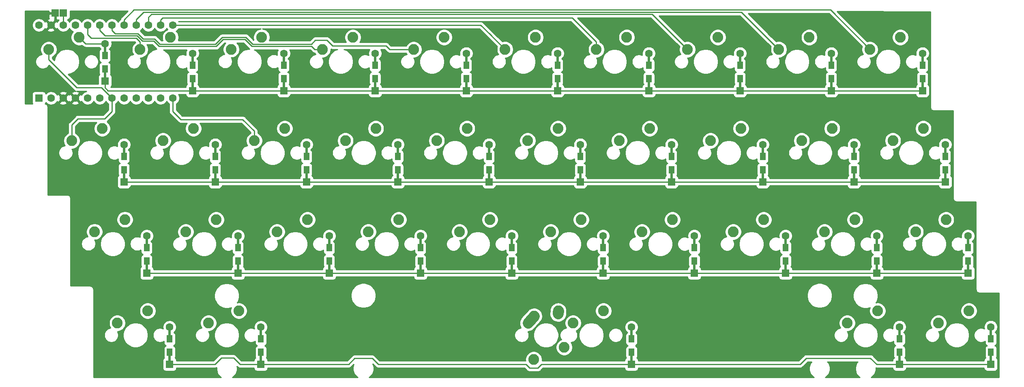
<source format=gbr>
G04 #@! TF.GenerationSoftware,KiCad,Pcbnew,(5.1.4-0-10_14)*
G04 #@! TF.CreationDate,2020-08-16T02:40:48-05:00*
G04 #@! TF.ProjectId,omega_4_solder,6f6d6567-615f-4345-9f73-6f6c6465722e,rev?*
G04 #@! TF.SameCoordinates,Original*
G04 #@! TF.FileFunction,Copper,L2,Bot*
G04 #@! TF.FilePolarity,Positive*
%FSLAX46Y46*%
G04 Gerber Fmt 4.6, Leading zero omitted, Abs format (unit mm)*
G04 Created by KiCad (PCBNEW (5.1.4-0-10_14)) date 2020-08-16 02:40:48*
%MOMM*%
%LPD*%
G04 APERTURE LIST*
%ADD10C,2.250000*%
%ADD11R,1.500000X1.500000*%
%ADD12C,1.600000*%
%ADD13R,1.600000X1.600000*%
%ADD14C,2.250000*%
%ADD15R,0.500000X2.900000*%
%ADD16R,1.200000X1.600000*%
%ADD17C,0.800000*%
%ADD18C,0.250000*%
%ADD19C,0.254000*%
G04 APERTURE END LIST*
D10*
X163940000Y-120160000D03*
X170290000Y-117620000D03*
D11*
X57525000Y-55425000D03*
X55825000Y-55425000D03*
D10*
X155735000Y-127780000D03*
X162085000Y-125240000D03*
D12*
X52405000Y-57930000D03*
X54945000Y-57930000D03*
X57485000Y-57930000D03*
X60025000Y-57930000D03*
X62565000Y-57930000D03*
X65105000Y-57930000D03*
X67645000Y-57930000D03*
X70185000Y-57930000D03*
X72725000Y-57930000D03*
X75265000Y-57930000D03*
X77805000Y-57930000D03*
X80345000Y-57930000D03*
X80345000Y-73170000D03*
X77805000Y-73170000D03*
X75265000Y-73170000D03*
X72725000Y-73170000D03*
X70185000Y-73170000D03*
X67645000Y-73170000D03*
X65105000Y-73170000D03*
X62565000Y-73170000D03*
X60025000Y-73170000D03*
X57485000Y-73170000D03*
X54945000Y-73170000D03*
D13*
X52405000Y-73170000D03*
D10*
X246565000Y-117620000D03*
X240215000Y-120160000D03*
X227515000Y-117620000D03*
X221165000Y-120160000D03*
X155800000Y-118725000D03*
X155145001Y-119455000D03*
D14*
X154490000Y-120185000D02*
X155800002Y-118725000D01*
D10*
X160840000Y-117645000D03*
X160820000Y-117935000D03*
D14*
X160800000Y-118225000D02*
X160840000Y-117645000D01*
D10*
X94165000Y-117620000D03*
X87815000Y-120160000D03*
X75140000Y-117620000D03*
X68790000Y-120160000D03*
X241790000Y-98570000D03*
X235440000Y-101110000D03*
X222790000Y-98570000D03*
X216440000Y-101110000D03*
X203715000Y-98570000D03*
X197365000Y-101110000D03*
X184665000Y-98570000D03*
X178315000Y-101110000D03*
X165615000Y-98570000D03*
X159265000Y-101110000D03*
X146565000Y-98570000D03*
X140215000Y-101110000D03*
X127515000Y-98570000D03*
X121165000Y-101110000D03*
X108465000Y-98570000D03*
X102115000Y-101110000D03*
X89415000Y-98570000D03*
X83065000Y-101110000D03*
X70365000Y-98545000D03*
X64015000Y-101085000D03*
X237040000Y-79520000D03*
X230690000Y-82060000D03*
X217990000Y-79520000D03*
X211640000Y-82060000D03*
X198965000Y-79520000D03*
X192615000Y-82060000D03*
X179915000Y-79520000D03*
X173565000Y-82060000D03*
X160815000Y-79520000D03*
X154465000Y-82060000D03*
X141790000Y-79520000D03*
X135440000Y-82060000D03*
X122740000Y-79520000D03*
X116390000Y-82060000D03*
X103715000Y-79520000D03*
X97365000Y-82060000D03*
X84665000Y-79520000D03*
X78315000Y-82060000D03*
X65615000Y-79520000D03*
X59265000Y-82060000D03*
X232265000Y-60470000D03*
X225915000Y-63010000D03*
X213240000Y-60470000D03*
X206890000Y-63010000D03*
X194165000Y-60470000D03*
X187815000Y-63010000D03*
X168790000Y-63010000D03*
X175140000Y-60470000D03*
X156090000Y-60470000D03*
X149740000Y-63010000D03*
X137015000Y-60470000D03*
X130665000Y-63010000D03*
X117965000Y-60470000D03*
X111615000Y-63010000D03*
X98915000Y-60445000D03*
X92565000Y-62985000D03*
X79890000Y-60470000D03*
X73540000Y-63010000D03*
X60815000Y-60470000D03*
X54465000Y-63010000D03*
D13*
X251150000Y-128775000D03*
D12*
X251150000Y-120975000D03*
D15*
X251150000Y-127375000D03*
D16*
X251150000Y-126275000D03*
X251150000Y-123475000D03*
D15*
X251150000Y-122375000D03*
D13*
X232075000Y-128775000D03*
D12*
X232075000Y-120975000D03*
D15*
X232075000Y-127375000D03*
D16*
X232075000Y-126275000D03*
X232075000Y-123475000D03*
D15*
X232075000Y-122375000D03*
D13*
X176125000Y-128800000D03*
D12*
X176125000Y-121000000D03*
D15*
X176125000Y-127400000D03*
D16*
X176125000Y-126300000D03*
X176125000Y-123500000D03*
D15*
X176125000Y-122400000D03*
D13*
X98750000Y-128800000D03*
D12*
X98750000Y-121000000D03*
D15*
X98750000Y-127400000D03*
D16*
X98750000Y-126300000D03*
X98750000Y-123500000D03*
D15*
X98750000Y-122400000D03*
D13*
X79700000Y-128800000D03*
D12*
X79700000Y-121000000D03*
D15*
X79700000Y-127400000D03*
D16*
X79700000Y-126300000D03*
X79700000Y-123500000D03*
D15*
X79700000Y-122400000D03*
D13*
X246375000Y-109750000D03*
D12*
X246375000Y-101950000D03*
D15*
X246375000Y-108350000D03*
D16*
X246375000Y-107250000D03*
X246375000Y-104450000D03*
D15*
X246375000Y-103350000D03*
D13*
X227350000Y-109750000D03*
D12*
X227350000Y-101950000D03*
D15*
X227350000Y-108350000D03*
D16*
X227350000Y-107250000D03*
X227350000Y-104450000D03*
D15*
X227350000Y-103350000D03*
D13*
X208300000Y-109750000D03*
D12*
X208300000Y-101950000D03*
D15*
X208300000Y-108350000D03*
D16*
X208300000Y-107250000D03*
X208300000Y-104450000D03*
D15*
X208300000Y-103350000D03*
D13*
X189250000Y-109750000D03*
D12*
X189250000Y-101950000D03*
D15*
X189250000Y-108350000D03*
D16*
X189250000Y-107250000D03*
X189250000Y-104450000D03*
D15*
X189250000Y-103350000D03*
D13*
X170200000Y-109750000D03*
D12*
X170200000Y-101950000D03*
D15*
X170200000Y-108350000D03*
D16*
X170200000Y-107250000D03*
X170200000Y-104450000D03*
D15*
X170200000Y-103350000D03*
D13*
X151125000Y-109750000D03*
D12*
X151125000Y-101950000D03*
D15*
X151125000Y-108350000D03*
D16*
X151125000Y-107250000D03*
X151125000Y-104450000D03*
D15*
X151125000Y-103350000D03*
D13*
X132075000Y-109750000D03*
D12*
X132075000Y-101950000D03*
D15*
X132075000Y-108350000D03*
D16*
X132075000Y-107250000D03*
X132075000Y-104450000D03*
D15*
X132075000Y-103350000D03*
D13*
X113025000Y-109750000D03*
D12*
X113025000Y-101950000D03*
D15*
X113025000Y-108350000D03*
D16*
X113025000Y-107250000D03*
X113025000Y-104450000D03*
D15*
X113025000Y-103350000D03*
D13*
X93975000Y-109750000D03*
D12*
X93975000Y-101950000D03*
D15*
X93975000Y-108350000D03*
D16*
X93975000Y-107250000D03*
X93975000Y-104450000D03*
D15*
X93975000Y-103350000D03*
D13*
X74925000Y-109750000D03*
D12*
X74925000Y-101950000D03*
D15*
X74925000Y-108350000D03*
D16*
X74925000Y-107250000D03*
X74925000Y-104450000D03*
D15*
X74925000Y-103350000D03*
D13*
X241625000Y-90675000D03*
D12*
X241625000Y-82875000D03*
D15*
X241625000Y-89275000D03*
D16*
X241625000Y-88175000D03*
X241625000Y-85375000D03*
D15*
X241625000Y-84275000D03*
D13*
X222575000Y-90675000D03*
D12*
X222575000Y-82875000D03*
D15*
X222575000Y-89275000D03*
D16*
X222575000Y-88175000D03*
X222575000Y-85375000D03*
D15*
X222575000Y-84275000D03*
D13*
X203525000Y-90675000D03*
D12*
X203525000Y-82875000D03*
D15*
X203525000Y-89275000D03*
D16*
X203525000Y-88175000D03*
X203525000Y-85375000D03*
D15*
X203525000Y-84275000D03*
D13*
X184475000Y-90675000D03*
D12*
X184475000Y-82875000D03*
D15*
X184475000Y-89275000D03*
D16*
X184475000Y-88175000D03*
X184475000Y-85375000D03*
D15*
X184475000Y-84275000D03*
D13*
X165425000Y-90675000D03*
D12*
X165425000Y-82875000D03*
D15*
X165425000Y-89275000D03*
D16*
X165425000Y-88175000D03*
X165425000Y-85375000D03*
D15*
X165425000Y-84275000D03*
D13*
X146375000Y-90675000D03*
D12*
X146375000Y-82875000D03*
D15*
X146375000Y-89275000D03*
D16*
X146375000Y-88175000D03*
X146375000Y-85375000D03*
D15*
X146375000Y-84275000D03*
D13*
X127350000Y-90675000D03*
D12*
X127350000Y-82875000D03*
D15*
X127350000Y-89275000D03*
D16*
X127350000Y-88175000D03*
X127350000Y-85375000D03*
D15*
X127350000Y-84275000D03*
D13*
X108275000Y-90675000D03*
D12*
X108275000Y-82875000D03*
D15*
X108275000Y-89275000D03*
D16*
X108275000Y-88175000D03*
X108275000Y-85375000D03*
D15*
X108275000Y-84275000D03*
D13*
X89225000Y-90675000D03*
D12*
X89225000Y-82875000D03*
D15*
X89225000Y-89275000D03*
D16*
X89225000Y-88175000D03*
X89225000Y-85375000D03*
D15*
X89225000Y-84275000D03*
D13*
X70175000Y-90675000D03*
D12*
X70175000Y-82875000D03*
D15*
X70175000Y-89275000D03*
D16*
X70175000Y-88175000D03*
X70175000Y-85375000D03*
D15*
X70175000Y-84275000D03*
D13*
X236875000Y-71625000D03*
D12*
X236875000Y-63825000D03*
D15*
X236875000Y-70225000D03*
D16*
X236875000Y-69125000D03*
X236875000Y-66325000D03*
D15*
X236875000Y-65225000D03*
D13*
X217825000Y-71625000D03*
D12*
X217825000Y-63825000D03*
D15*
X217825000Y-70225000D03*
D16*
X217825000Y-69125000D03*
X217825000Y-66325000D03*
D15*
X217825000Y-65225000D03*
D13*
X198775000Y-71625000D03*
D12*
X198775000Y-63825000D03*
D15*
X198775000Y-70225000D03*
D16*
X198775000Y-69125000D03*
X198775000Y-66325000D03*
D15*
X198775000Y-65225000D03*
D13*
X179750000Y-71625000D03*
D12*
X179750000Y-63825000D03*
D15*
X179750000Y-70225000D03*
D16*
X179750000Y-69125000D03*
X179750000Y-66325000D03*
D15*
X179750000Y-65225000D03*
D13*
X160675000Y-71625000D03*
D12*
X160675000Y-63825000D03*
D15*
X160675000Y-70225000D03*
D16*
X160675000Y-69125000D03*
X160675000Y-66325000D03*
D15*
X160675000Y-65225000D03*
D13*
X141625000Y-71625000D03*
D12*
X141625000Y-63825000D03*
D15*
X141625000Y-70225000D03*
D16*
X141625000Y-69125000D03*
X141625000Y-66325000D03*
D15*
X141625000Y-65225000D03*
D13*
X122600000Y-71625000D03*
D12*
X122600000Y-63825000D03*
D15*
X122600000Y-70225000D03*
D16*
X122600000Y-69125000D03*
X122600000Y-66325000D03*
D15*
X122600000Y-65225000D03*
D13*
X103525000Y-71625000D03*
D12*
X103525000Y-63825000D03*
D15*
X103525000Y-70225000D03*
D16*
X103525000Y-69125000D03*
X103525000Y-66325000D03*
D15*
X103525000Y-65225000D03*
D13*
X84475000Y-71625000D03*
D12*
X84475000Y-63825000D03*
D15*
X84475000Y-70225000D03*
D16*
X84475000Y-69125000D03*
X84475000Y-66325000D03*
D15*
X84475000Y-65225000D03*
D13*
X66200000Y-69600000D03*
D12*
X66200000Y-61800000D03*
D15*
X66200000Y-68200000D03*
D16*
X66200000Y-67100000D03*
X66200000Y-64300000D03*
D15*
X66200000Y-63200000D03*
D17*
X69125000Y-64825000D03*
X92675000Y-69850000D03*
X113125000Y-69925000D03*
X86175000Y-59525000D03*
X76925000Y-59900000D03*
X134600000Y-130325000D03*
X106200000Y-130050000D03*
X220700000Y-129550000D03*
X75900000Y-77925000D03*
X65200000Y-55325000D03*
D18*
X236875000Y-71625000D02*
X217825000Y-71625000D01*
X217825000Y-71625000D02*
X198775000Y-71625000D01*
X198775000Y-71625000D02*
X179750000Y-71625000D01*
X179750000Y-71625000D02*
X160675000Y-71625000D01*
X160675000Y-71625000D02*
X141625000Y-71625000D01*
X141625000Y-71625000D02*
X122600000Y-71625000D01*
X122600000Y-71625000D02*
X103525000Y-71625000D01*
X103525000Y-71625000D02*
X84475000Y-71625000D01*
X66825000Y-71625000D02*
X66200000Y-71000000D01*
X66200000Y-71000000D02*
X66200000Y-69600000D01*
X84475000Y-71625000D02*
X66825000Y-71625000D01*
X62145000Y-61800000D02*
X60815000Y-60470000D01*
X66200000Y-61800000D02*
X62145000Y-61800000D01*
X241625000Y-90675000D02*
X222575000Y-90675000D01*
X222575000Y-90675000D02*
X203525000Y-90675000D01*
X203525000Y-90675000D02*
X184475000Y-90675000D01*
X184475000Y-90675000D02*
X165425000Y-90675000D01*
X165425000Y-90675000D02*
X146375000Y-90675000D01*
X146375000Y-90675000D02*
X127350000Y-90675000D01*
X127350000Y-90675000D02*
X108275000Y-90675000D01*
X108275000Y-90675000D02*
X89225000Y-90675000D01*
X89225000Y-90675000D02*
X70175000Y-90675000D01*
X74925000Y-109750000D02*
X93975000Y-109750000D01*
X93975000Y-109750000D02*
X113025000Y-109750000D01*
X113025000Y-109750000D02*
X132075000Y-109750000D01*
X132075000Y-109750000D02*
X151125000Y-109750000D01*
X151125000Y-109750000D02*
X170200000Y-109750000D01*
X170200000Y-109750000D02*
X189250000Y-109750000D01*
X189250000Y-109750000D02*
X208300000Y-109750000D01*
X208300000Y-109750000D02*
X227350000Y-109750000D01*
X227350000Y-109750000D02*
X246375000Y-109750000D01*
X79700000Y-128800000D02*
X89150000Y-128800000D01*
X89150000Y-128800000D02*
X90500000Y-127450000D01*
X90500000Y-127450000D02*
X93025000Y-127450000D01*
X94375000Y-128800000D02*
X98750000Y-128800000D01*
X93025000Y-127450000D02*
X94375000Y-128800000D01*
X251150000Y-128775000D02*
X232075000Y-128775000D01*
X232075000Y-128775000D02*
X227300000Y-128775000D01*
X227300000Y-128775000D02*
X226025000Y-127500000D01*
X226025000Y-127500000D02*
X212650000Y-127500000D01*
X211350000Y-128800000D02*
X165400000Y-128800000D01*
X212650000Y-127500000D02*
X211350000Y-128800000D01*
X117075000Y-128800000D02*
X98750000Y-128800000D01*
X122000000Y-127550000D02*
X118325000Y-127550000D01*
X123250000Y-128800000D02*
X122000000Y-127550000D01*
X154075000Y-128800000D02*
X123250000Y-128800000D01*
X118325000Y-127550000D02*
X117075000Y-128800000D01*
X156575000Y-129575000D02*
X154850000Y-129575000D01*
X154850000Y-129575000D02*
X154075000Y-128800000D01*
X157350000Y-128800000D02*
X156575000Y-129575000D01*
X165400000Y-128800000D02*
X157350000Y-128800000D01*
X67645000Y-73170000D02*
X67645000Y-75980000D01*
X67645000Y-75980000D02*
X66150000Y-77475000D01*
X66150000Y-77475000D02*
X60575000Y-77475000D01*
X60575000Y-77475000D02*
X59250000Y-78800000D01*
X59265000Y-78815000D02*
X59265000Y-82060000D01*
X59250000Y-78800000D02*
X59265000Y-78815000D01*
X54465000Y-65171974D02*
X60293026Y-71000000D01*
X54465000Y-63010000D02*
X54465000Y-65171974D01*
X65475000Y-71000000D02*
X67645000Y-73170000D01*
X60293026Y-71000000D02*
X65475000Y-71000000D01*
X73540000Y-61419010D02*
X73540000Y-63010000D01*
X72745990Y-60625000D02*
X73540000Y-61419010D01*
X63325000Y-60625000D02*
X72745990Y-60625000D01*
X62565000Y-59865000D02*
X63325000Y-60625000D01*
X62565000Y-57930000D02*
X62565000Y-59865000D01*
X80345000Y-75970000D02*
X82025000Y-77650000D01*
X80345000Y-73170000D02*
X80345000Y-75970000D01*
X97365000Y-80065000D02*
X94950000Y-77650000D01*
X97365000Y-82060000D02*
X97365000Y-80065000D01*
X82025000Y-77650000D02*
X94950000Y-77650000D01*
X110024010Y-63010000D02*
X111615000Y-63010000D01*
X109359021Y-62345011D02*
X110024010Y-63010000D01*
X96858601Y-62345011D02*
X109359021Y-62345011D01*
X77479008Y-62375010D02*
X89436401Y-62375009D01*
X90886400Y-60925010D02*
X95438600Y-60925010D01*
X76346598Y-61242600D02*
X77479008Y-62375010D01*
X66218620Y-60174990D02*
X72932391Y-60174991D01*
X89436401Y-62375009D02*
X90886400Y-60925010D01*
X65105000Y-57930000D02*
X65105000Y-59061370D01*
X74000000Y-61242600D02*
X76346598Y-61242600D01*
X65105000Y-59061370D02*
X66218620Y-60174990D01*
X72932391Y-60174991D02*
X74000000Y-61242600D01*
X95438600Y-60925010D02*
X96858601Y-62345011D01*
X125635000Y-63010000D02*
X130665000Y-63010000D01*
X124875000Y-62250000D02*
X125635000Y-63010000D01*
X110100000Y-61075000D02*
X112575000Y-61075000D01*
X109279999Y-61895001D02*
X110100000Y-61075000D01*
X97045001Y-61895001D02*
X109279999Y-61895001D01*
X73118792Y-59724982D02*
X74186400Y-60792590D01*
X89250000Y-61925000D02*
X90700000Y-60475000D01*
X76532999Y-60792591D02*
X77665408Y-61925000D01*
X113750000Y-62250000D02*
X124875000Y-62250000D01*
X77665408Y-61925000D02*
X89250000Y-61925000D01*
X95625000Y-60475000D02*
X97045001Y-61895001D01*
X112575000Y-61075000D02*
X113750000Y-62250000D01*
X90700000Y-60475000D02*
X95625000Y-60475000D01*
X74186400Y-60792590D02*
X76532999Y-60792591D01*
X68308611Y-59724981D02*
X73118792Y-59724982D01*
X67645000Y-59061370D02*
X68308611Y-59724981D01*
X67645000Y-57930000D02*
X67645000Y-59061370D01*
X144660000Y-57930000D02*
X146552500Y-59822500D01*
X80345000Y-57930000D02*
X144660000Y-57930000D01*
X146552500Y-59822500D02*
X149740000Y-63010000D01*
X78228630Y-56375000D02*
X77805000Y-56798630D01*
X163745990Y-56375000D02*
X78228630Y-56375000D01*
X77805000Y-56798630D02*
X77805000Y-57930000D01*
X168790000Y-61419010D02*
X163745990Y-56375000D01*
X168790000Y-63010000D02*
X168790000Y-61419010D01*
X75900000Y-55650000D02*
X180455000Y-55650000D01*
X75265000Y-56285000D02*
X75900000Y-55650000D01*
X180455000Y-55650000D02*
X187815000Y-63010000D01*
X75265000Y-57930000D02*
X75265000Y-56285000D01*
X199079990Y-55199990D02*
X206890000Y-63010000D01*
X72725000Y-56725000D02*
X74250010Y-55199990D01*
X72725000Y-57930000D02*
X72725000Y-56725000D01*
X74250010Y-55199990D02*
X199079990Y-55199990D01*
X72233650Y-54749980D02*
X217654980Y-54749980D01*
X70185000Y-56798630D02*
X72233650Y-54749980D01*
X217654980Y-54749980D02*
X225915000Y-63010000D01*
X70185000Y-57930000D02*
X70185000Y-56798630D01*
X57485000Y-55465000D02*
X57525000Y-55425000D01*
X57485000Y-57930000D02*
X57485000Y-55465000D01*
D19*
G36*
X54438843Y-54964460D02*
G01*
X54440000Y-55139250D01*
X54598750Y-55298000D01*
X55698000Y-55298000D01*
X55698000Y-55278000D01*
X55952000Y-55278000D01*
X55952000Y-55298000D01*
X55972000Y-55298000D01*
X55972000Y-55552000D01*
X55952000Y-55552000D01*
X55952000Y-56651250D01*
X56110750Y-56810000D01*
X56573683Y-56813063D01*
X56570241Y-56815363D01*
X56370363Y-57015241D01*
X56214085Y-57249128D01*
X56181671Y-57188486D01*
X55937702Y-57116903D01*
X55124605Y-57930000D01*
X55937702Y-58743097D01*
X56181671Y-58671514D01*
X56212194Y-58607008D01*
X56213320Y-58609727D01*
X56370363Y-58844759D01*
X56570241Y-59044637D01*
X56805273Y-59201680D01*
X57066426Y-59309853D01*
X57343665Y-59365000D01*
X57626335Y-59365000D01*
X57903574Y-59309853D01*
X58164727Y-59201680D01*
X58399759Y-59044637D01*
X58599637Y-58844759D01*
X58755000Y-58612241D01*
X58910363Y-58844759D01*
X59110241Y-59044637D01*
X59345273Y-59201680D01*
X59521365Y-59274619D01*
X59447919Y-59348065D01*
X59255308Y-59636327D01*
X59122636Y-59956627D01*
X59055000Y-60296655D01*
X59055000Y-60643345D01*
X59122636Y-60983373D01*
X59255308Y-61303673D01*
X59447919Y-61591935D01*
X59693065Y-61837081D01*
X59981327Y-62029692D01*
X60301627Y-62162364D01*
X60641655Y-62230000D01*
X60988345Y-62230000D01*
X61328373Y-62162364D01*
X61402046Y-62131848D01*
X61581201Y-62311003D01*
X61604999Y-62340001D01*
X61633997Y-62363799D01*
X61720723Y-62434974D01*
X61836067Y-62496627D01*
X61852753Y-62505546D01*
X61996014Y-62549003D01*
X62107667Y-62560000D01*
X62107676Y-62560000D01*
X62144999Y-62563676D01*
X62182322Y-62560000D01*
X64981957Y-62560000D01*
X65085363Y-62714759D01*
X65285241Y-62914637D01*
X65311928Y-62932469D01*
X65311928Y-62933959D01*
X65245506Y-62969463D01*
X65148815Y-63048815D01*
X65069463Y-63145506D01*
X65010498Y-63255820D01*
X64974188Y-63375518D01*
X64961928Y-63500000D01*
X64961928Y-65100000D01*
X64974188Y-65224482D01*
X65010498Y-65344180D01*
X65069463Y-65454494D01*
X65148815Y-65551185D01*
X65245506Y-65630537D01*
X65355820Y-65689502D01*
X65390427Y-65700000D01*
X65355820Y-65710498D01*
X65245506Y-65769463D01*
X65148815Y-65848815D01*
X65069463Y-65945506D01*
X65010498Y-66055820D01*
X64974188Y-66175518D01*
X64961928Y-66300000D01*
X64961928Y-67900000D01*
X64974188Y-68024482D01*
X65010498Y-68144180D01*
X65069463Y-68254494D01*
X65070697Y-68255998D01*
X65045506Y-68269463D01*
X64948815Y-68348815D01*
X64869463Y-68445506D01*
X64810498Y-68555820D01*
X64774188Y-68675518D01*
X64761928Y-68800000D01*
X64761928Y-70240000D01*
X60607829Y-70240000D01*
X58544604Y-68176776D01*
X59041822Y-68077873D01*
X59520251Y-67879701D01*
X59950826Y-67592000D01*
X60317000Y-67225826D01*
X60604701Y-66795251D01*
X60802873Y-66316822D01*
X60903900Y-65808924D01*
X60903900Y-65401278D01*
X61845000Y-65401278D01*
X61845000Y-65698722D01*
X61903029Y-65990451D01*
X62016856Y-66265253D01*
X62182107Y-66512569D01*
X62392431Y-66722893D01*
X62639747Y-66888144D01*
X62914549Y-67001971D01*
X63206278Y-67060000D01*
X63503722Y-67060000D01*
X63795451Y-67001971D01*
X64070253Y-66888144D01*
X64317569Y-66722893D01*
X64527893Y-66512569D01*
X64693144Y-66265253D01*
X64806971Y-65990451D01*
X64865000Y-65698722D01*
X64865000Y-65401278D01*
X64806971Y-65109549D01*
X64693144Y-64834747D01*
X64527893Y-64587431D01*
X64317569Y-64377107D01*
X64070253Y-64211856D01*
X63795451Y-64098029D01*
X63503722Y-64040000D01*
X63206278Y-64040000D01*
X62914549Y-64098029D01*
X62639747Y-64211856D01*
X62392431Y-64377107D01*
X62182107Y-64587431D01*
X62016856Y-64834747D01*
X61903029Y-65109549D01*
X61845000Y-65401278D01*
X60903900Y-65401278D01*
X60903900Y-65291076D01*
X60802873Y-64783178D01*
X60604701Y-64304749D01*
X60317000Y-63874174D01*
X59950826Y-63508000D01*
X59520251Y-63220299D01*
X59041822Y-63022127D01*
X58533924Y-62921100D01*
X58016076Y-62921100D01*
X57508178Y-63022127D01*
X57029749Y-63220299D01*
X56599174Y-63508000D01*
X56233000Y-63874174D01*
X55945299Y-64304749D01*
X55747127Y-64783178D01*
X55648224Y-65280397D01*
X55225000Y-64857173D01*
X55225000Y-64600208D01*
X55298673Y-64569692D01*
X55586935Y-64377081D01*
X55832081Y-64131935D01*
X56024692Y-63843673D01*
X56157364Y-63523373D01*
X56225000Y-63183345D01*
X56225000Y-62836655D01*
X56157364Y-62496627D01*
X56024692Y-62176327D01*
X55832081Y-61888065D01*
X55586935Y-61642919D01*
X55298673Y-61450308D01*
X54978373Y-61317636D01*
X54638345Y-61250000D01*
X54291655Y-61250000D01*
X53951627Y-61317636D01*
X53631327Y-61450308D01*
X53343065Y-61642919D01*
X53097919Y-61888065D01*
X52905308Y-62176327D01*
X52772636Y-62496627D01*
X52705000Y-62836655D01*
X52705000Y-63183345D01*
X52772636Y-63523373D01*
X52905308Y-63843673D01*
X53037638Y-64041719D01*
X52754549Y-64098029D01*
X52479747Y-64211856D01*
X52232431Y-64377107D01*
X52022107Y-64587431D01*
X51856856Y-64834747D01*
X51743029Y-65109549D01*
X51685000Y-65401278D01*
X51685000Y-65698722D01*
X51743029Y-65990451D01*
X51856856Y-66265253D01*
X52022107Y-66512569D01*
X52232431Y-66722893D01*
X52479747Y-66888144D01*
X52754549Y-67001971D01*
X53046278Y-67060000D01*
X53343722Y-67060000D01*
X53635451Y-67001971D01*
X53910253Y-66888144D01*
X54157569Y-66722893D01*
X54367893Y-66512569D01*
X54513251Y-66295026D01*
X59729231Y-71511008D01*
X59753025Y-71540001D01*
X59782018Y-71563795D01*
X59782022Y-71563799D01*
X59852711Y-71621811D01*
X59868750Y-71634974D01*
X60000779Y-71705546D01*
X60105164Y-71737210D01*
X59954488Y-71729783D01*
X59674870Y-71771213D01*
X59408708Y-71866397D01*
X59283486Y-71933329D01*
X59211903Y-72177298D01*
X60025000Y-72990395D01*
X60838097Y-72177298D01*
X60766514Y-71933329D01*
X60511004Y-71812429D01*
X60309884Y-71762016D01*
X60330348Y-71760000D01*
X62297983Y-71760000D01*
X62146426Y-71790147D01*
X61885273Y-71898320D01*
X61650241Y-72055363D01*
X61450363Y-72255241D01*
X61294085Y-72489128D01*
X61261671Y-72428486D01*
X61017702Y-72356903D01*
X60204605Y-73170000D01*
X61017702Y-73983097D01*
X61261671Y-73911514D01*
X61292194Y-73847008D01*
X61293320Y-73849727D01*
X61450363Y-74084759D01*
X61650241Y-74284637D01*
X61885273Y-74441680D01*
X62146426Y-74549853D01*
X62423665Y-74605000D01*
X62706335Y-74605000D01*
X62983574Y-74549853D01*
X63244727Y-74441680D01*
X63479759Y-74284637D01*
X63679637Y-74084759D01*
X63835000Y-73852241D01*
X63990363Y-74084759D01*
X64190241Y-74284637D01*
X64425273Y-74441680D01*
X64686426Y-74549853D01*
X64963665Y-74605000D01*
X65246335Y-74605000D01*
X65523574Y-74549853D01*
X65784727Y-74441680D01*
X66019759Y-74284637D01*
X66219637Y-74084759D01*
X66375000Y-73852241D01*
X66530363Y-74084759D01*
X66730241Y-74284637D01*
X66885000Y-74388044D01*
X66885001Y-75665197D01*
X65835199Y-76715000D01*
X60612323Y-76715000D01*
X60575000Y-76711324D01*
X60537677Y-76715000D01*
X60537667Y-76715000D01*
X60426014Y-76725997D01*
X60282753Y-76769454D01*
X60150723Y-76840026D01*
X60076429Y-76900998D01*
X60034999Y-76934999D01*
X60011201Y-76963997D01*
X58739003Y-78236196D01*
X58709999Y-78259999D01*
X58631586Y-78355546D01*
X58615026Y-78375724D01*
X58544454Y-78507754D01*
X58500998Y-78651015D01*
X58486324Y-78800000D01*
X58500998Y-78948985D01*
X58505000Y-78962179D01*
X58505001Y-80469792D01*
X58431327Y-80500308D01*
X58143065Y-80692919D01*
X57897919Y-80938065D01*
X57705308Y-81226327D01*
X57572636Y-81546627D01*
X57505000Y-81886655D01*
X57505000Y-82233345D01*
X57572636Y-82573373D01*
X57705308Y-82893673D01*
X57837638Y-83091719D01*
X57554549Y-83148029D01*
X57279747Y-83261856D01*
X57032431Y-83427107D01*
X56822107Y-83637431D01*
X56656856Y-83884747D01*
X56543029Y-84159549D01*
X56485000Y-84451278D01*
X56485000Y-84748722D01*
X56543029Y-85040451D01*
X56656856Y-85315253D01*
X56822107Y-85562569D01*
X57032431Y-85772893D01*
X57279747Y-85938144D01*
X57554549Y-86051971D01*
X57846278Y-86110000D01*
X58143722Y-86110000D01*
X58435451Y-86051971D01*
X58710253Y-85938144D01*
X58957569Y-85772893D01*
X59167893Y-85562569D01*
X59333144Y-85315253D01*
X59446971Y-85040451D01*
X59505000Y-84748722D01*
X59505000Y-84451278D01*
X59483080Y-84341076D01*
X60446100Y-84341076D01*
X60446100Y-84858924D01*
X60547127Y-85366822D01*
X60745299Y-85845251D01*
X61033000Y-86275826D01*
X61399174Y-86642000D01*
X61829749Y-86929701D01*
X62308178Y-87127873D01*
X62816076Y-87228900D01*
X63333924Y-87228900D01*
X63841822Y-87127873D01*
X64320251Y-86929701D01*
X64750826Y-86642000D01*
X65117000Y-86275826D01*
X65404701Y-85845251D01*
X65602873Y-85366822D01*
X65703900Y-84858924D01*
X65703900Y-84451278D01*
X66645000Y-84451278D01*
X66645000Y-84748722D01*
X66703029Y-85040451D01*
X66816856Y-85315253D01*
X66982107Y-85562569D01*
X67192431Y-85772893D01*
X67439747Y-85938144D01*
X67714549Y-86051971D01*
X68006278Y-86110000D01*
X68303722Y-86110000D01*
X68595451Y-86051971D01*
X68870253Y-85938144D01*
X68936928Y-85893593D01*
X68936928Y-86175000D01*
X68949188Y-86299482D01*
X68985498Y-86419180D01*
X69044463Y-86529494D01*
X69123815Y-86626185D01*
X69220506Y-86705537D01*
X69330820Y-86764502D01*
X69365427Y-86775000D01*
X69330820Y-86785498D01*
X69220506Y-86844463D01*
X69123815Y-86923815D01*
X69044463Y-87020506D01*
X68985498Y-87130820D01*
X68949188Y-87250518D01*
X68936928Y-87375000D01*
X68936928Y-88975000D01*
X68949188Y-89099482D01*
X68985498Y-89219180D01*
X69044463Y-89329494D01*
X69045697Y-89330998D01*
X69020506Y-89344463D01*
X68923815Y-89423815D01*
X68844463Y-89520506D01*
X68785498Y-89630820D01*
X68749188Y-89750518D01*
X68736928Y-89875000D01*
X68736928Y-91475000D01*
X68749188Y-91599482D01*
X68785498Y-91719180D01*
X68844463Y-91829494D01*
X68923815Y-91926185D01*
X69020506Y-92005537D01*
X69130820Y-92064502D01*
X69250518Y-92100812D01*
X69375000Y-92113072D01*
X70975000Y-92113072D01*
X71099482Y-92100812D01*
X71219180Y-92064502D01*
X71329494Y-92005537D01*
X71426185Y-91926185D01*
X71505537Y-91829494D01*
X71564502Y-91719180D01*
X71600812Y-91599482D01*
X71613072Y-91475000D01*
X71613072Y-91435000D01*
X87786928Y-91435000D01*
X87786928Y-91475000D01*
X87799188Y-91599482D01*
X87835498Y-91719180D01*
X87894463Y-91829494D01*
X87973815Y-91926185D01*
X88070506Y-92005537D01*
X88180820Y-92064502D01*
X88300518Y-92100812D01*
X88425000Y-92113072D01*
X90025000Y-92113072D01*
X90149482Y-92100812D01*
X90269180Y-92064502D01*
X90379494Y-92005537D01*
X90476185Y-91926185D01*
X90555537Y-91829494D01*
X90614502Y-91719180D01*
X90650812Y-91599482D01*
X90663072Y-91475000D01*
X90663072Y-91435000D01*
X106836928Y-91435000D01*
X106836928Y-91475000D01*
X106849188Y-91599482D01*
X106885498Y-91719180D01*
X106944463Y-91829494D01*
X107023815Y-91926185D01*
X107120506Y-92005537D01*
X107230820Y-92064502D01*
X107350518Y-92100812D01*
X107475000Y-92113072D01*
X109075000Y-92113072D01*
X109199482Y-92100812D01*
X109319180Y-92064502D01*
X109429494Y-92005537D01*
X109526185Y-91926185D01*
X109605537Y-91829494D01*
X109664502Y-91719180D01*
X109700812Y-91599482D01*
X109713072Y-91475000D01*
X109713072Y-91435000D01*
X125911928Y-91435000D01*
X125911928Y-91475000D01*
X125924188Y-91599482D01*
X125960498Y-91719180D01*
X126019463Y-91829494D01*
X126098815Y-91926185D01*
X126195506Y-92005537D01*
X126305820Y-92064502D01*
X126425518Y-92100812D01*
X126550000Y-92113072D01*
X128150000Y-92113072D01*
X128274482Y-92100812D01*
X128394180Y-92064502D01*
X128504494Y-92005537D01*
X128601185Y-91926185D01*
X128680537Y-91829494D01*
X128739502Y-91719180D01*
X128775812Y-91599482D01*
X128788072Y-91475000D01*
X128788072Y-91435000D01*
X144936928Y-91435000D01*
X144936928Y-91475000D01*
X144949188Y-91599482D01*
X144985498Y-91719180D01*
X145044463Y-91829494D01*
X145123815Y-91926185D01*
X145220506Y-92005537D01*
X145330820Y-92064502D01*
X145450518Y-92100812D01*
X145575000Y-92113072D01*
X147175000Y-92113072D01*
X147299482Y-92100812D01*
X147419180Y-92064502D01*
X147529494Y-92005537D01*
X147626185Y-91926185D01*
X147705537Y-91829494D01*
X147764502Y-91719180D01*
X147800812Y-91599482D01*
X147813072Y-91475000D01*
X147813072Y-91435000D01*
X163986928Y-91435000D01*
X163986928Y-91475000D01*
X163999188Y-91599482D01*
X164035498Y-91719180D01*
X164094463Y-91829494D01*
X164173815Y-91926185D01*
X164270506Y-92005537D01*
X164380820Y-92064502D01*
X164500518Y-92100812D01*
X164625000Y-92113072D01*
X166225000Y-92113072D01*
X166349482Y-92100812D01*
X166469180Y-92064502D01*
X166579494Y-92005537D01*
X166676185Y-91926185D01*
X166755537Y-91829494D01*
X166814502Y-91719180D01*
X166850812Y-91599482D01*
X166863072Y-91475000D01*
X166863072Y-91435000D01*
X183036928Y-91435000D01*
X183036928Y-91475000D01*
X183049188Y-91599482D01*
X183085498Y-91719180D01*
X183144463Y-91829494D01*
X183223815Y-91926185D01*
X183320506Y-92005537D01*
X183430820Y-92064502D01*
X183550518Y-92100812D01*
X183675000Y-92113072D01*
X185275000Y-92113072D01*
X185399482Y-92100812D01*
X185519180Y-92064502D01*
X185629494Y-92005537D01*
X185726185Y-91926185D01*
X185805537Y-91829494D01*
X185864502Y-91719180D01*
X185900812Y-91599482D01*
X185913072Y-91475000D01*
X185913072Y-91435000D01*
X202086928Y-91435000D01*
X202086928Y-91475000D01*
X202099188Y-91599482D01*
X202135498Y-91719180D01*
X202194463Y-91829494D01*
X202273815Y-91926185D01*
X202370506Y-92005537D01*
X202480820Y-92064502D01*
X202600518Y-92100812D01*
X202725000Y-92113072D01*
X204325000Y-92113072D01*
X204449482Y-92100812D01*
X204569180Y-92064502D01*
X204679494Y-92005537D01*
X204776185Y-91926185D01*
X204855537Y-91829494D01*
X204914502Y-91719180D01*
X204950812Y-91599482D01*
X204963072Y-91475000D01*
X204963072Y-91435000D01*
X221136928Y-91435000D01*
X221136928Y-91475000D01*
X221149188Y-91599482D01*
X221185498Y-91719180D01*
X221244463Y-91829494D01*
X221323815Y-91926185D01*
X221420506Y-92005537D01*
X221530820Y-92064502D01*
X221650518Y-92100812D01*
X221775000Y-92113072D01*
X223375000Y-92113072D01*
X223499482Y-92100812D01*
X223619180Y-92064502D01*
X223729494Y-92005537D01*
X223826185Y-91926185D01*
X223905537Y-91829494D01*
X223964502Y-91719180D01*
X224000812Y-91599482D01*
X224013072Y-91475000D01*
X224013072Y-91435000D01*
X240186928Y-91435000D01*
X240186928Y-91475000D01*
X240199188Y-91599482D01*
X240235498Y-91719180D01*
X240294463Y-91829494D01*
X240373815Y-91926185D01*
X240470506Y-92005537D01*
X240580820Y-92064502D01*
X240700518Y-92100812D01*
X240825000Y-92113072D01*
X242425000Y-92113072D01*
X242549482Y-92100812D01*
X242669180Y-92064502D01*
X242779494Y-92005537D01*
X242876185Y-91926185D01*
X242955537Y-91829494D01*
X243014502Y-91719180D01*
X243050812Y-91599482D01*
X243063072Y-91475000D01*
X243063072Y-89875000D01*
X243050812Y-89750518D01*
X243014502Y-89630820D01*
X242955537Y-89520506D01*
X242876185Y-89423815D01*
X242779494Y-89344463D01*
X242754303Y-89330998D01*
X242755537Y-89329494D01*
X242814502Y-89219180D01*
X242850812Y-89099482D01*
X242863072Y-88975000D01*
X242863072Y-87375000D01*
X242850812Y-87250518D01*
X242814502Y-87130820D01*
X242755537Y-87020506D01*
X242676185Y-86923815D01*
X242579494Y-86844463D01*
X242469180Y-86785498D01*
X242434573Y-86775000D01*
X242469180Y-86764502D01*
X242579494Y-86705537D01*
X242676185Y-86626185D01*
X242755537Y-86529494D01*
X242814502Y-86419180D01*
X242850812Y-86299482D01*
X242863072Y-86175000D01*
X242863072Y-84575000D01*
X242850812Y-84450518D01*
X242814502Y-84330820D01*
X242755537Y-84220506D01*
X242676185Y-84123815D01*
X242579494Y-84044463D01*
X242513072Y-84008959D01*
X242513072Y-84007469D01*
X242539759Y-83989637D01*
X242739637Y-83789759D01*
X242896680Y-83554727D01*
X243004853Y-83293574D01*
X243060000Y-83016335D01*
X243060000Y-82733665D01*
X243004853Y-82456426D01*
X242896680Y-82195273D01*
X242739637Y-81960241D01*
X242539759Y-81760363D01*
X242304727Y-81603320D01*
X242043574Y-81495147D01*
X241766335Y-81440000D01*
X241483665Y-81440000D01*
X241206426Y-81495147D01*
X240945273Y-81603320D01*
X240710241Y-81760363D01*
X240510363Y-81960241D01*
X240353320Y-82195273D01*
X240245147Y-82456426D01*
X240190000Y-82733665D01*
X240190000Y-83016335D01*
X240233772Y-83236390D01*
X240020451Y-83148029D01*
X239728722Y-83090000D01*
X239431278Y-83090000D01*
X239139549Y-83148029D01*
X238864747Y-83261856D01*
X238617431Y-83427107D01*
X238407107Y-83637431D01*
X238241856Y-83884747D01*
X238128029Y-84159549D01*
X238070000Y-84451278D01*
X238070000Y-84748722D01*
X238128029Y-85040451D01*
X238241856Y-85315253D01*
X238407107Y-85562569D01*
X238617431Y-85772893D01*
X238864747Y-85938144D01*
X239139549Y-86051971D01*
X239431278Y-86110000D01*
X239728722Y-86110000D01*
X240020451Y-86051971D01*
X240295253Y-85938144D01*
X240386928Y-85876889D01*
X240386928Y-86175000D01*
X240399188Y-86299482D01*
X240435498Y-86419180D01*
X240494463Y-86529494D01*
X240573815Y-86626185D01*
X240670506Y-86705537D01*
X240780820Y-86764502D01*
X240815427Y-86775000D01*
X240780820Y-86785498D01*
X240670506Y-86844463D01*
X240573815Y-86923815D01*
X240494463Y-87020506D01*
X240435498Y-87130820D01*
X240399188Y-87250518D01*
X240386928Y-87375000D01*
X240386928Y-88975000D01*
X240399188Y-89099482D01*
X240435498Y-89219180D01*
X240494463Y-89329494D01*
X240495697Y-89330998D01*
X240470506Y-89344463D01*
X240373815Y-89423815D01*
X240294463Y-89520506D01*
X240235498Y-89630820D01*
X240199188Y-89750518D01*
X240186928Y-89875000D01*
X240186928Y-89915000D01*
X224013072Y-89915000D01*
X224013072Y-89875000D01*
X224000812Y-89750518D01*
X223964502Y-89630820D01*
X223905537Y-89520506D01*
X223826185Y-89423815D01*
X223729494Y-89344463D01*
X223704303Y-89330998D01*
X223705537Y-89329494D01*
X223764502Y-89219180D01*
X223800812Y-89099482D01*
X223813072Y-88975000D01*
X223813072Y-87375000D01*
X223800812Y-87250518D01*
X223764502Y-87130820D01*
X223705537Y-87020506D01*
X223626185Y-86923815D01*
X223529494Y-86844463D01*
X223419180Y-86785498D01*
X223384573Y-86775000D01*
X223419180Y-86764502D01*
X223529494Y-86705537D01*
X223626185Y-86626185D01*
X223705537Y-86529494D01*
X223764502Y-86419180D01*
X223800812Y-86299482D01*
X223813072Y-86175000D01*
X223813072Y-84575000D01*
X223800887Y-84451278D01*
X227910000Y-84451278D01*
X227910000Y-84748722D01*
X227968029Y-85040451D01*
X228081856Y-85315253D01*
X228247107Y-85562569D01*
X228457431Y-85772893D01*
X228704747Y-85938144D01*
X228979549Y-86051971D01*
X229271278Y-86110000D01*
X229568722Y-86110000D01*
X229860451Y-86051971D01*
X230135253Y-85938144D01*
X230382569Y-85772893D01*
X230592893Y-85562569D01*
X230758144Y-85315253D01*
X230871971Y-85040451D01*
X230930000Y-84748722D01*
X230930000Y-84451278D01*
X230908080Y-84341076D01*
X231871100Y-84341076D01*
X231871100Y-84858924D01*
X231972127Y-85366822D01*
X232170299Y-85845251D01*
X232458000Y-86275826D01*
X232824174Y-86642000D01*
X233254749Y-86929701D01*
X233733178Y-87127873D01*
X234241076Y-87228900D01*
X234758924Y-87228900D01*
X235266822Y-87127873D01*
X235745251Y-86929701D01*
X236175826Y-86642000D01*
X236542000Y-86275826D01*
X236829701Y-85845251D01*
X237027873Y-85366822D01*
X237128900Y-84858924D01*
X237128900Y-84341076D01*
X237027873Y-83833178D01*
X236829701Y-83354749D01*
X236542000Y-82924174D01*
X236175826Y-82558000D01*
X235745251Y-82270299D01*
X235266822Y-82072127D01*
X234758924Y-81971100D01*
X234241076Y-81971100D01*
X233733178Y-82072127D01*
X233254749Y-82270299D01*
X232824174Y-82558000D01*
X232458000Y-82924174D01*
X232170299Y-83354749D01*
X231972127Y-83833178D01*
X231871100Y-84341076D01*
X230908080Y-84341076D01*
X230871971Y-84159549D01*
X230758144Y-83884747D01*
X230714882Y-83820000D01*
X230863345Y-83820000D01*
X231203373Y-83752364D01*
X231523673Y-83619692D01*
X231811935Y-83427081D01*
X232057081Y-83181935D01*
X232249692Y-82893673D01*
X232382364Y-82573373D01*
X232450000Y-82233345D01*
X232450000Y-81886655D01*
X232382364Y-81546627D01*
X232249692Y-81226327D01*
X232057081Y-80938065D01*
X231811935Y-80692919D01*
X231523673Y-80500308D01*
X231203373Y-80367636D01*
X230863345Y-80300000D01*
X230516655Y-80300000D01*
X230176627Y-80367636D01*
X229856327Y-80500308D01*
X229568065Y-80692919D01*
X229322919Y-80938065D01*
X229130308Y-81226327D01*
X228997636Y-81546627D01*
X228930000Y-81886655D01*
X228930000Y-82233345D01*
X228997636Y-82573373D01*
X229130308Y-82893673D01*
X229262638Y-83091719D01*
X228979549Y-83148029D01*
X228704747Y-83261856D01*
X228457431Y-83427107D01*
X228247107Y-83637431D01*
X228081856Y-83884747D01*
X227968029Y-84159549D01*
X227910000Y-84451278D01*
X223800887Y-84451278D01*
X223800812Y-84450518D01*
X223764502Y-84330820D01*
X223705537Y-84220506D01*
X223626185Y-84123815D01*
X223529494Y-84044463D01*
X223463072Y-84008959D01*
X223463072Y-84007469D01*
X223489759Y-83989637D01*
X223689637Y-83789759D01*
X223846680Y-83554727D01*
X223954853Y-83293574D01*
X224010000Y-83016335D01*
X224010000Y-82733665D01*
X223954853Y-82456426D01*
X223846680Y-82195273D01*
X223689637Y-81960241D01*
X223489759Y-81760363D01*
X223254727Y-81603320D01*
X222993574Y-81495147D01*
X222716335Y-81440000D01*
X222433665Y-81440000D01*
X222156426Y-81495147D01*
X221895273Y-81603320D01*
X221660241Y-81760363D01*
X221460363Y-81960241D01*
X221303320Y-82195273D01*
X221195147Y-82456426D01*
X221140000Y-82733665D01*
X221140000Y-83016335D01*
X221183772Y-83236390D01*
X220970451Y-83148029D01*
X220678722Y-83090000D01*
X220381278Y-83090000D01*
X220089549Y-83148029D01*
X219814747Y-83261856D01*
X219567431Y-83427107D01*
X219357107Y-83637431D01*
X219191856Y-83884747D01*
X219078029Y-84159549D01*
X219020000Y-84451278D01*
X219020000Y-84748722D01*
X219078029Y-85040451D01*
X219191856Y-85315253D01*
X219357107Y-85562569D01*
X219567431Y-85772893D01*
X219814747Y-85938144D01*
X220089549Y-86051971D01*
X220381278Y-86110000D01*
X220678722Y-86110000D01*
X220970451Y-86051971D01*
X221245253Y-85938144D01*
X221336928Y-85876889D01*
X221336928Y-86175000D01*
X221349188Y-86299482D01*
X221385498Y-86419180D01*
X221444463Y-86529494D01*
X221523815Y-86626185D01*
X221620506Y-86705537D01*
X221730820Y-86764502D01*
X221765427Y-86775000D01*
X221730820Y-86785498D01*
X221620506Y-86844463D01*
X221523815Y-86923815D01*
X221444463Y-87020506D01*
X221385498Y-87130820D01*
X221349188Y-87250518D01*
X221336928Y-87375000D01*
X221336928Y-88975000D01*
X221349188Y-89099482D01*
X221385498Y-89219180D01*
X221444463Y-89329494D01*
X221445697Y-89330998D01*
X221420506Y-89344463D01*
X221323815Y-89423815D01*
X221244463Y-89520506D01*
X221185498Y-89630820D01*
X221149188Y-89750518D01*
X221136928Y-89875000D01*
X221136928Y-89915000D01*
X204963072Y-89915000D01*
X204963072Y-89875000D01*
X204950812Y-89750518D01*
X204914502Y-89630820D01*
X204855537Y-89520506D01*
X204776185Y-89423815D01*
X204679494Y-89344463D01*
X204654303Y-89330998D01*
X204655537Y-89329494D01*
X204714502Y-89219180D01*
X204750812Y-89099482D01*
X204763072Y-88975000D01*
X204763072Y-87375000D01*
X204750812Y-87250518D01*
X204714502Y-87130820D01*
X204655537Y-87020506D01*
X204576185Y-86923815D01*
X204479494Y-86844463D01*
X204369180Y-86785498D01*
X204334573Y-86775000D01*
X204369180Y-86764502D01*
X204479494Y-86705537D01*
X204576185Y-86626185D01*
X204655537Y-86529494D01*
X204714502Y-86419180D01*
X204750812Y-86299482D01*
X204763072Y-86175000D01*
X204763072Y-84575000D01*
X204750887Y-84451278D01*
X208860000Y-84451278D01*
X208860000Y-84748722D01*
X208918029Y-85040451D01*
X209031856Y-85315253D01*
X209197107Y-85562569D01*
X209407431Y-85772893D01*
X209654747Y-85938144D01*
X209929549Y-86051971D01*
X210221278Y-86110000D01*
X210518722Y-86110000D01*
X210810451Y-86051971D01*
X211085253Y-85938144D01*
X211332569Y-85772893D01*
X211542893Y-85562569D01*
X211708144Y-85315253D01*
X211821971Y-85040451D01*
X211880000Y-84748722D01*
X211880000Y-84451278D01*
X211858080Y-84341076D01*
X212821100Y-84341076D01*
X212821100Y-84858924D01*
X212922127Y-85366822D01*
X213120299Y-85845251D01*
X213408000Y-86275826D01*
X213774174Y-86642000D01*
X214204749Y-86929701D01*
X214683178Y-87127873D01*
X215191076Y-87228900D01*
X215708924Y-87228900D01*
X216216822Y-87127873D01*
X216695251Y-86929701D01*
X217125826Y-86642000D01*
X217492000Y-86275826D01*
X217779701Y-85845251D01*
X217977873Y-85366822D01*
X218078900Y-84858924D01*
X218078900Y-84341076D01*
X217977873Y-83833178D01*
X217779701Y-83354749D01*
X217492000Y-82924174D01*
X217125826Y-82558000D01*
X216695251Y-82270299D01*
X216216822Y-82072127D01*
X215708924Y-81971100D01*
X215191076Y-81971100D01*
X214683178Y-82072127D01*
X214204749Y-82270299D01*
X213774174Y-82558000D01*
X213408000Y-82924174D01*
X213120299Y-83354749D01*
X212922127Y-83833178D01*
X212821100Y-84341076D01*
X211858080Y-84341076D01*
X211821971Y-84159549D01*
X211708144Y-83884747D01*
X211664882Y-83820000D01*
X211813345Y-83820000D01*
X212153373Y-83752364D01*
X212473673Y-83619692D01*
X212761935Y-83427081D01*
X213007081Y-83181935D01*
X213199692Y-82893673D01*
X213332364Y-82573373D01*
X213400000Y-82233345D01*
X213400000Y-81886655D01*
X213332364Y-81546627D01*
X213199692Y-81226327D01*
X213007081Y-80938065D01*
X212761935Y-80692919D01*
X212473673Y-80500308D01*
X212153373Y-80367636D01*
X211813345Y-80300000D01*
X211466655Y-80300000D01*
X211126627Y-80367636D01*
X210806327Y-80500308D01*
X210518065Y-80692919D01*
X210272919Y-80938065D01*
X210080308Y-81226327D01*
X209947636Y-81546627D01*
X209880000Y-81886655D01*
X209880000Y-82233345D01*
X209947636Y-82573373D01*
X210080308Y-82893673D01*
X210212638Y-83091719D01*
X209929549Y-83148029D01*
X209654747Y-83261856D01*
X209407431Y-83427107D01*
X209197107Y-83637431D01*
X209031856Y-83884747D01*
X208918029Y-84159549D01*
X208860000Y-84451278D01*
X204750887Y-84451278D01*
X204750812Y-84450518D01*
X204714502Y-84330820D01*
X204655537Y-84220506D01*
X204576185Y-84123815D01*
X204479494Y-84044463D01*
X204413072Y-84008959D01*
X204413072Y-84007469D01*
X204439759Y-83989637D01*
X204639637Y-83789759D01*
X204796680Y-83554727D01*
X204904853Y-83293574D01*
X204960000Y-83016335D01*
X204960000Y-82733665D01*
X204904853Y-82456426D01*
X204796680Y-82195273D01*
X204639637Y-81960241D01*
X204439759Y-81760363D01*
X204204727Y-81603320D01*
X203943574Y-81495147D01*
X203666335Y-81440000D01*
X203383665Y-81440000D01*
X203106426Y-81495147D01*
X202845273Y-81603320D01*
X202610241Y-81760363D01*
X202410363Y-81960241D01*
X202253320Y-82195273D01*
X202145147Y-82456426D01*
X202090000Y-82733665D01*
X202090000Y-83016335D01*
X202131527Y-83225105D01*
X201945451Y-83148029D01*
X201653722Y-83090000D01*
X201356278Y-83090000D01*
X201064549Y-83148029D01*
X200789747Y-83261856D01*
X200542431Y-83427107D01*
X200332107Y-83637431D01*
X200166856Y-83884747D01*
X200053029Y-84159549D01*
X199995000Y-84451278D01*
X199995000Y-84748722D01*
X200053029Y-85040451D01*
X200166856Y-85315253D01*
X200332107Y-85562569D01*
X200542431Y-85772893D01*
X200789747Y-85938144D01*
X201064549Y-86051971D01*
X201356278Y-86110000D01*
X201653722Y-86110000D01*
X201945451Y-86051971D01*
X202220253Y-85938144D01*
X202286928Y-85893593D01*
X202286928Y-86175000D01*
X202299188Y-86299482D01*
X202335498Y-86419180D01*
X202394463Y-86529494D01*
X202473815Y-86626185D01*
X202570506Y-86705537D01*
X202680820Y-86764502D01*
X202715427Y-86775000D01*
X202680820Y-86785498D01*
X202570506Y-86844463D01*
X202473815Y-86923815D01*
X202394463Y-87020506D01*
X202335498Y-87130820D01*
X202299188Y-87250518D01*
X202286928Y-87375000D01*
X202286928Y-88975000D01*
X202299188Y-89099482D01*
X202335498Y-89219180D01*
X202394463Y-89329494D01*
X202395697Y-89330998D01*
X202370506Y-89344463D01*
X202273815Y-89423815D01*
X202194463Y-89520506D01*
X202135498Y-89630820D01*
X202099188Y-89750518D01*
X202086928Y-89875000D01*
X202086928Y-89915000D01*
X185913072Y-89915000D01*
X185913072Y-89875000D01*
X185900812Y-89750518D01*
X185864502Y-89630820D01*
X185805537Y-89520506D01*
X185726185Y-89423815D01*
X185629494Y-89344463D01*
X185604303Y-89330998D01*
X185605537Y-89329494D01*
X185664502Y-89219180D01*
X185700812Y-89099482D01*
X185713072Y-88975000D01*
X185713072Y-87375000D01*
X185700812Y-87250518D01*
X185664502Y-87130820D01*
X185605537Y-87020506D01*
X185526185Y-86923815D01*
X185429494Y-86844463D01*
X185319180Y-86785498D01*
X185284573Y-86775000D01*
X185319180Y-86764502D01*
X185429494Y-86705537D01*
X185526185Y-86626185D01*
X185605537Y-86529494D01*
X185664502Y-86419180D01*
X185700812Y-86299482D01*
X185713072Y-86175000D01*
X185713072Y-84575000D01*
X185700887Y-84451278D01*
X189835000Y-84451278D01*
X189835000Y-84748722D01*
X189893029Y-85040451D01*
X190006856Y-85315253D01*
X190172107Y-85562569D01*
X190382431Y-85772893D01*
X190629747Y-85938144D01*
X190904549Y-86051971D01*
X191196278Y-86110000D01*
X191493722Y-86110000D01*
X191785451Y-86051971D01*
X192060253Y-85938144D01*
X192307569Y-85772893D01*
X192517893Y-85562569D01*
X192683144Y-85315253D01*
X192796971Y-85040451D01*
X192855000Y-84748722D01*
X192855000Y-84451278D01*
X192833080Y-84341076D01*
X193796100Y-84341076D01*
X193796100Y-84858924D01*
X193897127Y-85366822D01*
X194095299Y-85845251D01*
X194383000Y-86275826D01*
X194749174Y-86642000D01*
X195179749Y-86929701D01*
X195658178Y-87127873D01*
X196166076Y-87228900D01*
X196683924Y-87228900D01*
X197191822Y-87127873D01*
X197670251Y-86929701D01*
X198100826Y-86642000D01*
X198467000Y-86275826D01*
X198754701Y-85845251D01*
X198952873Y-85366822D01*
X199053900Y-84858924D01*
X199053900Y-84341076D01*
X198952873Y-83833178D01*
X198754701Y-83354749D01*
X198467000Y-82924174D01*
X198100826Y-82558000D01*
X197670251Y-82270299D01*
X197191822Y-82072127D01*
X196683924Y-81971100D01*
X196166076Y-81971100D01*
X195658178Y-82072127D01*
X195179749Y-82270299D01*
X194749174Y-82558000D01*
X194383000Y-82924174D01*
X194095299Y-83354749D01*
X193897127Y-83833178D01*
X193796100Y-84341076D01*
X192833080Y-84341076D01*
X192796971Y-84159549D01*
X192683144Y-83884747D01*
X192639882Y-83820000D01*
X192788345Y-83820000D01*
X193128373Y-83752364D01*
X193448673Y-83619692D01*
X193736935Y-83427081D01*
X193982081Y-83181935D01*
X194174692Y-82893673D01*
X194307364Y-82573373D01*
X194375000Y-82233345D01*
X194375000Y-81886655D01*
X194307364Y-81546627D01*
X194174692Y-81226327D01*
X193982081Y-80938065D01*
X193736935Y-80692919D01*
X193448673Y-80500308D01*
X193128373Y-80367636D01*
X192788345Y-80300000D01*
X192441655Y-80300000D01*
X192101627Y-80367636D01*
X191781327Y-80500308D01*
X191493065Y-80692919D01*
X191247919Y-80938065D01*
X191055308Y-81226327D01*
X190922636Y-81546627D01*
X190855000Y-81886655D01*
X190855000Y-82233345D01*
X190922636Y-82573373D01*
X191055308Y-82893673D01*
X191187638Y-83091719D01*
X190904549Y-83148029D01*
X190629747Y-83261856D01*
X190382431Y-83427107D01*
X190172107Y-83637431D01*
X190006856Y-83884747D01*
X189893029Y-84159549D01*
X189835000Y-84451278D01*
X185700887Y-84451278D01*
X185700812Y-84450518D01*
X185664502Y-84330820D01*
X185605537Y-84220506D01*
X185526185Y-84123815D01*
X185429494Y-84044463D01*
X185363072Y-84008959D01*
X185363072Y-84007469D01*
X185389759Y-83989637D01*
X185589637Y-83789759D01*
X185746680Y-83554727D01*
X185854853Y-83293574D01*
X185910000Y-83016335D01*
X185910000Y-82733665D01*
X185854853Y-82456426D01*
X185746680Y-82195273D01*
X185589637Y-81960241D01*
X185389759Y-81760363D01*
X185154727Y-81603320D01*
X184893574Y-81495147D01*
X184616335Y-81440000D01*
X184333665Y-81440000D01*
X184056426Y-81495147D01*
X183795273Y-81603320D01*
X183560241Y-81760363D01*
X183360363Y-81960241D01*
X183203320Y-82195273D01*
X183095147Y-82456426D01*
X183040000Y-82733665D01*
X183040000Y-83016335D01*
X183081527Y-83225105D01*
X182895451Y-83148029D01*
X182603722Y-83090000D01*
X182306278Y-83090000D01*
X182014549Y-83148029D01*
X181739747Y-83261856D01*
X181492431Y-83427107D01*
X181282107Y-83637431D01*
X181116856Y-83884747D01*
X181003029Y-84159549D01*
X180945000Y-84451278D01*
X180945000Y-84748722D01*
X181003029Y-85040451D01*
X181116856Y-85315253D01*
X181282107Y-85562569D01*
X181492431Y-85772893D01*
X181739747Y-85938144D01*
X182014549Y-86051971D01*
X182306278Y-86110000D01*
X182603722Y-86110000D01*
X182895451Y-86051971D01*
X183170253Y-85938144D01*
X183236928Y-85893593D01*
X183236928Y-86175000D01*
X183249188Y-86299482D01*
X183285498Y-86419180D01*
X183344463Y-86529494D01*
X183423815Y-86626185D01*
X183520506Y-86705537D01*
X183630820Y-86764502D01*
X183665427Y-86775000D01*
X183630820Y-86785498D01*
X183520506Y-86844463D01*
X183423815Y-86923815D01*
X183344463Y-87020506D01*
X183285498Y-87130820D01*
X183249188Y-87250518D01*
X183236928Y-87375000D01*
X183236928Y-88975000D01*
X183249188Y-89099482D01*
X183285498Y-89219180D01*
X183344463Y-89329494D01*
X183345697Y-89330998D01*
X183320506Y-89344463D01*
X183223815Y-89423815D01*
X183144463Y-89520506D01*
X183085498Y-89630820D01*
X183049188Y-89750518D01*
X183036928Y-89875000D01*
X183036928Y-89915000D01*
X166863072Y-89915000D01*
X166863072Y-89875000D01*
X166850812Y-89750518D01*
X166814502Y-89630820D01*
X166755537Y-89520506D01*
X166676185Y-89423815D01*
X166579494Y-89344463D01*
X166554303Y-89330998D01*
X166555537Y-89329494D01*
X166614502Y-89219180D01*
X166650812Y-89099482D01*
X166663072Y-88975000D01*
X166663072Y-87375000D01*
X166650812Y-87250518D01*
X166614502Y-87130820D01*
X166555537Y-87020506D01*
X166476185Y-86923815D01*
X166379494Y-86844463D01*
X166269180Y-86785498D01*
X166234573Y-86775000D01*
X166269180Y-86764502D01*
X166379494Y-86705537D01*
X166476185Y-86626185D01*
X166555537Y-86529494D01*
X166614502Y-86419180D01*
X166650812Y-86299482D01*
X166663072Y-86175000D01*
X166663072Y-84575000D01*
X166650887Y-84451278D01*
X170785000Y-84451278D01*
X170785000Y-84748722D01*
X170843029Y-85040451D01*
X170956856Y-85315253D01*
X171122107Y-85562569D01*
X171332431Y-85772893D01*
X171579747Y-85938144D01*
X171854549Y-86051971D01*
X172146278Y-86110000D01*
X172443722Y-86110000D01*
X172735451Y-86051971D01*
X173010253Y-85938144D01*
X173257569Y-85772893D01*
X173467893Y-85562569D01*
X173633144Y-85315253D01*
X173746971Y-85040451D01*
X173805000Y-84748722D01*
X173805000Y-84451278D01*
X173783080Y-84341076D01*
X174746100Y-84341076D01*
X174746100Y-84858924D01*
X174847127Y-85366822D01*
X175045299Y-85845251D01*
X175333000Y-86275826D01*
X175699174Y-86642000D01*
X176129749Y-86929701D01*
X176608178Y-87127873D01*
X177116076Y-87228900D01*
X177633924Y-87228900D01*
X178141822Y-87127873D01*
X178620251Y-86929701D01*
X179050826Y-86642000D01*
X179417000Y-86275826D01*
X179704701Y-85845251D01*
X179902873Y-85366822D01*
X180003900Y-84858924D01*
X180003900Y-84341076D01*
X179902873Y-83833178D01*
X179704701Y-83354749D01*
X179417000Y-82924174D01*
X179050826Y-82558000D01*
X178620251Y-82270299D01*
X178141822Y-82072127D01*
X177633924Y-81971100D01*
X177116076Y-81971100D01*
X176608178Y-82072127D01*
X176129749Y-82270299D01*
X175699174Y-82558000D01*
X175333000Y-82924174D01*
X175045299Y-83354749D01*
X174847127Y-83833178D01*
X174746100Y-84341076D01*
X173783080Y-84341076D01*
X173746971Y-84159549D01*
X173633144Y-83884747D01*
X173589882Y-83820000D01*
X173738345Y-83820000D01*
X174078373Y-83752364D01*
X174398673Y-83619692D01*
X174686935Y-83427081D01*
X174932081Y-83181935D01*
X175124692Y-82893673D01*
X175257364Y-82573373D01*
X175325000Y-82233345D01*
X175325000Y-81886655D01*
X175257364Y-81546627D01*
X175124692Y-81226327D01*
X174932081Y-80938065D01*
X174686935Y-80692919D01*
X174398673Y-80500308D01*
X174078373Y-80367636D01*
X173738345Y-80300000D01*
X173391655Y-80300000D01*
X173051627Y-80367636D01*
X172731327Y-80500308D01*
X172443065Y-80692919D01*
X172197919Y-80938065D01*
X172005308Y-81226327D01*
X171872636Y-81546627D01*
X171805000Y-81886655D01*
X171805000Y-82233345D01*
X171872636Y-82573373D01*
X172005308Y-82893673D01*
X172137638Y-83091719D01*
X171854549Y-83148029D01*
X171579747Y-83261856D01*
X171332431Y-83427107D01*
X171122107Y-83637431D01*
X170956856Y-83884747D01*
X170843029Y-84159549D01*
X170785000Y-84451278D01*
X166650887Y-84451278D01*
X166650812Y-84450518D01*
X166614502Y-84330820D01*
X166555537Y-84220506D01*
X166476185Y-84123815D01*
X166379494Y-84044463D01*
X166313072Y-84008959D01*
X166313072Y-84007469D01*
X166339759Y-83989637D01*
X166539637Y-83789759D01*
X166696680Y-83554727D01*
X166804853Y-83293574D01*
X166860000Y-83016335D01*
X166860000Y-82733665D01*
X166804853Y-82456426D01*
X166696680Y-82195273D01*
X166539637Y-81960241D01*
X166339759Y-81760363D01*
X166104727Y-81603320D01*
X165843574Y-81495147D01*
X165566335Y-81440000D01*
X165283665Y-81440000D01*
X165006426Y-81495147D01*
X164745273Y-81603320D01*
X164510241Y-81760363D01*
X164310363Y-81960241D01*
X164153320Y-82195273D01*
X164045147Y-82456426D01*
X163990000Y-82733665D01*
X163990000Y-83016335D01*
X164036017Y-83247675D01*
X163795451Y-83148029D01*
X163503722Y-83090000D01*
X163206278Y-83090000D01*
X162914549Y-83148029D01*
X162639747Y-83261856D01*
X162392431Y-83427107D01*
X162182107Y-83637431D01*
X162016856Y-83884747D01*
X161903029Y-84159549D01*
X161845000Y-84451278D01*
X161845000Y-84748722D01*
X161903029Y-85040451D01*
X162016856Y-85315253D01*
X162182107Y-85562569D01*
X162392431Y-85772893D01*
X162639747Y-85938144D01*
X162914549Y-86051971D01*
X163206278Y-86110000D01*
X163503722Y-86110000D01*
X163795451Y-86051971D01*
X164070253Y-85938144D01*
X164186928Y-85860184D01*
X164186928Y-86175000D01*
X164199188Y-86299482D01*
X164235498Y-86419180D01*
X164294463Y-86529494D01*
X164373815Y-86626185D01*
X164470506Y-86705537D01*
X164580820Y-86764502D01*
X164615427Y-86775000D01*
X164580820Y-86785498D01*
X164470506Y-86844463D01*
X164373815Y-86923815D01*
X164294463Y-87020506D01*
X164235498Y-87130820D01*
X164199188Y-87250518D01*
X164186928Y-87375000D01*
X164186928Y-88975000D01*
X164199188Y-89099482D01*
X164235498Y-89219180D01*
X164294463Y-89329494D01*
X164295697Y-89330998D01*
X164270506Y-89344463D01*
X164173815Y-89423815D01*
X164094463Y-89520506D01*
X164035498Y-89630820D01*
X163999188Y-89750518D01*
X163986928Y-89875000D01*
X163986928Y-89915000D01*
X147813072Y-89915000D01*
X147813072Y-89875000D01*
X147800812Y-89750518D01*
X147764502Y-89630820D01*
X147705537Y-89520506D01*
X147626185Y-89423815D01*
X147529494Y-89344463D01*
X147504303Y-89330998D01*
X147505537Y-89329494D01*
X147564502Y-89219180D01*
X147600812Y-89099482D01*
X147613072Y-88975000D01*
X147613072Y-87375000D01*
X147600812Y-87250518D01*
X147564502Y-87130820D01*
X147505537Y-87020506D01*
X147426185Y-86923815D01*
X147329494Y-86844463D01*
X147219180Y-86785498D01*
X147184573Y-86775000D01*
X147219180Y-86764502D01*
X147329494Y-86705537D01*
X147426185Y-86626185D01*
X147505537Y-86529494D01*
X147564502Y-86419180D01*
X147600812Y-86299482D01*
X147613072Y-86175000D01*
X147613072Y-84575000D01*
X147600887Y-84451278D01*
X151685000Y-84451278D01*
X151685000Y-84748722D01*
X151743029Y-85040451D01*
X151856856Y-85315253D01*
X152022107Y-85562569D01*
X152232431Y-85772893D01*
X152479747Y-85938144D01*
X152754549Y-86051971D01*
X153046278Y-86110000D01*
X153343722Y-86110000D01*
X153635451Y-86051971D01*
X153910253Y-85938144D01*
X154157569Y-85772893D01*
X154367893Y-85562569D01*
X154533144Y-85315253D01*
X154646971Y-85040451D01*
X154705000Y-84748722D01*
X154705000Y-84451278D01*
X154683080Y-84341076D01*
X155646100Y-84341076D01*
X155646100Y-84858924D01*
X155747127Y-85366822D01*
X155945299Y-85845251D01*
X156233000Y-86275826D01*
X156599174Y-86642000D01*
X157029749Y-86929701D01*
X157508178Y-87127873D01*
X158016076Y-87228900D01*
X158533924Y-87228900D01*
X159041822Y-87127873D01*
X159520251Y-86929701D01*
X159950826Y-86642000D01*
X160317000Y-86275826D01*
X160604701Y-85845251D01*
X160802873Y-85366822D01*
X160903900Y-84858924D01*
X160903900Y-84341076D01*
X160802873Y-83833178D01*
X160604701Y-83354749D01*
X160317000Y-82924174D01*
X159950826Y-82558000D01*
X159520251Y-82270299D01*
X159041822Y-82072127D01*
X158533924Y-81971100D01*
X158016076Y-81971100D01*
X157508178Y-82072127D01*
X157029749Y-82270299D01*
X156599174Y-82558000D01*
X156233000Y-82924174D01*
X155945299Y-83354749D01*
X155747127Y-83833178D01*
X155646100Y-84341076D01*
X154683080Y-84341076D01*
X154646971Y-84159549D01*
X154533144Y-83884747D01*
X154489882Y-83820000D01*
X154638345Y-83820000D01*
X154978373Y-83752364D01*
X155298673Y-83619692D01*
X155586935Y-83427081D01*
X155832081Y-83181935D01*
X156024692Y-82893673D01*
X156157364Y-82573373D01*
X156225000Y-82233345D01*
X156225000Y-81886655D01*
X156157364Y-81546627D01*
X156024692Y-81226327D01*
X155832081Y-80938065D01*
X155586935Y-80692919D01*
X155298673Y-80500308D01*
X154978373Y-80367636D01*
X154638345Y-80300000D01*
X154291655Y-80300000D01*
X153951627Y-80367636D01*
X153631327Y-80500308D01*
X153343065Y-80692919D01*
X153097919Y-80938065D01*
X152905308Y-81226327D01*
X152772636Y-81546627D01*
X152705000Y-81886655D01*
X152705000Y-82233345D01*
X152772636Y-82573373D01*
X152905308Y-82893673D01*
X153037638Y-83091719D01*
X152754549Y-83148029D01*
X152479747Y-83261856D01*
X152232431Y-83427107D01*
X152022107Y-83637431D01*
X151856856Y-83884747D01*
X151743029Y-84159549D01*
X151685000Y-84451278D01*
X147600887Y-84451278D01*
X147600812Y-84450518D01*
X147564502Y-84330820D01*
X147505537Y-84220506D01*
X147426185Y-84123815D01*
X147329494Y-84044463D01*
X147263072Y-84008959D01*
X147263072Y-84007469D01*
X147289759Y-83989637D01*
X147489637Y-83789759D01*
X147646680Y-83554727D01*
X147754853Y-83293574D01*
X147810000Y-83016335D01*
X147810000Y-82733665D01*
X147754853Y-82456426D01*
X147646680Y-82195273D01*
X147489637Y-81960241D01*
X147289759Y-81760363D01*
X147054727Y-81603320D01*
X146793574Y-81495147D01*
X146516335Y-81440000D01*
X146233665Y-81440000D01*
X145956426Y-81495147D01*
X145695273Y-81603320D01*
X145460241Y-81760363D01*
X145260363Y-81960241D01*
X145103320Y-82195273D01*
X144995147Y-82456426D01*
X144940000Y-82733665D01*
X144940000Y-83016335D01*
X144983772Y-83236390D01*
X144770451Y-83148029D01*
X144478722Y-83090000D01*
X144181278Y-83090000D01*
X143889549Y-83148029D01*
X143614747Y-83261856D01*
X143367431Y-83427107D01*
X143157107Y-83637431D01*
X142991856Y-83884747D01*
X142878029Y-84159549D01*
X142820000Y-84451278D01*
X142820000Y-84748722D01*
X142878029Y-85040451D01*
X142991856Y-85315253D01*
X143157107Y-85562569D01*
X143367431Y-85772893D01*
X143614747Y-85938144D01*
X143889549Y-86051971D01*
X144181278Y-86110000D01*
X144478722Y-86110000D01*
X144770451Y-86051971D01*
X145045253Y-85938144D01*
X145136928Y-85876889D01*
X145136928Y-86175000D01*
X145149188Y-86299482D01*
X145185498Y-86419180D01*
X145244463Y-86529494D01*
X145323815Y-86626185D01*
X145420506Y-86705537D01*
X145530820Y-86764502D01*
X145565427Y-86775000D01*
X145530820Y-86785498D01*
X145420506Y-86844463D01*
X145323815Y-86923815D01*
X145244463Y-87020506D01*
X145185498Y-87130820D01*
X145149188Y-87250518D01*
X145136928Y-87375000D01*
X145136928Y-88975000D01*
X145149188Y-89099482D01*
X145185498Y-89219180D01*
X145244463Y-89329494D01*
X145245697Y-89330998D01*
X145220506Y-89344463D01*
X145123815Y-89423815D01*
X145044463Y-89520506D01*
X144985498Y-89630820D01*
X144949188Y-89750518D01*
X144936928Y-89875000D01*
X144936928Y-89915000D01*
X128788072Y-89915000D01*
X128788072Y-89875000D01*
X128775812Y-89750518D01*
X128739502Y-89630820D01*
X128680537Y-89520506D01*
X128601185Y-89423815D01*
X128504494Y-89344463D01*
X128479303Y-89330998D01*
X128480537Y-89329494D01*
X128539502Y-89219180D01*
X128575812Y-89099482D01*
X128588072Y-88975000D01*
X128588072Y-87375000D01*
X128575812Y-87250518D01*
X128539502Y-87130820D01*
X128480537Y-87020506D01*
X128401185Y-86923815D01*
X128304494Y-86844463D01*
X128194180Y-86785498D01*
X128159573Y-86775000D01*
X128194180Y-86764502D01*
X128304494Y-86705537D01*
X128401185Y-86626185D01*
X128480537Y-86529494D01*
X128539502Y-86419180D01*
X128575812Y-86299482D01*
X128588072Y-86175000D01*
X128588072Y-84575000D01*
X128575887Y-84451278D01*
X132660000Y-84451278D01*
X132660000Y-84748722D01*
X132718029Y-85040451D01*
X132831856Y-85315253D01*
X132997107Y-85562569D01*
X133207431Y-85772893D01*
X133454747Y-85938144D01*
X133729549Y-86051971D01*
X134021278Y-86110000D01*
X134318722Y-86110000D01*
X134610451Y-86051971D01*
X134885253Y-85938144D01*
X135132569Y-85772893D01*
X135342893Y-85562569D01*
X135508144Y-85315253D01*
X135621971Y-85040451D01*
X135680000Y-84748722D01*
X135680000Y-84451278D01*
X135658080Y-84341076D01*
X136621100Y-84341076D01*
X136621100Y-84858924D01*
X136722127Y-85366822D01*
X136920299Y-85845251D01*
X137208000Y-86275826D01*
X137574174Y-86642000D01*
X138004749Y-86929701D01*
X138483178Y-87127873D01*
X138991076Y-87228900D01*
X139508924Y-87228900D01*
X140016822Y-87127873D01*
X140495251Y-86929701D01*
X140925826Y-86642000D01*
X141292000Y-86275826D01*
X141579701Y-85845251D01*
X141777873Y-85366822D01*
X141878900Y-84858924D01*
X141878900Y-84341076D01*
X141777873Y-83833178D01*
X141579701Y-83354749D01*
X141292000Y-82924174D01*
X140925826Y-82558000D01*
X140495251Y-82270299D01*
X140016822Y-82072127D01*
X139508924Y-81971100D01*
X138991076Y-81971100D01*
X138483178Y-82072127D01*
X138004749Y-82270299D01*
X137574174Y-82558000D01*
X137208000Y-82924174D01*
X136920299Y-83354749D01*
X136722127Y-83833178D01*
X136621100Y-84341076D01*
X135658080Y-84341076D01*
X135621971Y-84159549D01*
X135508144Y-83884747D01*
X135464882Y-83820000D01*
X135613345Y-83820000D01*
X135953373Y-83752364D01*
X136273673Y-83619692D01*
X136561935Y-83427081D01*
X136807081Y-83181935D01*
X136999692Y-82893673D01*
X137132364Y-82573373D01*
X137200000Y-82233345D01*
X137200000Y-81886655D01*
X137132364Y-81546627D01*
X136999692Y-81226327D01*
X136807081Y-80938065D01*
X136561935Y-80692919D01*
X136273673Y-80500308D01*
X135953373Y-80367636D01*
X135613345Y-80300000D01*
X135266655Y-80300000D01*
X134926627Y-80367636D01*
X134606327Y-80500308D01*
X134318065Y-80692919D01*
X134072919Y-80938065D01*
X133880308Y-81226327D01*
X133747636Y-81546627D01*
X133680000Y-81886655D01*
X133680000Y-82233345D01*
X133747636Y-82573373D01*
X133880308Y-82893673D01*
X134012638Y-83091719D01*
X133729549Y-83148029D01*
X133454747Y-83261856D01*
X133207431Y-83427107D01*
X132997107Y-83637431D01*
X132831856Y-83884747D01*
X132718029Y-84159549D01*
X132660000Y-84451278D01*
X128575887Y-84451278D01*
X128575812Y-84450518D01*
X128539502Y-84330820D01*
X128480537Y-84220506D01*
X128401185Y-84123815D01*
X128304494Y-84044463D01*
X128238072Y-84008959D01*
X128238072Y-84007469D01*
X128264759Y-83989637D01*
X128464637Y-83789759D01*
X128621680Y-83554727D01*
X128729853Y-83293574D01*
X128785000Y-83016335D01*
X128785000Y-82733665D01*
X128729853Y-82456426D01*
X128621680Y-82195273D01*
X128464637Y-81960241D01*
X128264759Y-81760363D01*
X128029727Y-81603320D01*
X127768574Y-81495147D01*
X127491335Y-81440000D01*
X127208665Y-81440000D01*
X126931426Y-81495147D01*
X126670273Y-81603320D01*
X126435241Y-81760363D01*
X126235363Y-81960241D01*
X126078320Y-82195273D01*
X125970147Y-82456426D01*
X125915000Y-82733665D01*
X125915000Y-83016335D01*
X125961017Y-83247675D01*
X125720451Y-83148029D01*
X125428722Y-83090000D01*
X125131278Y-83090000D01*
X124839549Y-83148029D01*
X124564747Y-83261856D01*
X124317431Y-83427107D01*
X124107107Y-83637431D01*
X123941856Y-83884747D01*
X123828029Y-84159549D01*
X123770000Y-84451278D01*
X123770000Y-84748722D01*
X123828029Y-85040451D01*
X123941856Y-85315253D01*
X124107107Y-85562569D01*
X124317431Y-85772893D01*
X124564747Y-85938144D01*
X124839549Y-86051971D01*
X125131278Y-86110000D01*
X125428722Y-86110000D01*
X125720451Y-86051971D01*
X125995253Y-85938144D01*
X126111928Y-85860184D01*
X126111928Y-86175000D01*
X126124188Y-86299482D01*
X126160498Y-86419180D01*
X126219463Y-86529494D01*
X126298815Y-86626185D01*
X126395506Y-86705537D01*
X126505820Y-86764502D01*
X126540427Y-86775000D01*
X126505820Y-86785498D01*
X126395506Y-86844463D01*
X126298815Y-86923815D01*
X126219463Y-87020506D01*
X126160498Y-87130820D01*
X126124188Y-87250518D01*
X126111928Y-87375000D01*
X126111928Y-88975000D01*
X126124188Y-89099482D01*
X126160498Y-89219180D01*
X126219463Y-89329494D01*
X126220697Y-89330998D01*
X126195506Y-89344463D01*
X126098815Y-89423815D01*
X126019463Y-89520506D01*
X125960498Y-89630820D01*
X125924188Y-89750518D01*
X125911928Y-89875000D01*
X125911928Y-89915000D01*
X109713072Y-89915000D01*
X109713072Y-89875000D01*
X109700812Y-89750518D01*
X109664502Y-89630820D01*
X109605537Y-89520506D01*
X109526185Y-89423815D01*
X109429494Y-89344463D01*
X109404303Y-89330998D01*
X109405537Y-89329494D01*
X109464502Y-89219180D01*
X109500812Y-89099482D01*
X109513072Y-88975000D01*
X109513072Y-87375000D01*
X109500812Y-87250518D01*
X109464502Y-87130820D01*
X109405537Y-87020506D01*
X109326185Y-86923815D01*
X109229494Y-86844463D01*
X109119180Y-86785498D01*
X109084573Y-86775000D01*
X109119180Y-86764502D01*
X109229494Y-86705537D01*
X109326185Y-86626185D01*
X109405537Y-86529494D01*
X109464502Y-86419180D01*
X109500812Y-86299482D01*
X109513072Y-86175000D01*
X109513072Y-84575000D01*
X109500887Y-84451278D01*
X113610000Y-84451278D01*
X113610000Y-84748722D01*
X113668029Y-85040451D01*
X113781856Y-85315253D01*
X113947107Y-85562569D01*
X114157431Y-85772893D01*
X114404747Y-85938144D01*
X114679549Y-86051971D01*
X114971278Y-86110000D01*
X115268722Y-86110000D01*
X115560451Y-86051971D01*
X115835253Y-85938144D01*
X116082569Y-85772893D01*
X116292893Y-85562569D01*
X116458144Y-85315253D01*
X116571971Y-85040451D01*
X116630000Y-84748722D01*
X116630000Y-84451278D01*
X116608080Y-84341076D01*
X117571100Y-84341076D01*
X117571100Y-84858924D01*
X117672127Y-85366822D01*
X117870299Y-85845251D01*
X118158000Y-86275826D01*
X118524174Y-86642000D01*
X118954749Y-86929701D01*
X119433178Y-87127873D01*
X119941076Y-87228900D01*
X120458924Y-87228900D01*
X120966822Y-87127873D01*
X121445251Y-86929701D01*
X121875826Y-86642000D01*
X122242000Y-86275826D01*
X122529701Y-85845251D01*
X122727873Y-85366822D01*
X122828900Y-84858924D01*
X122828900Y-84341076D01*
X122727873Y-83833178D01*
X122529701Y-83354749D01*
X122242000Y-82924174D01*
X121875826Y-82558000D01*
X121445251Y-82270299D01*
X120966822Y-82072127D01*
X120458924Y-81971100D01*
X119941076Y-81971100D01*
X119433178Y-82072127D01*
X118954749Y-82270299D01*
X118524174Y-82558000D01*
X118158000Y-82924174D01*
X117870299Y-83354749D01*
X117672127Y-83833178D01*
X117571100Y-84341076D01*
X116608080Y-84341076D01*
X116571971Y-84159549D01*
X116458144Y-83884747D01*
X116414882Y-83820000D01*
X116563345Y-83820000D01*
X116903373Y-83752364D01*
X117223673Y-83619692D01*
X117511935Y-83427081D01*
X117757081Y-83181935D01*
X117949692Y-82893673D01*
X118082364Y-82573373D01*
X118150000Y-82233345D01*
X118150000Y-81886655D01*
X118082364Y-81546627D01*
X117949692Y-81226327D01*
X117757081Y-80938065D01*
X117511935Y-80692919D01*
X117223673Y-80500308D01*
X116903373Y-80367636D01*
X116563345Y-80300000D01*
X116216655Y-80300000D01*
X115876627Y-80367636D01*
X115556327Y-80500308D01*
X115268065Y-80692919D01*
X115022919Y-80938065D01*
X114830308Y-81226327D01*
X114697636Y-81546627D01*
X114630000Y-81886655D01*
X114630000Y-82233345D01*
X114697636Y-82573373D01*
X114830308Y-82893673D01*
X114962638Y-83091719D01*
X114679549Y-83148029D01*
X114404747Y-83261856D01*
X114157431Y-83427107D01*
X113947107Y-83637431D01*
X113781856Y-83884747D01*
X113668029Y-84159549D01*
X113610000Y-84451278D01*
X109500887Y-84451278D01*
X109500812Y-84450518D01*
X109464502Y-84330820D01*
X109405537Y-84220506D01*
X109326185Y-84123815D01*
X109229494Y-84044463D01*
X109163072Y-84008959D01*
X109163072Y-84007469D01*
X109189759Y-83989637D01*
X109389637Y-83789759D01*
X109546680Y-83554727D01*
X109654853Y-83293574D01*
X109710000Y-83016335D01*
X109710000Y-82733665D01*
X109654853Y-82456426D01*
X109546680Y-82195273D01*
X109389637Y-81960241D01*
X109189759Y-81760363D01*
X108954727Y-81603320D01*
X108693574Y-81495147D01*
X108416335Y-81440000D01*
X108133665Y-81440000D01*
X107856426Y-81495147D01*
X107595273Y-81603320D01*
X107360241Y-81760363D01*
X107160363Y-81960241D01*
X107003320Y-82195273D01*
X106895147Y-82456426D01*
X106840000Y-82733665D01*
X106840000Y-83016335D01*
X106881527Y-83225105D01*
X106695451Y-83148029D01*
X106403722Y-83090000D01*
X106106278Y-83090000D01*
X105814549Y-83148029D01*
X105539747Y-83261856D01*
X105292431Y-83427107D01*
X105082107Y-83637431D01*
X104916856Y-83884747D01*
X104803029Y-84159549D01*
X104745000Y-84451278D01*
X104745000Y-84748722D01*
X104803029Y-85040451D01*
X104916856Y-85315253D01*
X105082107Y-85562569D01*
X105292431Y-85772893D01*
X105539747Y-85938144D01*
X105814549Y-86051971D01*
X106106278Y-86110000D01*
X106403722Y-86110000D01*
X106695451Y-86051971D01*
X106970253Y-85938144D01*
X107036928Y-85893593D01*
X107036928Y-86175000D01*
X107049188Y-86299482D01*
X107085498Y-86419180D01*
X107144463Y-86529494D01*
X107223815Y-86626185D01*
X107320506Y-86705537D01*
X107430820Y-86764502D01*
X107465427Y-86775000D01*
X107430820Y-86785498D01*
X107320506Y-86844463D01*
X107223815Y-86923815D01*
X107144463Y-87020506D01*
X107085498Y-87130820D01*
X107049188Y-87250518D01*
X107036928Y-87375000D01*
X107036928Y-88975000D01*
X107049188Y-89099482D01*
X107085498Y-89219180D01*
X107144463Y-89329494D01*
X107145697Y-89330998D01*
X107120506Y-89344463D01*
X107023815Y-89423815D01*
X106944463Y-89520506D01*
X106885498Y-89630820D01*
X106849188Y-89750518D01*
X106836928Y-89875000D01*
X106836928Y-89915000D01*
X90663072Y-89915000D01*
X90663072Y-89875000D01*
X90650812Y-89750518D01*
X90614502Y-89630820D01*
X90555537Y-89520506D01*
X90476185Y-89423815D01*
X90379494Y-89344463D01*
X90354303Y-89330998D01*
X90355537Y-89329494D01*
X90414502Y-89219180D01*
X90450812Y-89099482D01*
X90463072Y-88975000D01*
X90463072Y-87375000D01*
X90450812Y-87250518D01*
X90414502Y-87130820D01*
X90355537Y-87020506D01*
X90276185Y-86923815D01*
X90179494Y-86844463D01*
X90069180Y-86785498D01*
X90034573Y-86775000D01*
X90069180Y-86764502D01*
X90179494Y-86705537D01*
X90276185Y-86626185D01*
X90355537Y-86529494D01*
X90414502Y-86419180D01*
X90450812Y-86299482D01*
X90463072Y-86175000D01*
X90463072Y-84575000D01*
X90450812Y-84450518D01*
X90414502Y-84330820D01*
X90355537Y-84220506D01*
X90276185Y-84123815D01*
X90179494Y-84044463D01*
X90113072Y-84008959D01*
X90113072Y-84007469D01*
X90139759Y-83989637D01*
X90339637Y-83789759D01*
X90496680Y-83554727D01*
X90604853Y-83293574D01*
X90660000Y-83016335D01*
X90660000Y-82733665D01*
X90604853Y-82456426D01*
X90496680Y-82195273D01*
X90339637Y-81960241D01*
X90139759Y-81760363D01*
X89904727Y-81603320D01*
X89643574Y-81495147D01*
X89366335Y-81440000D01*
X89083665Y-81440000D01*
X88806426Y-81495147D01*
X88545273Y-81603320D01*
X88310241Y-81760363D01*
X88110363Y-81960241D01*
X87953320Y-82195273D01*
X87845147Y-82456426D01*
X87790000Y-82733665D01*
X87790000Y-83016335D01*
X87831527Y-83225105D01*
X87645451Y-83148029D01*
X87353722Y-83090000D01*
X87056278Y-83090000D01*
X86764549Y-83148029D01*
X86489747Y-83261856D01*
X86242431Y-83427107D01*
X86032107Y-83637431D01*
X85866856Y-83884747D01*
X85753029Y-84159549D01*
X85695000Y-84451278D01*
X85695000Y-84748722D01*
X85753029Y-85040451D01*
X85866856Y-85315253D01*
X86032107Y-85562569D01*
X86242431Y-85772893D01*
X86489747Y-85938144D01*
X86764549Y-86051971D01*
X87056278Y-86110000D01*
X87353722Y-86110000D01*
X87645451Y-86051971D01*
X87920253Y-85938144D01*
X87986928Y-85893593D01*
X87986928Y-86175000D01*
X87999188Y-86299482D01*
X88035498Y-86419180D01*
X88094463Y-86529494D01*
X88173815Y-86626185D01*
X88270506Y-86705537D01*
X88380820Y-86764502D01*
X88415427Y-86775000D01*
X88380820Y-86785498D01*
X88270506Y-86844463D01*
X88173815Y-86923815D01*
X88094463Y-87020506D01*
X88035498Y-87130820D01*
X87999188Y-87250518D01*
X87986928Y-87375000D01*
X87986928Y-88975000D01*
X87999188Y-89099482D01*
X88035498Y-89219180D01*
X88094463Y-89329494D01*
X88095697Y-89330998D01*
X88070506Y-89344463D01*
X87973815Y-89423815D01*
X87894463Y-89520506D01*
X87835498Y-89630820D01*
X87799188Y-89750518D01*
X87786928Y-89875000D01*
X87786928Y-89915000D01*
X71613072Y-89915000D01*
X71613072Y-89875000D01*
X71600812Y-89750518D01*
X71564502Y-89630820D01*
X71505537Y-89520506D01*
X71426185Y-89423815D01*
X71329494Y-89344463D01*
X71304303Y-89330998D01*
X71305537Y-89329494D01*
X71364502Y-89219180D01*
X71400812Y-89099482D01*
X71413072Y-88975000D01*
X71413072Y-87375000D01*
X71400812Y-87250518D01*
X71364502Y-87130820D01*
X71305537Y-87020506D01*
X71226185Y-86923815D01*
X71129494Y-86844463D01*
X71019180Y-86785498D01*
X70984573Y-86775000D01*
X71019180Y-86764502D01*
X71129494Y-86705537D01*
X71226185Y-86626185D01*
X71305537Y-86529494D01*
X71364502Y-86419180D01*
X71400812Y-86299482D01*
X71413072Y-86175000D01*
X71413072Y-84575000D01*
X71400887Y-84451278D01*
X75535000Y-84451278D01*
X75535000Y-84748722D01*
X75593029Y-85040451D01*
X75706856Y-85315253D01*
X75872107Y-85562569D01*
X76082431Y-85772893D01*
X76329747Y-85938144D01*
X76604549Y-86051971D01*
X76896278Y-86110000D01*
X77193722Y-86110000D01*
X77485451Y-86051971D01*
X77760253Y-85938144D01*
X78007569Y-85772893D01*
X78217893Y-85562569D01*
X78383144Y-85315253D01*
X78496971Y-85040451D01*
X78555000Y-84748722D01*
X78555000Y-84451278D01*
X78533080Y-84341076D01*
X79496100Y-84341076D01*
X79496100Y-84858924D01*
X79597127Y-85366822D01*
X79795299Y-85845251D01*
X80083000Y-86275826D01*
X80449174Y-86642000D01*
X80879749Y-86929701D01*
X81358178Y-87127873D01*
X81866076Y-87228900D01*
X82383924Y-87228900D01*
X82891822Y-87127873D01*
X83370251Y-86929701D01*
X83800826Y-86642000D01*
X84167000Y-86275826D01*
X84454701Y-85845251D01*
X84652873Y-85366822D01*
X84753900Y-84858924D01*
X84753900Y-84341076D01*
X84652873Y-83833178D01*
X84454701Y-83354749D01*
X84167000Y-82924174D01*
X83800826Y-82558000D01*
X83370251Y-82270299D01*
X82891822Y-82072127D01*
X82383924Y-81971100D01*
X81866076Y-81971100D01*
X81358178Y-82072127D01*
X80879749Y-82270299D01*
X80449174Y-82558000D01*
X80083000Y-82924174D01*
X79795299Y-83354749D01*
X79597127Y-83833178D01*
X79496100Y-84341076D01*
X78533080Y-84341076D01*
X78496971Y-84159549D01*
X78383144Y-83884747D01*
X78339882Y-83820000D01*
X78488345Y-83820000D01*
X78828373Y-83752364D01*
X79148673Y-83619692D01*
X79436935Y-83427081D01*
X79682081Y-83181935D01*
X79874692Y-82893673D01*
X80007364Y-82573373D01*
X80075000Y-82233345D01*
X80075000Y-81886655D01*
X80007364Y-81546627D01*
X79874692Y-81226327D01*
X79682081Y-80938065D01*
X79436935Y-80692919D01*
X79148673Y-80500308D01*
X78828373Y-80367636D01*
X78488345Y-80300000D01*
X78141655Y-80300000D01*
X77801627Y-80367636D01*
X77481327Y-80500308D01*
X77193065Y-80692919D01*
X76947919Y-80938065D01*
X76755308Y-81226327D01*
X76622636Y-81546627D01*
X76555000Y-81886655D01*
X76555000Y-82233345D01*
X76622636Y-82573373D01*
X76755308Y-82893673D01*
X76887638Y-83091719D01*
X76604549Y-83148029D01*
X76329747Y-83261856D01*
X76082431Y-83427107D01*
X75872107Y-83637431D01*
X75706856Y-83884747D01*
X75593029Y-84159549D01*
X75535000Y-84451278D01*
X71400887Y-84451278D01*
X71400812Y-84450518D01*
X71364502Y-84330820D01*
X71305537Y-84220506D01*
X71226185Y-84123815D01*
X71129494Y-84044463D01*
X71063072Y-84008959D01*
X71063072Y-84007469D01*
X71089759Y-83989637D01*
X71289637Y-83789759D01*
X71446680Y-83554727D01*
X71554853Y-83293574D01*
X71610000Y-83016335D01*
X71610000Y-82733665D01*
X71554853Y-82456426D01*
X71446680Y-82195273D01*
X71289637Y-81960241D01*
X71089759Y-81760363D01*
X70854727Y-81603320D01*
X70593574Y-81495147D01*
X70316335Y-81440000D01*
X70033665Y-81440000D01*
X69756426Y-81495147D01*
X69495273Y-81603320D01*
X69260241Y-81760363D01*
X69060363Y-81960241D01*
X68903320Y-82195273D01*
X68795147Y-82456426D01*
X68740000Y-82733665D01*
X68740000Y-83016335D01*
X68781527Y-83225105D01*
X68595451Y-83148029D01*
X68303722Y-83090000D01*
X68006278Y-83090000D01*
X67714549Y-83148029D01*
X67439747Y-83261856D01*
X67192431Y-83427107D01*
X66982107Y-83637431D01*
X66816856Y-83884747D01*
X66703029Y-84159549D01*
X66645000Y-84451278D01*
X65703900Y-84451278D01*
X65703900Y-84341076D01*
X65602873Y-83833178D01*
X65404701Y-83354749D01*
X65117000Y-82924174D01*
X64750826Y-82558000D01*
X64320251Y-82270299D01*
X63841822Y-82072127D01*
X63333924Y-81971100D01*
X62816076Y-81971100D01*
X62308178Y-82072127D01*
X61829749Y-82270299D01*
X61399174Y-82558000D01*
X61033000Y-82924174D01*
X60745299Y-83354749D01*
X60547127Y-83833178D01*
X60446100Y-84341076D01*
X59483080Y-84341076D01*
X59446971Y-84159549D01*
X59333144Y-83884747D01*
X59289882Y-83820000D01*
X59438345Y-83820000D01*
X59778373Y-83752364D01*
X60098673Y-83619692D01*
X60386935Y-83427081D01*
X60632081Y-83181935D01*
X60824692Y-82893673D01*
X60957364Y-82573373D01*
X61025000Y-82233345D01*
X61025000Y-81886655D01*
X60957364Y-81546627D01*
X60824692Y-81226327D01*
X60632081Y-80938065D01*
X60386935Y-80692919D01*
X60098673Y-80500308D01*
X60025000Y-80469792D01*
X60025000Y-79099801D01*
X60889802Y-78235000D01*
X64410984Y-78235000D01*
X64247919Y-78398065D01*
X64055308Y-78686327D01*
X63922636Y-79006627D01*
X63855000Y-79346655D01*
X63855000Y-79693345D01*
X63922636Y-80033373D01*
X64055308Y-80353673D01*
X64247919Y-80641935D01*
X64493065Y-80887081D01*
X64781327Y-81079692D01*
X65101627Y-81212364D01*
X65441655Y-81280000D01*
X65788345Y-81280000D01*
X66128373Y-81212364D01*
X66448673Y-81079692D01*
X66736935Y-80887081D01*
X66982081Y-80641935D01*
X67174692Y-80353673D01*
X67307364Y-80033373D01*
X67375000Y-79693345D01*
X67375000Y-79346655D01*
X67307364Y-79006627D01*
X67174692Y-78686327D01*
X66982081Y-78398065D01*
X66736935Y-78152919D01*
X66618431Y-78073737D01*
X66690001Y-78015001D01*
X66713804Y-77985997D01*
X68156003Y-76543799D01*
X68185001Y-76520001D01*
X68279974Y-76404276D01*
X68350546Y-76272247D01*
X68394003Y-76128986D01*
X68405000Y-76017333D01*
X68405000Y-76017324D01*
X68408676Y-75980001D01*
X68405000Y-75942678D01*
X68405000Y-74388043D01*
X68559759Y-74284637D01*
X68759637Y-74084759D01*
X68915000Y-73852241D01*
X69070363Y-74084759D01*
X69270241Y-74284637D01*
X69505273Y-74441680D01*
X69766426Y-74549853D01*
X70043665Y-74605000D01*
X70326335Y-74605000D01*
X70603574Y-74549853D01*
X70864727Y-74441680D01*
X71099759Y-74284637D01*
X71299637Y-74084759D01*
X71455000Y-73852241D01*
X71610363Y-74084759D01*
X71810241Y-74284637D01*
X72045273Y-74441680D01*
X72306426Y-74549853D01*
X72583665Y-74605000D01*
X72866335Y-74605000D01*
X73143574Y-74549853D01*
X73404727Y-74441680D01*
X73639759Y-74284637D01*
X73839637Y-74084759D01*
X73995000Y-73852241D01*
X74150363Y-74084759D01*
X74350241Y-74284637D01*
X74585273Y-74441680D01*
X74846426Y-74549853D01*
X75123665Y-74605000D01*
X75406335Y-74605000D01*
X75683574Y-74549853D01*
X75944727Y-74441680D01*
X76179759Y-74284637D01*
X76379637Y-74084759D01*
X76535000Y-73852241D01*
X76690363Y-74084759D01*
X76890241Y-74284637D01*
X77125273Y-74441680D01*
X77386426Y-74549853D01*
X77663665Y-74605000D01*
X77946335Y-74605000D01*
X78223574Y-74549853D01*
X78484727Y-74441680D01*
X78719759Y-74284637D01*
X78919637Y-74084759D01*
X79075000Y-73852241D01*
X79230363Y-74084759D01*
X79430241Y-74284637D01*
X79585000Y-74388044D01*
X79585001Y-75932668D01*
X79581324Y-75970000D01*
X79585001Y-76007333D01*
X79595998Y-76118986D01*
X79599032Y-76128987D01*
X79639454Y-76262246D01*
X79710026Y-76394276D01*
X79781201Y-76481002D01*
X79805000Y-76510001D01*
X79833998Y-76533799D01*
X81461200Y-78161002D01*
X81484999Y-78190001D01*
X81600724Y-78284974D01*
X81732753Y-78355546D01*
X81876014Y-78399003D01*
X81987667Y-78410000D01*
X81987675Y-78410000D01*
X82025000Y-78413676D01*
X82062325Y-78410000D01*
X83289944Y-78410000D01*
X83105308Y-78686327D01*
X82972636Y-79006627D01*
X82905000Y-79346655D01*
X82905000Y-79693345D01*
X82972636Y-80033373D01*
X83105308Y-80353673D01*
X83297919Y-80641935D01*
X83543065Y-80887081D01*
X83831327Y-81079692D01*
X84151627Y-81212364D01*
X84491655Y-81280000D01*
X84838345Y-81280000D01*
X85178373Y-81212364D01*
X85498673Y-81079692D01*
X85786935Y-80887081D01*
X86032081Y-80641935D01*
X86224692Y-80353673D01*
X86357364Y-80033373D01*
X86425000Y-79693345D01*
X86425000Y-79346655D01*
X86357364Y-79006627D01*
X86224692Y-78686327D01*
X86040056Y-78410000D01*
X94635199Y-78410000D01*
X96605001Y-80379803D01*
X96605001Y-80469791D01*
X96531327Y-80500308D01*
X96243065Y-80692919D01*
X95997919Y-80938065D01*
X95805308Y-81226327D01*
X95672636Y-81546627D01*
X95605000Y-81886655D01*
X95605000Y-82233345D01*
X95672636Y-82573373D01*
X95805308Y-82893673D01*
X95937638Y-83091719D01*
X95654549Y-83148029D01*
X95379747Y-83261856D01*
X95132431Y-83427107D01*
X94922107Y-83637431D01*
X94756856Y-83884747D01*
X94643029Y-84159549D01*
X94585000Y-84451278D01*
X94585000Y-84748722D01*
X94643029Y-85040451D01*
X94756856Y-85315253D01*
X94922107Y-85562569D01*
X95132431Y-85772893D01*
X95379747Y-85938144D01*
X95654549Y-86051971D01*
X95946278Y-86110000D01*
X96243722Y-86110000D01*
X96535451Y-86051971D01*
X96810253Y-85938144D01*
X97057569Y-85772893D01*
X97267893Y-85562569D01*
X97433144Y-85315253D01*
X97546971Y-85040451D01*
X97605000Y-84748722D01*
X97605000Y-84451278D01*
X97583080Y-84341076D01*
X98546100Y-84341076D01*
X98546100Y-84858924D01*
X98647127Y-85366822D01*
X98845299Y-85845251D01*
X99133000Y-86275826D01*
X99499174Y-86642000D01*
X99929749Y-86929701D01*
X100408178Y-87127873D01*
X100916076Y-87228900D01*
X101433924Y-87228900D01*
X101941822Y-87127873D01*
X102420251Y-86929701D01*
X102850826Y-86642000D01*
X103217000Y-86275826D01*
X103504701Y-85845251D01*
X103702873Y-85366822D01*
X103803900Y-84858924D01*
X103803900Y-84341076D01*
X103702873Y-83833178D01*
X103504701Y-83354749D01*
X103217000Y-82924174D01*
X102850826Y-82558000D01*
X102420251Y-82270299D01*
X101941822Y-82072127D01*
X101433924Y-81971100D01*
X100916076Y-81971100D01*
X100408178Y-82072127D01*
X99929749Y-82270299D01*
X99499174Y-82558000D01*
X99133000Y-82924174D01*
X98845299Y-83354749D01*
X98647127Y-83833178D01*
X98546100Y-84341076D01*
X97583080Y-84341076D01*
X97546971Y-84159549D01*
X97433144Y-83884747D01*
X97389882Y-83820000D01*
X97538345Y-83820000D01*
X97878373Y-83752364D01*
X98198673Y-83619692D01*
X98486935Y-83427081D01*
X98732081Y-83181935D01*
X98924692Y-82893673D01*
X99057364Y-82573373D01*
X99125000Y-82233345D01*
X99125000Y-81886655D01*
X99057364Y-81546627D01*
X98924692Y-81226327D01*
X98732081Y-80938065D01*
X98486935Y-80692919D01*
X98198673Y-80500308D01*
X98125000Y-80469792D01*
X98125000Y-80102325D01*
X98128676Y-80065000D01*
X98125000Y-80027675D01*
X98125000Y-80027667D01*
X98114003Y-79916014D01*
X98070546Y-79772753D01*
X97999974Y-79640724D01*
X97905001Y-79524999D01*
X97876003Y-79501201D01*
X97721457Y-79346655D01*
X101955000Y-79346655D01*
X101955000Y-79693345D01*
X102022636Y-80033373D01*
X102155308Y-80353673D01*
X102347919Y-80641935D01*
X102593065Y-80887081D01*
X102881327Y-81079692D01*
X103201627Y-81212364D01*
X103541655Y-81280000D01*
X103888345Y-81280000D01*
X104228373Y-81212364D01*
X104548673Y-81079692D01*
X104836935Y-80887081D01*
X105082081Y-80641935D01*
X105274692Y-80353673D01*
X105407364Y-80033373D01*
X105475000Y-79693345D01*
X105475000Y-79346655D01*
X120980000Y-79346655D01*
X120980000Y-79693345D01*
X121047636Y-80033373D01*
X121180308Y-80353673D01*
X121372919Y-80641935D01*
X121618065Y-80887081D01*
X121906327Y-81079692D01*
X122226627Y-81212364D01*
X122566655Y-81280000D01*
X122913345Y-81280000D01*
X123253373Y-81212364D01*
X123573673Y-81079692D01*
X123861935Y-80887081D01*
X124107081Y-80641935D01*
X124299692Y-80353673D01*
X124432364Y-80033373D01*
X124500000Y-79693345D01*
X124500000Y-79346655D01*
X140030000Y-79346655D01*
X140030000Y-79693345D01*
X140097636Y-80033373D01*
X140230308Y-80353673D01*
X140422919Y-80641935D01*
X140668065Y-80887081D01*
X140956327Y-81079692D01*
X141276627Y-81212364D01*
X141616655Y-81280000D01*
X141963345Y-81280000D01*
X142303373Y-81212364D01*
X142623673Y-81079692D01*
X142911935Y-80887081D01*
X143157081Y-80641935D01*
X143349692Y-80353673D01*
X143482364Y-80033373D01*
X143550000Y-79693345D01*
X143550000Y-79346655D01*
X159055000Y-79346655D01*
X159055000Y-79693345D01*
X159122636Y-80033373D01*
X159255308Y-80353673D01*
X159447919Y-80641935D01*
X159693065Y-80887081D01*
X159981327Y-81079692D01*
X160301627Y-81212364D01*
X160641655Y-81280000D01*
X160988345Y-81280000D01*
X161328373Y-81212364D01*
X161648673Y-81079692D01*
X161936935Y-80887081D01*
X162182081Y-80641935D01*
X162374692Y-80353673D01*
X162507364Y-80033373D01*
X162575000Y-79693345D01*
X162575000Y-79346655D01*
X178155000Y-79346655D01*
X178155000Y-79693345D01*
X178222636Y-80033373D01*
X178355308Y-80353673D01*
X178547919Y-80641935D01*
X178793065Y-80887081D01*
X179081327Y-81079692D01*
X179401627Y-81212364D01*
X179741655Y-81280000D01*
X180088345Y-81280000D01*
X180428373Y-81212364D01*
X180748673Y-81079692D01*
X181036935Y-80887081D01*
X181282081Y-80641935D01*
X181474692Y-80353673D01*
X181607364Y-80033373D01*
X181675000Y-79693345D01*
X181675000Y-79346655D01*
X197205000Y-79346655D01*
X197205000Y-79693345D01*
X197272636Y-80033373D01*
X197405308Y-80353673D01*
X197597919Y-80641935D01*
X197843065Y-80887081D01*
X198131327Y-81079692D01*
X198451627Y-81212364D01*
X198791655Y-81280000D01*
X199138345Y-81280000D01*
X199478373Y-81212364D01*
X199798673Y-81079692D01*
X200086935Y-80887081D01*
X200332081Y-80641935D01*
X200524692Y-80353673D01*
X200657364Y-80033373D01*
X200725000Y-79693345D01*
X200725000Y-79346655D01*
X216230000Y-79346655D01*
X216230000Y-79693345D01*
X216297636Y-80033373D01*
X216430308Y-80353673D01*
X216622919Y-80641935D01*
X216868065Y-80887081D01*
X217156327Y-81079692D01*
X217476627Y-81212364D01*
X217816655Y-81280000D01*
X218163345Y-81280000D01*
X218503373Y-81212364D01*
X218823673Y-81079692D01*
X219111935Y-80887081D01*
X219357081Y-80641935D01*
X219549692Y-80353673D01*
X219682364Y-80033373D01*
X219750000Y-79693345D01*
X219750000Y-79346655D01*
X235280000Y-79346655D01*
X235280000Y-79693345D01*
X235347636Y-80033373D01*
X235480308Y-80353673D01*
X235672919Y-80641935D01*
X235918065Y-80887081D01*
X236206327Y-81079692D01*
X236526627Y-81212364D01*
X236866655Y-81280000D01*
X237213345Y-81280000D01*
X237553373Y-81212364D01*
X237873673Y-81079692D01*
X238161935Y-80887081D01*
X238407081Y-80641935D01*
X238599692Y-80353673D01*
X238732364Y-80033373D01*
X238800000Y-79693345D01*
X238800000Y-79346655D01*
X238732364Y-79006627D01*
X238599692Y-78686327D01*
X238407081Y-78398065D01*
X238161935Y-78152919D01*
X237873673Y-77960308D01*
X237553373Y-77827636D01*
X237213345Y-77760000D01*
X236866655Y-77760000D01*
X236526627Y-77827636D01*
X236206327Y-77960308D01*
X235918065Y-78152919D01*
X235672919Y-78398065D01*
X235480308Y-78686327D01*
X235347636Y-79006627D01*
X235280000Y-79346655D01*
X219750000Y-79346655D01*
X219682364Y-79006627D01*
X219549692Y-78686327D01*
X219357081Y-78398065D01*
X219111935Y-78152919D01*
X218823673Y-77960308D01*
X218503373Y-77827636D01*
X218163345Y-77760000D01*
X217816655Y-77760000D01*
X217476627Y-77827636D01*
X217156327Y-77960308D01*
X216868065Y-78152919D01*
X216622919Y-78398065D01*
X216430308Y-78686327D01*
X216297636Y-79006627D01*
X216230000Y-79346655D01*
X200725000Y-79346655D01*
X200657364Y-79006627D01*
X200524692Y-78686327D01*
X200332081Y-78398065D01*
X200086935Y-78152919D01*
X199798673Y-77960308D01*
X199478373Y-77827636D01*
X199138345Y-77760000D01*
X198791655Y-77760000D01*
X198451627Y-77827636D01*
X198131327Y-77960308D01*
X197843065Y-78152919D01*
X197597919Y-78398065D01*
X197405308Y-78686327D01*
X197272636Y-79006627D01*
X197205000Y-79346655D01*
X181675000Y-79346655D01*
X181607364Y-79006627D01*
X181474692Y-78686327D01*
X181282081Y-78398065D01*
X181036935Y-78152919D01*
X180748673Y-77960308D01*
X180428373Y-77827636D01*
X180088345Y-77760000D01*
X179741655Y-77760000D01*
X179401627Y-77827636D01*
X179081327Y-77960308D01*
X178793065Y-78152919D01*
X178547919Y-78398065D01*
X178355308Y-78686327D01*
X178222636Y-79006627D01*
X178155000Y-79346655D01*
X162575000Y-79346655D01*
X162507364Y-79006627D01*
X162374692Y-78686327D01*
X162182081Y-78398065D01*
X161936935Y-78152919D01*
X161648673Y-77960308D01*
X161328373Y-77827636D01*
X160988345Y-77760000D01*
X160641655Y-77760000D01*
X160301627Y-77827636D01*
X159981327Y-77960308D01*
X159693065Y-78152919D01*
X159447919Y-78398065D01*
X159255308Y-78686327D01*
X159122636Y-79006627D01*
X159055000Y-79346655D01*
X143550000Y-79346655D01*
X143482364Y-79006627D01*
X143349692Y-78686327D01*
X143157081Y-78398065D01*
X142911935Y-78152919D01*
X142623673Y-77960308D01*
X142303373Y-77827636D01*
X141963345Y-77760000D01*
X141616655Y-77760000D01*
X141276627Y-77827636D01*
X140956327Y-77960308D01*
X140668065Y-78152919D01*
X140422919Y-78398065D01*
X140230308Y-78686327D01*
X140097636Y-79006627D01*
X140030000Y-79346655D01*
X124500000Y-79346655D01*
X124432364Y-79006627D01*
X124299692Y-78686327D01*
X124107081Y-78398065D01*
X123861935Y-78152919D01*
X123573673Y-77960308D01*
X123253373Y-77827636D01*
X122913345Y-77760000D01*
X122566655Y-77760000D01*
X122226627Y-77827636D01*
X121906327Y-77960308D01*
X121618065Y-78152919D01*
X121372919Y-78398065D01*
X121180308Y-78686327D01*
X121047636Y-79006627D01*
X120980000Y-79346655D01*
X105475000Y-79346655D01*
X105407364Y-79006627D01*
X105274692Y-78686327D01*
X105082081Y-78398065D01*
X104836935Y-78152919D01*
X104548673Y-77960308D01*
X104228373Y-77827636D01*
X103888345Y-77760000D01*
X103541655Y-77760000D01*
X103201627Y-77827636D01*
X102881327Y-77960308D01*
X102593065Y-78152919D01*
X102347919Y-78398065D01*
X102155308Y-78686327D01*
X102022636Y-79006627D01*
X101955000Y-79346655D01*
X97721457Y-79346655D01*
X95513804Y-77139003D01*
X95490001Y-77109999D01*
X95374276Y-77015026D01*
X95242247Y-76944454D01*
X95098986Y-76900997D01*
X94987333Y-76890000D01*
X94987322Y-76890000D01*
X94950000Y-76886324D01*
X94912678Y-76890000D01*
X82339802Y-76890000D01*
X81105000Y-75655199D01*
X81105000Y-74388043D01*
X81259759Y-74284637D01*
X81459637Y-74084759D01*
X81616680Y-73849727D01*
X81724853Y-73588574D01*
X81780000Y-73311335D01*
X81780000Y-73028665D01*
X81724853Y-72751426D01*
X81616680Y-72490273D01*
X81546339Y-72385000D01*
X83036928Y-72385000D01*
X83036928Y-72425000D01*
X83049188Y-72549482D01*
X83085498Y-72669180D01*
X83144463Y-72779494D01*
X83223815Y-72876185D01*
X83320506Y-72955537D01*
X83430820Y-73014502D01*
X83550518Y-73050812D01*
X83675000Y-73063072D01*
X85275000Y-73063072D01*
X85399482Y-73050812D01*
X85519180Y-73014502D01*
X85629494Y-72955537D01*
X85726185Y-72876185D01*
X85805537Y-72779494D01*
X85864502Y-72669180D01*
X85900812Y-72549482D01*
X85913072Y-72425000D01*
X85913072Y-72385000D01*
X102086928Y-72385000D01*
X102086928Y-72425000D01*
X102099188Y-72549482D01*
X102135498Y-72669180D01*
X102194463Y-72779494D01*
X102273815Y-72876185D01*
X102370506Y-72955537D01*
X102480820Y-73014502D01*
X102600518Y-73050812D01*
X102725000Y-73063072D01*
X104325000Y-73063072D01*
X104449482Y-73050812D01*
X104569180Y-73014502D01*
X104679494Y-72955537D01*
X104776185Y-72876185D01*
X104855537Y-72779494D01*
X104914502Y-72669180D01*
X104950812Y-72549482D01*
X104963072Y-72425000D01*
X104963072Y-72385000D01*
X121161928Y-72385000D01*
X121161928Y-72425000D01*
X121174188Y-72549482D01*
X121210498Y-72669180D01*
X121269463Y-72779494D01*
X121348815Y-72876185D01*
X121445506Y-72955537D01*
X121555820Y-73014502D01*
X121675518Y-73050812D01*
X121800000Y-73063072D01*
X123400000Y-73063072D01*
X123524482Y-73050812D01*
X123644180Y-73014502D01*
X123754494Y-72955537D01*
X123851185Y-72876185D01*
X123930537Y-72779494D01*
X123989502Y-72669180D01*
X124025812Y-72549482D01*
X124038072Y-72425000D01*
X124038072Y-72385000D01*
X140186928Y-72385000D01*
X140186928Y-72425000D01*
X140199188Y-72549482D01*
X140235498Y-72669180D01*
X140294463Y-72779494D01*
X140373815Y-72876185D01*
X140470506Y-72955537D01*
X140580820Y-73014502D01*
X140700518Y-73050812D01*
X140825000Y-73063072D01*
X142425000Y-73063072D01*
X142549482Y-73050812D01*
X142669180Y-73014502D01*
X142779494Y-72955537D01*
X142876185Y-72876185D01*
X142955537Y-72779494D01*
X143014502Y-72669180D01*
X143050812Y-72549482D01*
X143063072Y-72425000D01*
X143063072Y-72385000D01*
X159236928Y-72385000D01*
X159236928Y-72425000D01*
X159249188Y-72549482D01*
X159285498Y-72669180D01*
X159344463Y-72779494D01*
X159423815Y-72876185D01*
X159520506Y-72955537D01*
X159630820Y-73014502D01*
X159750518Y-73050812D01*
X159875000Y-73063072D01*
X161475000Y-73063072D01*
X161599482Y-73050812D01*
X161719180Y-73014502D01*
X161829494Y-72955537D01*
X161926185Y-72876185D01*
X162005537Y-72779494D01*
X162064502Y-72669180D01*
X162100812Y-72549482D01*
X162113072Y-72425000D01*
X162113072Y-72385000D01*
X178311928Y-72385000D01*
X178311928Y-72425000D01*
X178324188Y-72549482D01*
X178360498Y-72669180D01*
X178419463Y-72779494D01*
X178498815Y-72876185D01*
X178595506Y-72955537D01*
X178705820Y-73014502D01*
X178825518Y-73050812D01*
X178950000Y-73063072D01*
X180550000Y-73063072D01*
X180674482Y-73050812D01*
X180794180Y-73014502D01*
X180904494Y-72955537D01*
X181001185Y-72876185D01*
X181080537Y-72779494D01*
X181139502Y-72669180D01*
X181175812Y-72549482D01*
X181188072Y-72425000D01*
X181188072Y-72385000D01*
X197336928Y-72385000D01*
X197336928Y-72425000D01*
X197349188Y-72549482D01*
X197385498Y-72669180D01*
X197444463Y-72779494D01*
X197523815Y-72876185D01*
X197620506Y-72955537D01*
X197730820Y-73014502D01*
X197850518Y-73050812D01*
X197975000Y-73063072D01*
X199575000Y-73063072D01*
X199699482Y-73050812D01*
X199819180Y-73014502D01*
X199929494Y-72955537D01*
X200026185Y-72876185D01*
X200105537Y-72779494D01*
X200164502Y-72669180D01*
X200200812Y-72549482D01*
X200213072Y-72425000D01*
X200213072Y-72385000D01*
X216386928Y-72385000D01*
X216386928Y-72425000D01*
X216399188Y-72549482D01*
X216435498Y-72669180D01*
X216494463Y-72779494D01*
X216573815Y-72876185D01*
X216670506Y-72955537D01*
X216780820Y-73014502D01*
X216900518Y-73050812D01*
X217025000Y-73063072D01*
X218625000Y-73063072D01*
X218749482Y-73050812D01*
X218869180Y-73014502D01*
X218979494Y-72955537D01*
X219076185Y-72876185D01*
X219155537Y-72779494D01*
X219214502Y-72669180D01*
X219250812Y-72549482D01*
X219263072Y-72425000D01*
X219263072Y-72385000D01*
X235436928Y-72385000D01*
X235436928Y-72425000D01*
X235449188Y-72549482D01*
X235485498Y-72669180D01*
X235544463Y-72779494D01*
X235623815Y-72876185D01*
X235720506Y-72955537D01*
X235830820Y-73014502D01*
X235950518Y-73050812D01*
X236075000Y-73063072D01*
X237675000Y-73063072D01*
X237799482Y-73050812D01*
X237919180Y-73014502D01*
X238029494Y-72955537D01*
X238126185Y-72876185D01*
X238205537Y-72779494D01*
X238264502Y-72669180D01*
X238300812Y-72549482D01*
X238313072Y-72425000D01*
X238313072Y-70825000D01*
X238300812Y-70700518D01*
X238264502Y-70580820D01*
X238205537Y-70470506D01*
X238126185Y-70373815D01*
X238029494Y-70294463D01*
X238004303Y-70280998D01*
X238005537Y-70279494D01*
X238064502Y-70169180D01*
X238100812Y-70049482D01*
X238113072Y-69925000D01*
X238113072Y-68325000D01*
X238100812Y-68200518D01*
X238064502Y-68080820D01*
X238005537Y-67970506D01*
X237926185Y-67873815D01*
X237829494Y-67794463D01*
X237719180Y-67735498D01*
X237684573Y-67725000D01*
X237719180Y-67714502D01*
X237829494Y-67655537D01*
X237926185Y-67576185D01*
X238005537Y-67479494D01*
X238064502Y-67369180D01*
X238100812Y-67249482D01*
X238113072Y-67125000D01*
X238113072Y-65525000D01*
X238100812Y-65400518D01*
X238064502Y-65280820D01*
X238005537Y-65170506D01*
X237926185Y-65073815D01*
X237829494Y-64994463D01*
X237763072Y-64958959D01*
X237763072Y-64957469D01*
X237789759Y-64939637D01*
X237989637Y-64739759D01*
X238146680Y-64504727D01*
X238254853Y-64243574D01*
X238310000Y-63966335D01*
X238310000Y-63683665D01*
X238254853Y-63406426D01*
X238146680Y-63145273D01*
X237989637Y-62910241D01*
X237789759Y-62710363D01*
X237554727Y-62553320D01*
X237293574Y-62445147D01*
X237016335Y-62390000D01*
X236733665Y-62390000D01*
X236456426Y-62445147D01*
X236195273Y-62553320D01*
X235960241Y-62710363D01*
X235760363Y-62910241D01*
X235603320Y-63145273D01*
X235495147Y-63406426D01*
X235440000Y-63683665D01*
X235440000Y-63966335D01*
X235486017Y-64197675D01*
X235245451Y-64098029D01*
X234953722Y-64040000D01*
X234656278Y-64040000D01*
X234364549Y-64098029D01*
X234089747Y-64211856D01*
X233842431Y-64377107D01*
X233632107Y-64587431D01*
X233466856Y-64834747D01*
X233353029Y-65109549D01*
X233295000Y-65401278D01*
X233295000Y-65698722D01*
X233353029Y-65990451D01*
X233466856Y-66265253D01*
X233632107Y-66512569D01*
X233842431Y-66722893D01*
X234089747Y-66888144D01*
X234364549Y-67001971D01*
X234656278Y-67060000D01*
X234953722Y-67060000D01*
X235245451Y-67001971D01*
X235520253Y-66888144D01*
X235636928Y-66810184D01*
X235636928Y-67125000D01*
X235649188Y-67249482D01*
X235685498Y-67369180D01*
X235744463Y-67479494D01*
X235823815Y-67576185D01*
X235920506Y-67655537D01*
X236030820Y-67714502D01*
X236065427Y-67725000D01*
X236030820Y-67735498D01*
X235920506Y-67794463D01*
X235823815Y-67873815D01*
X235744463Y-67970506D01*
X235685498Y-68080820D01*
X235649188Y-68200518D01*
X235636928Y-68325000D01*
X235636928Y-69925000D01*
X235649188Y-70049482D01*
X235685498Y-70169180D01*
X235744463Y-70279494D01*
X235745697Y-70280998D01*
X235720506Y-70294463D01*
X235623815Y-70373815D01*
X235544463Y-70470506D01*
X235485498Y-70580820D01*
X235449188Y-70700518D01*
X235436928Y-70825000D01*
X235436928Y-70865000D01*
X219263072Y-70865000D01*
X219263072Y-70825000D01*
X219250812Y-70700518D01*
X219214502Y-70580820D01*
X219155537Y-70470506D01*
X219076185Y-70373815D01*
X218979494Y-70294463D01*
X218954303Y-70280998D01*
X218955537Y-70279494D01*
X219014502Y-70169180D01*
X219050812Y-70049482D01*
X219063072Y-69925000D01*
X219063072Y-68325000D01*
X219050812Y-68200518D01*
X219014502Y-68080820D01*
X218955537Y-67970506D01*
X218876185Y-67873815D01*
X218779494Y-67794463D01*
X218669180Y-67735498D01*
X218634573Y-67725000D01*
X218669180Y-67714502D01*
X218779494Y-67655537D01*
X218876185Y-67576185D01*
X218955537Y-67479494D01*
X219014502Y-67369180D01*
X219050812Y-67249482D01*
X219063072Y-67125000D01*
X219063072Y-65525000D01*
X219050812Y-65400518D01*
X219014502Y-65280820D01*
X218955537Y-65170506D01*
X218876185Y-65073815D01*
X218779494Y-64994463D01*
X218713072Y-64958959D01*
X218713072Y-64957469D01*
X218739759Y-64939637D01*
X218939637Y-64739759D01*
X219096680Y-64504727D01*
X219204853Y-64243574D01*
X219260000Y-63966335D01*
X219260000Y-63683665D01*
X219204853Y-63406426D01*
X219096680Y-63145273D01*
X218939637Y-62910241D01*
X218739759Y-62710363D01*
X218504727Y-62553320D01*
X218243574Y-62445147D01*
X217966335Y-62390000D01*
X217683665Y-62390000D01*
X217406426Y-62445147D01*
X217145273Y-62553320D01*
X216910241Y-62710363D01*
X216710363Y-62910241D01*
X216553320Y-63145273D01*
X216445147Y-63406426D01*
X216390000Y-63683665D01*
X216390000Y-63966335D01*
X216433772Y-64186390D01*
X216220451Y-64098029D01*
X215928722Y-64040000D01*
X215631278Y-64040000D01*
X215339549Y-64098029D01*
X215064747Y-64211856D01*
X214817431Y-64377107D01*
X214607107Y-64587431D01*
X214441856Y-64834747D01*
X214328029Y-65109549D01*
X214270000Y-65401278D01*
X214270000Y-65698722D01*
X214328029Y-65990451D01*
X214441856Y-66265253D01*
X214607107Y-66512569D01*
X214817431Y-66722893D01*
X215064747Y-66888144D01*
X215339549Y-67001971D01*
X215631278Y-67060000D01*
X215928722Y-67060000D01*
X216220451Y-67001971D01*
X216495253Y-66888144D01*
X216586928Y-66826889D01*
X216586928Y-67125000D01*
X216599188Y-67249482D01*
X216635498Y-67369180D01*
X216694463Y-67479494D01*
X216773815Y-67576185D01*
X216870506Y-67655537D01*
X216980820Y-67714502D01*
X217015427Y-67725000D01*
X216980820Y-67735498D01*
X216870506Y-67794463D01*
X216773815Y-67873815D01*
X216694463Y-67970506D01*
X216635498Y-68080820D01*
X216599188Y-68200518D01*
X216586928Y-68325000D01*
X216586928Y-69925000D01*
X216599188Y-70049482D01*
X216635498Y-70169180D01*
X216694463Y-70279494D01*
X216695697Y-70280998D01*
X216670506Y-70294463D01*
X216573815Y-70373815D01*
X216494463Y-70470506D01*
X216435498Y-70580820D01*
X216399188Y-70700518D01*
X216386928Y-70825000D01*
X216386928Y-70865000D01*
X200213072Y-70865000D01*
X200213072Y-70825000D01*
X200200812Y-70700518D01*
X200164502Y-70580820D01*
X200105537Y-70470506D01*
X200026185Y-70373815D01*
X199929494Y-70294463D01*
X199904303Y-70280998D01*
X199905537Y-70279494D01*
X199964502Y-70169180D01*
X200000812Y-70049482D01*
X200013072Y-69925000D01*
X200013072Y-68325000D01*
X200000812Y-68200518D01*
X199964502Y-68080820D01*
X199905537Y-67970506D01*
X199826185Y-67873815D01*
X199729494Y-67794463D01*
X199619180Y-67735498D01*
X199584573Y-67725000D01*
X199619180Y-67714502D01*
X199729494Y-67655537D01*
X199826185Y-67576185D01*
X199905537Y-67479494D01*
X199964502Y-67369180D01*
X200000812Y-67249482D01*
X200013072Y-67125000D01*
X200013072Y-65525000D01*
X200000812Y-65400518D01*
X199964502Y-65280820D01*
X199905537Y-65170506D01*
X199826185Y-65073815D01*
X199729494Y-64994463D01*
X199663072Y-64958959D01*
X199663072Y-64957469D01*
X199689759Y-64939637D01*
X199889637Y-64739759D01*
X200046680Y-64504727D01*
X200154853Y-64243574D01*
X200210000Y-63966335D01*
X200210000Y-63683665D01*
X200154853Y-63406426D01*
X200046680Y-63145273D01*
X199889637Y-62910241D01*
X199689759Y-62710363D01*
X199454727Y-62553320D01*
X199193574Y-62445147D01*
X198916335Y-62390000D01*
X198633665Y-62390000D01*
X198356426Y-62445147D01*
X198095273Y-62553320D01*
X197860241Y-62710363D01*
X197660363Y-62910241D01*
X197503320Y-63145273D01*
X197395147Y-63406426D01*
X197340000Y-63683665D01*
X197340000Y-63966335D01*
X197386017Y-64197675D01*
X197145451Y-64098029D01*
X196853722Y-64040000D01*
X196556278Y-64040000D01*
X196264549Y-64098029D01*
X195989747Y-64211856D01*
X195742431Y-64377107D01*
X195532107Y-64587431D01*
X195366856Y-64834747D01*
X195253029Y-65109549D01*
X195195000Y-65401278D01*
X195195000Y-65698722D01*
X195253029Y-65990451D01*
X195366856Y-66265253D01*
X195532107Y-66512569D01*
X195742431Y-66722893D01*
X195989747Y-66888144D01*
X196264549Y-67001971D01*
X196556278Y-67060000D01*
X196853722Y-67060000D01*
X197145451Y-67001971D01*
X197420253Y-66888144D01*
X197536928Y-66810184D01*
X197536928Y-67125000D01*
X197549188Y-67249482D01*
X197585498Y-67369180D01*
X197644463Y-67479494D01*
X197723815Y-67576185D01*
X197820506Y-67655537D01*
X197930820Y-67714502D01*
X197965427Y-67725000D01*
X197930820Y-67735498D01*
X197820506Y-67794463D01*
X197723815Y-67873815D01*
X197644463Y-67970506D01*
X197585498Y-68080820D01*
X197549188Y-68200518D01*
X197536928Y-68325000D01*
X197536928Y-69925000D01*
X197549188Y-70049482D01*
X197585498Y-70169180D01*
X197644463Y-70279494D01*
X197645697Y-70280998D01*
X197620506Y-70294463D01*
X197523815Y-70373815D01*
X197444463Y-70470506D01*
X197385498Y-70580820D01*
X197349188Y-70700518D01*
X197336928Y-70825000D01*
X197336928Y-70865000D01*
X181188072Y-70865000D01*
X181188072Y-70825000D01*
X181175812Y-70700518D01*
X181139502Y-70580820D01*
X181080537Y-70470506D01*
X181001185Y-70373815D01*
X180904494Y-70294463D01*
X180879303Y-70280998D01*
X180880537Y-70279494D01*
X180939502Y-70169180D01*
X180975812Y-70049482D01*
X180988072Y-69925000D01*
X180988072Y-68325000D01*
X180975812Y-68200518D01*
X180939502Y-68080820D01*
X180880537Y-67970506D01*
X180801185Y-67873815D01*
X180704494Y-67794463D01*
X180594180Y-67735498D01*
X180559573Y-67725000D01*
X180594180Y-67714502D01*
X180704494Y-67655537D01*
X180801185Y-67576185D01*
X180880537Y-67479494D01*
X180939502Y-67369180D01*
X180975812Y-67249482D01*
X180988072Y-67125000D01*
X180988072Y-65525000D01*
X180975812Y-65400518D01*
X180939502Y-65280820D01*
X180880537Y-65170506D01*
X180801185Y-65073815D01*
X180704494Y-64994463D01*
X180638072Y-64958959D01*
X180638072Y-64957469D01*
X180664759Y-64939637D01*
X180864637Y-64739759D01*
X181021680Y-64504727D01*
X181129853Y-64243574D01*
X181185000Y-63966335D01*
X181185000Y-63683665D01*
X181129853Y-63406426D01*
X181021680Y-63145273D01*
X180864637Y-62910241D01*
X180664759Y-62710363D01*
X180429727Y-62553320D01*
X180168574Y-62445147D01*
X179891335Y-62390000D01*
X179608665Y-62390000D01*
X179331426Y-62445147D01*
X179070273Y-62553320D01*
X178835241Y-62710363D01*
X178635363Y-62910241D01*
X178478320Y-63145273D01*
X178370147Y-63406426D01*
X178315000Y-63683665D01*
X178315000Y-63966335D01*
X178361017Y-64197675D01*
X178120451Y-64098029D01*
X177828722Y-64040000D01*
X177531278Y-64040000D01*
X177239549Y-64098029D01*
X176964747Y-64211856D01*
X176717431Y-64377107D01*
X176507107Y-64587431D01*
X176341856Y-64834747D01*
X176228029Y-65109549D01*
X176170000Y-65401278D01*
X176170000Y-65698722D01*
X176228029Y-65990451D01*
X176341856Y-66265253D01*
X176507107Y-66512569D01*
X176717431Y-66722893D01*
X176964747Y-66888144D01*
X177239549Y-67001971D01*
X177531278Y-67060000D01*
X177828722Y-67060000D01*
X178120451Y-67001971D01*
X178395253Y-66888144D01*
X178511928Y-66810184D01*
X178511928Y-67125000D01*
X178524188Y-67249482D01*
X178560498Y-67369180D01*
X178619463Y-67479494D01*
X178698815Y-67576185D01*
X178795506Y-67655537D01*
X178905820Y-67714502D01*
X178940427Y-67725000D01*
X178905820Y-67735498D01*
X178795506Y-67794463D01*
X178698815Y-67873815D01*
X178619463Y-67970506D01*
X178560498Y-68080820D01*
X178524188Y-68200518D01*
X178511928Y-68325000D01*
X178511928Y-69925000D01*
X178524188Y-70049482D01*
X178560498Y-70169180D01*
X178619463Y-70279494D01*
X178620697Y-70280998D01*
X178595506Y-70294463D01*
X178498815Y-70373815D01*
X178419463Y-70470506D01*
X178360498Y-70580820D01*
X178324188Y-70700518D01*
X178311928Y-70825000D01*
X178311928Y-70865000D01*
X162113072Y-70865000D01*
X162113072Y-70825000D01*
X162100812Y-70700518D01*
X162064502Y-70580820D01*
X162005537Y-70470506D01*
X161926185Y-70373815D01*
X161829494Y-70294463D01*
X161804303Y-70280998D01*
X161805537Y-70279494D01*
X161864502Y-70169180D01*
X161900812Y-70049482D01*
X161913072Y-69925000D01*
X161913072Y-68325000D01*
X161900812Y-68200518D01*
X161864502Y-68080820D01*
X161805537Y-67970506D01*
X161726185Y-67873815D01*
X161629494Y-67794463D01*
X161519180Y-67735498D01*
X161484573Y-67725000D01*
X161519180Y-67714502D01*
X161629494Y-67655537D01*
X161726185Y-67576185D01*
X161805537Y-67479494D01*
X161864502Y-67369180D01*
X161900812Y-67249482D01*
X161913072Y-67125000D01*
X161913072Y-65525000D01*
X161900812Y-65400518D01*
X161864502Y-65280820D01*
X161805537Y-65170506D01*
X161726185Y-65073815D01*
X161629494Y-64994463D01*
X161563072Y-64958959D01*
X161563072Y-64957469D01*
X161589759Y-64939637D01*
X161789637Y-64739759D01*
X161946680Y-64504727D01*
X162054853Y-64243574D01*
X162110000Y-63966335D01*
X162110000Y-63683665D01*
X162054853Y-63406426D01*
X161946680Y-63145273D01*
X161789637Y-62910241D01*
X161589759Y-62710363D01*
X161354727Y-62553320D01*
X161093574Y-62445147D01*
X160816335Y-62390000D01*
X160533665Y-62390000D01*
X160256426Y-62445147D01*
X159995273Y-62553320D01*
X159760241Y-62710363D01*
X159560363Y-62910241D01*
X159403320Y-63145273D01*
X159295147Y-63406426D01*
X159240000Y-63683665D01*
X159240000Y-63966335D01*
X159283772Y-64186390D01*
X159070451Y-64098029D01*
X158778722Y-64040000D01*
X158481278Y-64040000D01*
X158189549Y-64098029D01*
X157914747Y-64211856D01*
X157667431Y-64377107D01*
X157457107Y-64587431D01*
X157291856Y-64834747D01*
X157178029Y-65109549D01*
X157120000Y-65401278D01*
X157120000Y-65698722D01*
X157178029Y-65990451D01*
X157291856Y-66265253D01*
X157457107Y-66512569D01*
X157667431Y-66722893D01*
X157914747Y-66888144D01*
X158189549Y-67001971D01*
X158481278Y-67060000D01*
X158778722Y-67060000D01*
X159070451Y-67001971D01*
X159345253Y-66888144D01*
X159436928Y-66826889D01*
X159436928Y-67125000D01*
X159449188Y-67249482D01*
X159485498Y-67369180D01*
X159544463Y-67479494D01*
X159623815Y-67576185D01*
X159720506Y-67655537D01*
X159830820Y-67714502D01*
X159865427Y-67725000D01*
X159830820Y-67735498D01*
X159720506Y-67794463D01*
X159623815Y-67873815D01*
X159544463Y-67970506D01*
X159485498Y-68080820D01*
X159449188Y-68200518D01*
X159436928Y-68325000D01*
X159436928Y-69925000D01*
X159449188Y-70049482D01*
X159485498Y-70169180D01*
X159544463Y-70279494D01*
X159545697Y-70280998D01*
X159520506Y-70294463D01*
X159423815Y-70373815D01*
X159344463Y-70470506D01*
X159285498Y-70580820D01*
X159249188Y-70700518D01*
X159236928Y-70825000D01*
X159236928Y-70865000D01*
X143063072Y-70865000D01*
X143063072Y-70825000D01*
X143050812Y-70700518D01*
X143014502Y-70580820D01*
X142955537Y-70470506D01*
X142876185Y-70373815D01*
X142779494Y-70294463D01*
X142754303Y-70280998D01*
X142755537Y-70279494D01*
X142814502Y-70169180D01*
X142850812Y-70049482D01*
X142863072Y-69925000D01*
X142863072Y-68325000D01*
X142850812Y-68200518D01*
X142814502Y-68080820D01*
X142755537Y-67970506D01*
X142676185Y-67873815D01*
X142579494Y-67794463D01*
X142469180Y-67735498D01*
X142434573Y-67725000D01*
X142469180Y-67714502D01*
X142579494Y-67655537D01*
X142676185Y-67576185D01*
X142755537Y-67479494D01*
X142814502Y-67369180D01*
X142850812Y-67249482D01*
X142863072Y-67125000D01*
X142863072Y-65525000D01*
X142850812Y-65400518D01*
X142814502Y-65280820D01*
X142755537Y-65170506D01*
X142676185Y-65073815D01*
X142579494Y-64994463D01*
X142513072Y-64958959D01*
X142513072Y-64957469D01*
X142539759Y-64939637D01*
X142739637Y-64739759D01*
X142896680Y-64504727D01*
X143004853Y-64243574D01*
X143060000Y-63966335D01*
X143060000Y-63683665D01*
X143004853Y-63406426D01*
X142896680Y-63145273D01*
X142739637Y-62910241D01*
X142539759Y-62710363D01*
X142304727Y-62553320D01*
X142043574Y-62445147D01*
X141766335Y-62390000D01*
X141483665Y-62390000D01*
X141206426Y-62445147D01*
X140945273Y-62553320D01*
X140710241Y-62710363D01*
X140510363Y-62910241D01*
X140353320Y-63145273D01*
X140245147Y-63406426D01*
X140190000Y-63683665D01*
X140190000Y-63966335D01*
X140236017Y-64197675D01*
X139995451Y-64098029D01*
X139703722Y-64040000D01*
X139406278Y-64040000D01*
X139114549Y-64098029D01*
X138839747Y-64211856D01*
X138592431Y-64377107D01*
X138382107Y-64587431D01*
X138216856Y-64834747D01*
X138103029Y-65109549D01*
X138045000Y-65401278D01*
X138045000Y-65698722D01*
X138103029Y-65990451D01*
X138216856Y-66265253D01*
X138382107Y-66512569D01*
X138592431Y-66722893D01*
X138839747Y-66888144D01*
X139114549Y-67001971D01*
X139406278Y-67060000D01*
X139703722Y-67060000D01*
X139995451Y-67001971D01*
X140270253Y-66888144D01*
X140386928Y-66810184D01*
X140386928Y-67125000D01*
X140399188Y-67249482D01*
X140435498Y-67369180D01*
X140494463Y-67479494D01*
X140573815Y-67576185D01*
X140670506Y-67655537D01*
X140780820Y-67714502D01*
X140815427Y-67725000D01*
X140780820Y-67735498D01*
X140670506Y-67794463D01*
X140573815Y-67873815D01*
X140494463Y-67970506D01*
X140435498Y-68080820D01*
X140399188Y-68200518D01*
X140386928Y-68325000D01*
X140386928Y-69925000D01*
X140399188Y-70049482D01*
X140435498Y-70169180D01*
X140494463Y-70279494D01*
X140495697Y-70280998D01*
X140470506Y-70294463D01*
X140373815Y-70373815D01*
X140294463Y-70470506D01*
X140235498Y-70580820D01*
X140199188Y-70700518D01*
X140186928Y-70825000D01*
X140186928Y-70865000D01*
X124038072Y-70865000D01*
X124038072Y-70825000D01*
X124025812Y-70700518D01*
X123989502Y-70580820D01*
X123930537Y-70470506D01*
X123851185Y-70373815D01*
X123754494Y-70294463D01*
X123729303Y-70280998D01*
X123730537Y-70279494D01*
X123789502Y-70169180D01*
X123825812Y-70049482D01*
X123838072Y-69925000D01*
X123838072Y-68325000D01*
X123825812Y-68200518D01*
X123789502Y-68080820D01*
X123730537Y-67970506D01*
X123651185Y-67873815D01*
X123554494Y-67794463D01*
X123444180Y-67735498D01*
X123409573Y-67725000D01*
X123444180Y-67714502D01*
X123554494Y-67655537D01*
X123651185Y-67576185D01*
X123730537Y-67479494D01*
X123789502Y-67369180D01*
X123825812Y-67249482D01*
X123838072Y-67125000D01*
X123838072Y-65525000D01*
X123825812Y-65400518D01*
X123789502Y-65280820D01*
X123730537Y-65170506D01*
X123651185Y-65073815D01*
X123554494Y-64994463D01*
X123488072Y-64958959D01*
X123488072Y-64957469D01*
X123514759Y-64939637D01*
X123714637Y-64739759D01*
X123871680Y-64504727D01*
X123979853Y-64243574D01*
X124035000Y-63966335D01*
X124035000Y-63683665D01*
X123979853Y-63406426D01*
X123871680Y-63145273D01*
X123781294Y-63010000D01*
X124560199Y-63010000D01*
X125071201Y-63521002D01*
X125094999Y-63550001D01*
X125210724Y-63644974D01*
X125342753Y-63715546D01*
X125486014Y-63759003D01*
X125597667Y-63770000D01*
X125597676Y-63770000D01*
X125634999Y-63773676D01*
X125672322Y-63770000D01*
X129074792Y-63770000D01*
X129105308Y-63843673D01*
X129237638Y-64041719D01*
X128954549Y-64098029D01*
X128679747Y-64211856D01*
X128432431Y-64377107D01*
X128222107Y-64587431D01*
X128056856Y-64834747D01*
X127943029Y-65109549D01*
X127885000Y-65401278D01*
X127885000Y-65698722D01*
X127943029Y-65990451D01*
X128056856Y-66265253D01*
X128222107Y-66512569D01*
X128432431Y-66722893D01*
X128679747Y-66888144D01*
X128954549Y-67001971D01*
X129246278Y-67060000D01*
X129543722Y-67060000D01*
X129835451Y-67001971D01*
X130110253Y-66888144D01*
X130357569Y-66722893D01*
X130567893Y-66512569D01*
X130733144Y-66265253D01*
X130846971Y-65990451D01*
X130905000Y-65698722D01*
X130905000Y-65401278D01*
X130883080Y-65291076D01*
X131846100Y-65291076D01*
X131846100Y-65808924D01*
X131947127Y-66316822D01*
X132145299Y-66795251D01*
X132433000Y-67225826D01*
X132799174Y-67592000D01*
X133229749Y-67879701D01*
X133708178Y-68077873D01*
X134216076Y-68178900D01*
X134733924Y-68178900D01*
X135241822Y-68077873D01*
X135720251Y-67879701D01*
X136150826Y-67592000D01*
X136517000Y-67225826D01*
X136804701Y-66795251D01*
X137002873Y-66316822D01*
X137103900Y-65808924D01*
X137103900Y-65291076D01*
X137002873Y-64783178D01*
X136804701Y-64304749D01*
X136517000Y-63874174D01*
X136150826Y-63508000D01*
X135720251Y-63220299D01*
X135241822Y-63022127D01*
X134733924Y-62921100D01*
X134216076Y-62921100D01*
X133708178Y-63022127D01*
X133229749Y-63220299D01*
X132799174Y-63508000D01*
X132433000Y-63874174D01*
X132145299Y-64304749D01*
X131947127Y-64783178D01*
X131846100Y-65291076D01*
X130883080Y-65291076D01*
X130846971Y-65109549D01*
X130733144Y-64834747D01*
X130689882Y-64770000D01*
X130838345Y-64770000D01*
X131178373Y-64702364D01*
X131498673Y-64569692D01*
X131786935Y-64377081D01*
X132032081Y-64131935D01*
X132224692Y-63843673D01*
X132357364Y-63523373D01*
X132425000Y-63183345D01*
X132425000Y-62836655D01*
X132357364Y-62496627D01*
X132224692Y-62176327D01*
X132032081Y-61888065D01*
X131786935Y-61642919D01*
X131498673Y-61450308D01*
X131178373Y-61317636D01*
X130838345Y-61250000D01*
X130491655Y-61250000D01*
X130151627Y-61317636D01*
X129831327Y-61450308D01*
X129543065Y-61642919D01*
X129297919Y-61888065D01*
X129105308Y-62176327D01*
X129074792Y-62250000D01*
X125949802Y-62250000D01*
X125438803Y-61739002D01*
X125415001Y-61709999D01*
X125299276Y-61615026D01*
X125167247Y-61544454D01*
X125023986Y-61500997D01*
X124912333Y-61490000D01*
X124912322Y-61490000D01*
X124875000Y-61486324D01*
X124837678Y-61490000D01*
X119400192Y-61490000D01*
X119524692Y-61303673D01*
X119657364Y-60983373D01*
X119725000Y-60643345D01*
X119725000Y-60296655D01*
X135255000Y-60296655D01*
X135255000Y-60643345D01*
X135322636Y-60983373D01*
X135455308Y-61303673D01*
X135647919Y-61591935D01*
X135893065Y-61837081D01*
X136181327Y-62029692D01*
X136501627Y-62162364D01*
X136841655Y-62230000D01*
X137188345Y-62230000D01*
X137528373Y-62162364D01*
X137848673Y-62029692D01*
X138136935Y-61837081D01*
X138382081Y-61591935D01*
X138574692Y-61303673D01*
X138707364Y-60983373D01*
X138775000Y-60643345D01*
X138775000Y-60296655D01*
X138707364Y-59956627D01*
X138574692Y-59636327D01*
X138382081Y-59348065D01*
X138136935Y-59102919D01*
X137848673Y-58910308D01*
X137528373Y-58777636D01*
X137188345Y-58710000D01*
X136841655Y-58710000D01*
X136501627Y-58777636D01*
X136181327Y-58910308D01*
X135893065Y-59102919D01*
X135647919Y-59348065D01*
X135455308Y-59636327D01*
X135322636Y-59956627D01*
X135255000Y-60296655D01*
X119725000Y-60296655D01*
X119657364Y-59956627D01*
X119524692Y-59636327D01*
X119332081Y-59348065D01*
X119086935Y-59102919D01*
X118798673Y-58910308D01*
X118478373Y-58777636D01*
X118138345Y-58710000D01*
X117791655Y-58710000D01*
X117451627Y-58777636D01*
X117131327Y-58910308D01*
X116843065Y-59102919D01*
X116597919Y-59348065D01*
X116405308Y-59636327D01*
X116272636Y-59956627D01*
X116205000Y-60296655D01*
X116205000Y-60643345D01*
X116272636Y-60983373D01*
X116405308Y-61303673D01*
X116529808Y-61490000D01*
X114064802Y-61490000D01*
X113138804Y-60564003D01*
X113115001Y-60534999D01*
X112999276Y-60440026D01*
X112867247Y-60369454D01*
X112723986Y-60325997D01*
X112612333Y-60315000D01*
X112612322Y-60315000D01*
X112575000Y-60311324D01*
X112537678Y-60315000D01*
X110137333Y-60315000D01*
X110100000Y-60311323D01*
X110062667Y-60315000D01*
X109951014Y-60325997D01*
X109807753Y-60369454D01*
X109675724Y-60440026D01*
X109559999Y-60534999D01*
X109536201Y-60563998D01*
X108965198Y-61135001D01*
X100534203Y-61135001D01*
X100607364Y-60958373D01*
X100675000Y-60618345D01*
X100675000Y-60271655D01*
X100607364Y-59931627D01*
X100474692Y-59611327D01*
X100282081Y-59323065D01*
X100036935Y-59077919D01*
X99748673Y-58885308D01*
X99428373Y-58752636D01*
X99113482Y-58690000D01*
X144345199Y-58690000D01*
X146041497Y-60386299D01*
X148078152Y-62422954D01*
X148047636Y-62496627D01*
X147980000Y-62836655D01*
X147980000Y-63183345D01*
X148047636Y-63523373D01*
X148180308Y-63843673D01*
X148312638Y-64041719D01*
X148029549Y-64098029D01*
X147754747Y-64211856D01*
X147507431Y-64377107D01*
X147297107Y-64587431D01*
X147131856Y-64834747D01*
X147018029Y-65109549D01*
X146960000Y-65401278D01*
X146960000Y-65698722D01*
X147018029Y-65990451D01*
X147131856Y-66265253D01*
X147297107Y-66512569D01*
X147507431Y-66722893D01*
X147754747Y-66888144D01*
X148029549Y-67001971D01*
X148321278Y-67060000D01*
X148618722Y-67060000D01*
X148910451Y-67001971D01*
X149185253Y-66888144D01*
X149432569Y-66722893D01*
X149642893Y-66512569D01*
X149808144Y-66265253D01*
X149921971Y-65990451D01*
X149980000Y-65698722D01*
X149980000Y-65401278D01*
X149958080Y-65291076D01*
X150921100Y-65291076D01*
X150921100Y-65808924D01*
X151022127Y-66316822D01*
X151220299Y-66795251D01*
X151508000Y-67225826D01*
X151874174Y-67592000D01*
X152304749Y-67879701D01*
X152783178Y-68077873D01*
X153291076Y-68178900D01*
X153808924Y-68178900D01*
X154316822Y-68077873D01*
X154795251Y-67879701D01*
X155225826Y-67592000D01*
X155592000Y-67225826D01*
X155879701Y-66795251D01*
X156077873Y-66316822D01*
X156178900Y-65808924D01*
X156178900Y-65291076D01*
X156077873Y-64783178D01*
X155879701Y-64304749D01*
X155592000Y-63874174D01*
X155225826Y-63508000D01*
X154795251Y-63220299D01*
X154316822Y-63022127D01*
X153808924Y-62921100D01*
X153291076Y-62921100D01*
X152783178Y-63022127D01*
X152304749Y-63220299D01*
X151874174Y-63508000D01*
X151508000Y-63874174D01*
X151220299Y-64304749D01*
X151022127Y-64783178D01*
X150921100Y-65291076D01*
X149958080Y-65291076D01*
X149921971Y-65109549D01*
X149808144Y-64834747D01*
X149764882Y-64770000D01*
X149913345Y-64770000D01*
X150253373Y-64702364D01*
X150573673Y-64569692D01*
X150861935Y-64377081D01*
X151107081Y-64131935D01*
X151299692Y-63843673D01*
X151432364Y-63523373D01*
X151500000Y-63183345D01*
X151500000Y-62836655D01*
X151432364Y-62496627D01*
X151299692Y-62176327D01*
X151107081Y-61888065D01*
X150861935Y-61642919D01*
X150573673Y-61450308D01*
X150253373Y-61317636D01*
X149913345Y-61250000D01*
X149566655Y-61250000D01*
X149226627Y-61317636D01*
X149152954Y-61348152D01*
X148101457Y-60296655D01*
X154330000Y-60296655D01*
X154330000Y-60643345D01*
X154397636Y-60983373D01*
X154530308Y-61303673D01*
X154722919Y-61591935D01*
X154968065Y-61837081D01*
X155256327Y-62029692D01*
X155576627Y-62162364D01*
X155916655Y-62230000D01*
X156263345Y-62230000D01*
X156603373Y-62162364D01*
X156923673Y-62029692D01*
X157211935Y-61837081D01*
X157457081Y-61591935D01*
X157649692Y-61303673D01*
X157782364Y-60983373D01*
X157850000Y-60643345D01*
X157850000Y-60296655D01*
X157782364Y-59956627D01*
X157649692Y-59636327D01*
X157457081Y-59348065D01*
X157211935Y-59102919D01*
X156923673Y-58910308D01*
X156603373Y-58777636D01*
X156263345Y-58710000D01*
X155916655Y-58710000D01*
X155576627Y-58777636D01*
X155256327Y-58910308D01*
X154968065Y-59102919D01*
X154722919Y-59348065D01*
X154530308Y-59636327D01*
X154397636Y-59956627D01*
X154330000Y-60296655D01*
X148101457Y-60296655D01*
X147116299Y-59311497D01*
X145223804Y-57419003D01*
X145200001Y-57389999D01*
X145084276Y-57295026D01*
X144952247Y-57224454D01*
X144808986Y-57180997D01*
X144697333Y-57170000D01*
X144697322Y-57170000D01*
X144660000Y-57166324D01*
X144622678Y-57170000D01*
X81563043Y-57170000D01*
X81539657Y-57135000D01*
X163431189Y-57135000D01*
X167830543Y-61534355D01*
X167668065Y-61642919D01*
X167422919Y-61888065D01*
X167230308Y-62176327D01*
X167097636Y-62496627D01*
X167030000Y-62836655D01*
X167030000Y-63183345D01*
X167097636Y-63523373D01*
X167230308Y-63843673D01*
X167362638Y-64041719D01*
X167079549Y-64098029D01*
X166804747Y-64211856D01*
X166557431Y-64377107D01*
X166347107Y-64587431D01*
X166181856Y-64834747D01*
X166068029Y-65109549D01*
X166010000Y-65401278D01*
X166010000Y-65698722D01*
X166068029Y-65990451D01*
X166181856Y-66265253D01*
X166347107Y-66512569D01*
X166557431Y-66722893D01*
X166804747Y-66888144D01*
X167079549Y-67001971D01*
X167371278Y-67060000D01*
X167668722Y-67060000D01*
X167960451Y-67001971D01*
X168235253Y-66888144D01*
X168482569Y-66722893D01*
X168692893Y-66512569D01*
X168858144Y-66265253D01*
X168971971Y-65990451D01*
X169030000Y-65698722D01*
X169030000Y-65401278D01*
X169008080Y-65291076D01*
X169971100Y-65291076D01*
X169971100Y-65808924D01*
X170072127Y-66316822D01*
X170270299Y-66795251D01*
X170558000Y-67225826D01*
X170924174Y-67592000D01*
X171354749Y-67879701D01*
X171833178Y-68077873D01*
X172341076Y-68178900D01*
X172858924Y-68178900D01*
X173366822Y-68077873D01*
X173845251Y-67879701D01*
X174275826Y-67592000D01*
X174642000Y-67225826D01*
X174929701Y-66795251D01*
X175127873Y-66316822D01*
X175228900Y-65808924D01*
X175228900Y-65291076D01*
X175127873Y-64783178D01*
X174929701Y-64304749D01*
X174642000Y-63874174D01*
X174275826Y-63508000D01*
X173845251Y-63220299D01*
X173366822Y-63022127D01*
X172858924Y-62921100D01*
X172341076Y-62921100D01*
X171833178Y-63022127D01*
X171354749Y-63220299D01*
X170924174Y-63508000D01*
X170558000Y-63874174D01*
X170270299Y-64304749D01*
X170072127Y-64783178D01*
X169971100Y-65291076D01*
X169008080Y-65291076D01*
X168971971Y-65109549D01*
X168858144Y-64834747D01*
X168814882Y-64770000D01*
X168963345Y-64770000D01*
X169303373Y-64702364D01*
X169623673Y-64569692D01*
X169911935Y-64377081D01*
X170157081Y-64131935D01*
X170349692Y-63843673D01*
X170482364Y-63523373D01*
X170550000Y-63183345D01*
X170550000Y-62836655D01*
X170482364Y-62496627D01*
X170349692Y-62176327D01*
X170157081Y-61888065D01*
X169911935Y-61642919D01*
X169623673Y-61450308D01*
X169553458Y-61421224D01*
X169553676Y-61419009D01*
X169550000Y-61381686D01*
X169550000Y-61381677D01*
X169539003Y-61270024D01*
X169495546Y-61126763D01*
X169424974Y-60994734D01*
X169330001Y-60879009D01*
X169301003Y-60855211D01*
X168742447Y-60296655D01*
X173380000Y-60296655D01*
X173380000Y-60643345D01*
X173447636Y-60983373D01*
X173580308Y-61303673D01*
X173772919Y-61591935D01*
X174018065Y-61837081D01*
X174306327Y-62029692D01*
X174626627Y-62162364D01*
X174966655Y-62230000D01*
X175313345Y-62230000D01*
X175653373Y-62162364D01*
X175973673Y-62029692D01*
X176261935Y-61837081D01*
X176507081Y-61591935D01*
X176699692Y-61303673D01*
X176832364Y-60983373D01*
X176900000Y-60643345D01*
X176900000Y-60296655D01*
X176832364Y-59956627D01*
X176699692Y-59636327D01*
X176507081Y-59348065D01*
X176261935Y-59102919D01*
X175973673Y-58910308D01*
X175653373Y-58777636D01*
X175313345Y-58710000D01*
X174966655Y-58710000D01*
X174626627Y-58777636D01*
X174306327Y-58910308D01*
X174018065Y-59102919D01*
X173772919Y-59348065D01*
X173580308Y-59636327D01*
X173447636Y-59956627D01*
X173380000Y-60296655D01*
X168742447Y-60296655D01*
X164855791Y-56410000D01*
X180140199Y-56410000D01*
X186153152Y-62422954D01*
X186122636Y-62496627D01*
X186055000Y-62836655D01*
X186055000Y-63183345D01*
X186122636Y-63523373D01*
X186255308Y-63843673D01*
X186387638Y-64041719D01*
X186104549Y-64098029D01*
X185829747Y-64211856D01*
X185582431Y-64377107D01*
X185372107Y-64587431D01*
X185206856Y-64834747D01*
X185093029Y-65109549D01*
X185035000Y-65401278D01*
X185035000Y-65698722D01*
X185093029Y-65990451D01*
X185206856Y-66265253D01*
X185372107Y-66512569D01*
X185582431Y-66722893D01*
X185829747Y-66888144D01*
X186104549Y-67001971D01*
X186396278Y-67060000D01*
X186693722Y-67060000D01*
X186985451Y-67001971D01*
X187260253Y-66888144D01*
X187507569Y-66722893D01*
X187717893Y-66512569D01*
X187883144Y-66265253D01*
X187996971Y-65990451D01*
X188055000Y-65698722D01*
X188055000Y-65401278D01*
X188033080Y-65291076D01*
X188996100Y-65291076D01*
X188996100Y-65808924D01*
X189097127Y-66316822D01*
X189295299Y-66795251D01*
X189583000Y-67225826D01*
X189949174Y-67592000D01*
X190379749Y-67879701D01*
X190858178Y-68077873D01*
X191366076Y-68178900D01*
X191883924Y-68178900D01*
X192391822Y-68077873D01*
X192870251Y-67879701D01*
X193300826Y-67592000D01*
X193667000Y-67225826D01*
X193954701Y-66795251D01*
X194152873Y-66316822D01*
X194253900Y-65808924D01*
X194253900Y-65291076D01*
X194152873Y-64783178D01*
X193954701Y-64304749D01*
X193667000Y-63874174D01*
X193300826Y-63508000D01*
X192870251Y-63220299D01*
X192391822Y-63022127D01*
X191883924Y-62921100D01*
X191366076Y-62921100D01*
X190858178Y-63022127D01*
X190379749Y-63220299D01*
X189949174Y-63508000D01*
X189583000Y-63874174D01*
X189295299Y-64304749D01*
X189097127Y-64783178D01*
X188996100Y-65291076D01*
X188033080Y-65291076D01*
X187996971Y-65109549D01*
X187883144Y-64834747D01*
X187839882Y-64770000D01*
X187988345Y-64770000D01*
X188328373Y-64702364D01*
X188648673Y-64569692D01*
X188936935Y-64377081D01*
X189182081Y-64131935D01*
X189374692Y-63843673D01*
X189507364Y-63523373D01*
X189575000Y-63183345D01*
X189575000Y-62836655D01*
X189507364Y-62496627D01*
X189374692Y-62176327D01*
X189182081Y-61888065D01*
X188936935Y-61642919D01*
X188648673Y-61450308D01*
X188328373Y-61317636D01*
X187988345Y-61250000D01*
X187641655Y-61250000D01*
X187301627Y-61317636D01*
X187227954Y-61348152D01*
X186176457Y-60296655D01*
X192405000Y-60296655D01*
X192405000Y-60643345D01*
X192472636Y-60983373D01*
X192605308Y-61303673D01*
X192797919Y-61591935D01*
X193043065Y-61837081D01*
X193331327Y-62029692D01*
X193651627Y-62162364D01*
X193991655Y-62230000D01*
X194338345Y-62230000D01*
X194678373Y-62162364D01*
X194998673Y-62029692D01*
X195286935Y-61837081D01*
X195532081Y-61591935D01*
X195724692Y-61303673D01*
X195857364Y-60983373D01*
X195925000Y-60643345D01*
X195925000Y-60296655D01*
X195857364Y-59956627D01*
X195724692Y-59636327D01*
X195532081Y-59348065D01*
X195286935Y-59102919D01*
X194998673Y-58910308D01*
X194678373Y-58777636D01*
X194338345Y-58710000D01*
X193991655Y-58710000D01*
X193651627Y-58777636D01*
X193331327Y-58910308D01*
X193043065Y-59102919D01*
X192797919Y-59348065D01*
X192605308Y-59636327D01*
X192472636Y-59956627D01*
X192405000Y-60296655D01*
X186176457Y-60296655D01*
X181839791Y-55959990D01*
X198765189Y-55959990D01*
X205228152Y-62422954D01*
X205197636Y-62496627D01*
X205130000Y-62836655D01*
X205130000Y-63183345D01*
X205197636Y-63523373D01*
X205330308Y-63843673D01*
X205462638Y-64041719D01*
X205179549Y-64098029D01*
X204904747Y-64211856D01*
X204657431Y-64377107D01*
X204447107Y-64587431D01*
X204281856Y-64834747D01*
X204168029Y-65109549D01*
X204110000Y-65401278D01*
X204110000Y-65698722D01*
X204168029Y-65990451D01*
X204281856Y-66265253D01*
X204447107Y-66512569D01*
X204657431Y-66722893D01*
X204904747Y-66888144D01*
X205179549Y-67001971D01*
X205471278Y-67060000D01*
X205768722Y-67060000D01*
X206060451Y-67001971D01*
X206335253Y-66888144D01*
X206582569Y-66722893D01*
X206792893Y-66512569D01*
X206958144Y-66265253D01*
X207071971Y-65990451D01*
X207130000Y-65698722D01*
X207130000Y-65401278D01*
X207108080Y-65291076D01*
X208071100Y-65291076D01*
X208071100Y-65808924D01*
X208172127Y-66316822D01*
X208370299Y-66795251D01*
X208658000Y-67225826D01*
X209024174Y-67592000D01*
X209454749Y-67879701D01*
X209933178Y-68077873D01*
X210441076Y-68178900D01*
X210958924Y-68178900D01*
X211466822Y-68077873D01*
X211945251Y-67879701D01*
X212375826Y-67592000D01*
X212742000Y-67225826D01*
X213029701Y-66795251D01*
X213227873Y-66316822D01*
X213328900Y-65808924D01*
X213328900Y-65291076D01*
X213227873Y-64783178D01*
X213029701Y-64304749D01*
X212742000Y-63874174D01*
X212375826Y-63508000D01*
X211945251Y-63220299D01*
X211466822Y-63022127D01*
X210958924Y-62921100D01*
X210441076Y-62921100D01*
X209933178Y-63022127D01*
X209454749Y-63220299D01*
X209024174Y-63508000D01*
X208658000Y-63874174D01*
X208370299Y-64304749D01*
X208172127Y-64783178D01*
X208071100Y-65291076D01*
X207108080Y-65291076D01*
X207071971Y-65109549D01*
X206958144Y-64834747D01*
X206914882Y-64770000D01*
X207063345Y-64770000D01*
X207403373Y-64702364D01*
X207723673Y-64569692D01*
X208011935Y-64377081D01*
X208257081Y-64131935D01*
X208449692Y-63843673D01*
X208582364Y-63523373D01*
X208650000Y-63183345D01*
X208650000Y-62836655D01*
X208582364Y-62496627D01*
X208449692Y-62176327D01*
X208257081Y-61888065D01*
X208011935Y-61642919D01*
X207723673Y-61450308D01*
X207403373Y-61317636D01*
X207063345Y-61250000D01*
X206716655Y-61250000D01*
X206376627Y-61317636D01*
X206302954Y-61348152D01*
X205251457Y-60296655D01*
X211480000Y-60296655D01*
X211480000Y-60643345D01*
X211547636Y-60983373D01*
X211680308Y-61303673D01*
X211872919Y-61591935D01*
X212118065Y-61837081D01*
X212406327Y-62029692D01*
X212726627Y-62162364D01*
X213066655Y-62230000D01*
X213413345Y-62230000D01*
X213753373Y-62162364D01*
X214073673Y-62029692D01*
X214361935Y-61837081D01*
X214607081Y-61591935D01*
X214799692Y-61303673D01*
X214932364Y-60983373D01*
X215000000Y-60643345D01*
X215000000Y-60296655D01*
X214932364Y-59956627D01*
X214799692Y-59636327D01*
X214607081Y-59348065D01*
X214361935Y-59102919D01*
X214073673Y-58910308D01*
X213753373Y-58777636D01*
X213413345Y-58710000D01*
X213066655Y-58710000D01*
X212726627Y-58777636D01*
X212406327Y-58910308D01*
X212118065Y-59102919D01*
X211872919Y-59348065D01*
X211680308Y-59636327D01*
X211547636Y-59956627D01*
X211480000Y-60296655D01*
X205251457Y-60296655D01*
X200464781Y-55509980D01*
X217340179Y-55509980D01*
X224253152Y-62422954D01*
X224222636Y-62496627D01*
X224155000Y-62836655D01*
X224155000Y-63183345D01*
X224222636Y-63523373D01*
X224355308Y-63843673D01*
X224487638Y-64041719D01*
X224204549Y-64098029D01*
X223929747Y-64211856D01*
X223682431Y-64377107D01*
X223472107Y-64587431D01*
X223306856Y-64834747D01*
X223193029Y-65109549D01*
X223135000Y-65401278D01*
X223135000Y-65698722D01*
X223193029Y-65990451D01*
X223306856Y-66265253D01*
X223472107Y-66512569D01*
X223682431Y-66722893D01*
X223929747Y-66888144D01*
X224204549Y-67001971D01*
X224496278Y-67060000D01*
X224793722Y-67060000D01*
X225085451Y-67001971D01*
X225360253Y-66888144D01*
X225607569Y-66722893D01*
X225817893Y-66512569D01*
X225983144Y-66265253D01*
X226096971Y-65990451D01*
X226155000Y-65698722D01*
X226155000Y-65401278D01*
X226133080Y-65291076D01*
X227096100Y-65291076D01*
X227096100Y-65808924D01*
X227197127Y-66316822D01*
X227395299Y-66795251D01*
X227683000Y-67225826D01*
X228049174Y-67592000D01*
X228479749Y-67879701D01*
X228958178Y-68077873D01*
X229466076Y-68178900D01*
X229983924Y-68178900D01*
X230491822Y-68077873D01*
X230970251Y-67879701D01*
X231400826Y-67592000D01*
X231767000Y-67225826D01*
X232054701Y-66795251D01*
X232252873Y-66316822D01*
X232353900Y-65808924D01*
X232353900Y-65291076D01*
X232252873Y-64783178D01*
X232054701Y-64304749D01*
X231767000Y-63874174D01*
X231400826Y-63508000D01*
X230970251Y-63220299D01*
X230491822Y-63022127D01*
X229983924Y-62921100D01*
X229466076Y-62921100D01*
X228958178Y-63022127D01*
X228479749Y-63220299D01*
X228049174Y-63508000D01*
X227683000Y-63874174D01*
X227395299Y-64304749D01*
X227197127Y-64783178D01*
X227096100Y-65291076D01*
X226133080Y-65291076D01*
X226096971Y-65109549D01*
X225983144Y-64834747D01*
X225939882Y-64770000D01*
X226088345Y-64770000D01*
X226428373Y-64702364D01*
X226748673Y-64569692D01*
X227036935Y-64377081D01*
X227282081Y-64131935D01*
X227474692Y-63843673D01*
X227607364Y-63523373D01*
X227675000Y-63183345D01*
X227675000Y-62836655D01*
X227607364Y-62496627D01*
X227474692Y-62176327D01*
X227282081Y-61888065D01*
X227036935Y-61642919D01*
X226748673Y-61450308D01*
X226428373Y-61317636D01*
X226088345Y-61250000D01*
X225741655Y-61250000D01*
X225401627Y-61317636D01*
X225327954Y-61348152D01*
X224276457Y-60296655D01*
X230505000Y-60296655D01*
X230505000Y-60643345D01*
X230572636Y-60983373D01*
X230705308Y-61303673D01*
X230897919Y-61591935D01*
X231143065Y-61837081D01*
X231431327Y-62029692D01*
X231751627Y-62162364D01*
X232091655Y-62230000D01*
X232438345Y-62230000D01*
X232778373Y-62162364D01*
X233098673Y-62029692D01*
X233386935Y-61837081D01*
X233632081Y-61591935D01*
X233824692Y-61303673D01*
X233957364Y-60983373D01*
X234025000Y-60643345D01*
X234025000Y-60296655D01*
X233957364Y-59956627D01*
X233824692Y-59636327D01*
X233632081Y-59348065D01*
X233386935Y-59102919D01*
X233098673Y-58910308D01*
X232778373Y-58777636D01*
X232438345Y-58710000D01*
X232091655Y-58710000D01*
X231751627Y-58777636D01*
X231431327Y-58910308D01*
X231143065Y-59102919D01*
X230897919Y-59348065D01*
X230705308Y-59636327D01*
X230572636Y-59956627D01*
X230505000Y-60296655D01*
X224276457Y-60296655D01*
X219073912Y-55094111D01*
X238515001Y-55109421D01*
X238515000Y-75038895D01*
X238511444Y-75075000D01*
X238525635Y-75219085D01*
X238567663Y-75357633D01*
X238635913Y-75485320D01*
X238727762Y-75597238D01*
X238825871Y-75677754D01*
X238839680Y-75689087D01*
X238967367Y-75757337D01*
X239105915Y-75799365D01*
X239250000Y-75813556D01*
X239286105Y-75810000D01*
X243290001Y-75810000D01*
X243290000Y-94088895D01*
X243286444Y-94125000D01*
X243300635Y-94269085D01*
X243342663Y-94407633D01*
X243410913Y-94535320D01*
X243502762Y-94647238D01*
X243614680Y-94739087D01*
X243742367Y-94807337D01*
X243880915Y-94849365D01*
X244025000Y-94863556D01*
X244061105Y-94860000D01*
X248040001Y-94860000D01*
X248040000Y-113138895D01*
X248036444Y-113175000D01*
X248050635Y-113319085D01*
X248092663Y-113457633D01*
X248160913Y-113585320D01*
X248252762Y-113697238D01*
X248334218Y-113764087D01*
X248364680Y-113789087D01*
X248492367Y-113857337D01*
X248630915Y-113899365D01*
X248775000Y-113913556D01*
X248811105Y-113910000D01*
X252839518Y-113910000D01*
X252827984Y-131490000D01*
X226197138Y-131490000D01*
X226351282Y-131387004D01*
X226652004Y-131086282D01*
X226888281Y-130732670D01*
X227051030Y-130339757D01*
X227134000Y-129922643D01*
X227134000Y-129518842D01*
X227151014Y-129524003D01*
X227262667Y-129535000D01*
X227262676Y-129535000D01*
X227299999Y-129538676D01*
X227337322Y-129535000D01*
X230636928Y-129535000D01*
X230636928Y-129575000D01*
X230649188Y-129699482D01*
X230685498Y-129819180D01*
X230744463Y-129929494D01*
X230823815Y-130026185D01*
X230920506Y-130105537D01*
X231030820Y-130164502D01*
X231150518Y-130200812D01*
X231275000Y-130213072D01*
X232875000Y-130213072D01*
X232999482Y-130200812D01*
X233119180Y-130164502D01*
X233229494Y-130105537D01*
X233326185Y-130026185D01*
X233405537Y-129929494D01*
X233464502Y-129819180D01*
X233500812Y-129699482D01*
X233513072Y-129575000D01*
X233513072Y-129535000D01*
X249711928Y-129535000D01*
X249711928Y-129575000D01*
X249724188Y-129699482D01*
X249760498Y-129819180D01*
X249819463Y-129929494D01*
X249898815Y-130026185D01*
X249995506Y-130105537D01*
X250105820Y-130164502D01*
X250225518Y-130200812D01*
X250350000Y-130213072D01*
X251950000Y-130213072D01*
X252074482Y-130200812D01*
X252194180Y-130164502D01*
X252304494Y-130105537D01*
X252401185Y-130026185D01*
X252480537Y-129929494D01*
X252539502Y-129819180D01*
X252575812Y-129699482D01*
X252588072Y-129575000D01*
X252588072Y-127975000D01*
X252575812Y-127850518D01*
X252539502Y-127730820D01*
X252480537Y-127620506D01*
X252401185Y-127523815D01*
X252304494Y-127444463D01*
X252279303Y-127430998D01*
X252280537Y-127429494D01*
X252339502Y-127319180D01*
X252375812Y-127199482D01*
X252388072Y-127075000D01*
X252388072Y-125475000D01*
X252375812Y-125350518D01*
X252339502Y-125230820D01*
X252280537Y-125120506D01*
X252201185Y-125023815D01*
X252104494Y-124944463D01*
X251994180Y-124885498D01*
X251959573Y-124875000D01*
X251994180Y-124864502D01*
X252104494Y-124805537D01*
X252201185Y-124726185D01*
X252280537Y-124629494D01*
X252339502Y-124519180D01*
X252375812Y-124399482D01*
X252388072Y-124275000D01*
X252388072Y-122675000D01*
X252375812Y-122550518D01*
X252339502Y-122430820D01*
X252280537Y-122320506D01*
X252201185Y-122223815D01*
X252104494Y-122144463D01*
X252038072Y-122108959D01*
X252038072Y-122107469D01*
X252064759Y-122089637D01*
X252264637Y-121889759D01*
X252421680Y-121654727D01*
X252529853Y-121393574D01*
X252585000Y-121116335D01*
X252585000Y-120833665D01*
X252529853Y-120556426D01*
X252421680Y-120295273D01*
X252264637Y-120060241D01*
X252064759Y-119860363D01*
X251829727Y-119703320D01*
X251568574Y-119595147D01*
X251291335Y-119540000D01*
X251008665Y-119540000D01*
X250731426Y-119595147D01*
X250470273Y-119703320D01*
X250235241Y-119860363D01*
X250035363Y-120060241D01*
X249878320Y-120295273D01*
X249770147Y-120556426D01*
X249715000Y-120833665D01*
X249715000Y-121116335D01*
X249758772Y-121336390D01*
X249545451Y-121248029D01*
X249253722Y-121190000D01*
X248956278Y-121190000D01*
X248664549Y-121248029D01*
X248389747Y-121361856D01*
X248142431Y-121527107D01*
X247932107Y-121737431D01*
X247766856Y-121984747D01*
X247653029Y-122259549D01*
X247595000Y-122551278D01*
X247595000Y-122848722D01*
X247653029Y-123140451D01*
X247766856Y-123415253D01*
X247932107Y-123662569D01*
X248142431Y-123872893D01*
X248389747Y-124038144D01*
X248664549Y-124151971D01*
X248956278Y-124210000D01*
X249253722Y-124210000D01*
X249545451Y-124151971D01*
X249820253Y-124038144D01*
X249911928Y-123976889D01*
X249911928Y-124275000D01*
X249924188Y-124399482D01*
X249960498Y-124519180D01*
X250019463Y-124629494D01*
X250098815Y-124726185D01*
X250195506Y-124805537D01*
X250305820Y-124864502D01*
X250340427Y-124875000D01*
X250305820Y-124885498D01*
X250195506Y-124944463D01*
X250098815Y-125023815D01*
X250019463Y-125120506D01*
X249960498Y-125230820D01*
X249924188Y-125350518D01*
X249911928Y-125475000D01*
X249911928Y-127075000D01*
X249924188Y-127199482D01*
X249960498Y-127319180D01*
X250019463Y-127429494D01*
X250020697Y-127430998D01*
X249995506Y-127444463D01*
X249898815Y-127523815D01*
X249819463Y-127620506D01*
X249760498Y-127730820D01*
X249724188Y-127850518D01*
X249711928Y-127975000D01*
X249711928Y-128015000D01*
X233513072Y-128015000D01*
X233513072Y-127975000D01*
X233500812Y-127850518D01*
X233464502Y-127730820D01*
X233405537Y-127620506D01*
X233326185Y-127523815D01*
X233229494Y-127444463D01*
X233204303Y-127430998D01*
X233205537Y-127429494D01*
X233264502Y-127319180D01*
X233300812Y-127199482D01*
X233313072Y-127075000D01*
X233313072Y-125475000D01*
X233300812Y-125350518D01*
X233264502Y-125230820D01*
X233205537Y-125120506D01*
X233126185Y-125023815D01*
X233029494Y-124944463D01*
X232919180Y-124885498D01*
X232884573Y-124875000D01*
X232919180Y-124864502D01*
X233029494Y-124805537D01*
X233126185Y-124726185D01*
X233205537Y-124629494D01*
X233264502Y-124519180D01*
X233300812Y-124399482D01*
X233313072Y-124275000D01*
X233313072Y-122675000D01*
X233300887Y-122551278D01*
X237435000Y-122551278D01*
X237435000Y-122848722D01*
X237493029Y-123140451D01*
X237606856Y-123415253D01*
X237772107Y-123662569D01*
X237982431Y-123872893D01*
X238229747Y-124038144D01*
X238504549Y-124151971D01*
X238796278Y-124210000D01*
X239093722Y-124210000D01*
X239385451Y-124151971D01*
X239660253Y-124038144D01*
X239907569Y-123872893D01*
X240117893Y-123662569D01*
X240283144Y-123415253D01*
X240396971Y-123140451D01*
X240455000Y-122848722D01*
X240455000Y-122551278D01*
X240433080Y-122441076D01*
X241396100Y-122441076D01*
X241396100Y-122958924D01*
X241497127Y-123466822D01*
X241695299Y-123945251D01*
X241983000Y-124375826D01*
X242349174Y-124742000D01*
X242779749Y-125029701D01*
X243258178Y-125227873D01*
X243766076Y-125328900D01*
X244283924Y-125328900D01*
X244791822Y-125227873D01*
X245270251Y-125029701D01*
X245700826Y-124742000D01*
X246067000Y-124375826D01*
X246354701Y-123945251D01*
X246552873Y-123466822D01*
X246653900Y-122958924D01*
X246653900Y-122441076D01*
X246552873Y-121933178D01*
X246354701Y-121454749D01*
X246067000Y-121024174D01*
X245700826Y-120658000D01*
X245270251Y-120370299D01*
X244791822Y-120172127D01*
X244283924Y-120071100D01*
X243766076Y-120071100D01*
X243258178Y-120172127D01*
X242779749Y-120370299D01*
X242349174Y-120658000D01*
X241983000Y-121024174D01*
X241695299Y-121454749D01*
X241497127Y-121933178D01*
X241396100Y-122441076D01*
X240433080Y-122441076D01*
X240396971Y-122259549D01*
X240283144Y-121984747D01*
X240239882Y-121920000D01*
X240388345Y-121920000D01*
X240728373Y-121852364D01*
X241048673Y-121719692D01*
X241336935Y-121527081D01*
X241582081Y-121281935D01*
X241774692Y-120993673D01*
X241907364Y-120673373D01*
X241975000Y-120333345D01*
X241975000Y-119986655D01*
X241907364Y-119646627D01*
X241774692Y-119326327D01*
X241582081Y-119038065D01*
X241336935Y-118792919D01*
X241048673Y-118600308D01*
X240728373Y-118467636D01*
X240388345Y-118400000D01*
X240041655Y-118400000D01*
X239701627Y-118467636D01*
X239381327Y-118600308D01*
X239093065Y-118792919D01*
X238847919Y-119038065D01*
X238655308Y-119326327D01*
X238522636Y-119646627D01*
X238455000Y-119986655D01*
X238455000Y-120333345D01*
X238522636Y-120673373D01*
X238655308Y-120993673D01*
X238787638Y-121191719D01*
X238504549Y-121248029D01*
X238229747Y-121361856D01*
X237982431Y-121527107D01*
X237772107Y-121737431D01*
X237606856Y-121984747D01*
X237493029Y-122259549D01*
X237435000Y-122551278D01*
X233300887Y-122551278D01*
X233300812Y-122550518D01*
X233264502Y-122430820D01*
X233205537Y-122320506D01*
X233126185Y-122223815D01*
X233029494Y-122144463D01*
X232963072Y-122108959D01*
X232963072Y-122107469D01*
X232989759Y-122089637D01*
X233189637Y-121889759D01*
X233346680Y-121654727D01*
X233454853Y-121393574D01*
X233510000Y-121116335D01*
X233510000Y-120833665D01*
X233454853Y-120556426D01*
X233346680Y-120295273D01*
X233189637Y-120060241D01*
X232989759Y-119860363D01*
X232754727Y-119703320D01*
X232493574Y-119595147D01*
X232216335Y-119540000D01*
X231933665Y-119540000D01*
X231656426Y-119595147D01*
X231395273Y-119703320D01*
X231160241Y-119860363D01*
X230960363Y-120060241D01*
X230803320Y-120295273D01*
X230695147Y-120556426D01*
X230640000Y-120833665D01*
X230640000Y-121116335D01*
X230681527Y-121325105D01*
X230495451Y-121248029D01*
X230203722Y-121190000D01*
X229906278Y-121190000D01*
X229614549Y-121248029D01*
X229339747Y-121361856D01*
X229092431Y-121527107D01*
X228882107Y-121737431D01*
X228716856Y-121984747D01*
X228603029Y-122259549D01*
X228545000Y-122551278D01*
X228545000Y-122848722D01*
X228603029Y-123140451D01*
X228716856Y-123415253D01*
X228882107Y-123662569D01*
X229092431Y-123872893D01*
X229339747Y-124038144D01*
X229614549Y-124151971D01*
X229906278Y-124210000D01*
X230203722Y-124210000D01*
X230495451Y-124151971D01*
X230770253Y-124038144D01*
X230836928Y-123993593D01*
X230836928Y-124275000D01*
X230849188Y-124399482D01*
X230885498Y-124519180D01*
X230944463Y-124629494D01*
X231023815Y-124726185D01*
X231120506Y-124805537D01*
X231230820Y-124864502D01*
X231265427Y-124875000D01*
X231230820Y-124885498D01*
X231120506Y-124944463D01*
X231023815Y-125023815D01*
X230944463Y-125120506D01*
X230885498Y-125230820D01*
X230849188Y-125350518D01*
X230836928Y-125475000D01*
X230836928Y-127075000D01*
X230849188Y-127199482D01*
X230885498Y-127319180D01*
X230944463Y-127429494D01*
X230945697Y-127430998D01*
X230920506Y-127444463D01*
X230823815Y-127523815D01*
X230744463Y-127620506D01*
X230685498Y-127730820D01*
X230649188Y-127850518D01*
X230636928Y-127975000D01*
X230636928Y-128015000D01*
X227614802Y-128015000D01*
X226588804Y-126989003D01*
X226565001Y-126959999D01*
X226449276Y-126865026D01*
X226317247Y-126794454D01*
X226173986Y-126750997D01*
X226062333Y-126740000D01*
X226062322Y-126740000D01*
X226025000Y-126736324D01*
X225987678Y-126740000D01*
X212687325Y-126740000D01*
X212650000Y-126736324D01*
X212612675Y-126740000D01*
X212612667Y-126740000D01*
X212501014Y-126750997D01*
X212357753Y-126794454D01*
X212225724Y-126865026D01*
X212109999Y-126959999D01*
X212086201Y-126988997D01*
X211035199Y-128040000D01*
X177563072Y-128040000D01*
X177563072Y-128000000D01*
X177550812Y-127875518D01*
X177514502Y-127755820D01*
X177455537Y-127645506D01*
X177376185Y-127548815D01*
X177279494Y-127469463D01*
X177254303Y-127455998D01*
X177255537Y-127454494D01*
X177314502Y-127344180D01*
X177350812Y-127224482D01*
X177363072Y-127100000D01*
X177363072Y-125500000D01*
X177350812Y-125375518D01*
X177314502Y-125255820D01*
X177255537Y-125145506D01*
X177176185Y-125048815D01*
X177079494Y-124969463D01*
X176969180Y-124910498D01*
X176934573Y-124900000D01*
X176969180Y-124889502D01*
X177079494Y-124830537D01*
X177176185Y-124751185D01*
X177255537Y-124654494D01*
X177314502Y-124544180D01*
X177350812Y-124424482D01*
X177363072Y-124300000D01*
X177363072Y-122700000D01*
X177350812Y-122575518D01*
X177343459Y-122551278D01*
X218385000Y-122551278D01*
X218385000Y-122848722D01*
X218443029Y-123140451D01*
X218556856Y-123415253D01*
X218722107Y-123662569D01*
X218932431Y-123872893D01*
X219179747Y-124038144D01*
X219454549Y-124151971D01*
X219746278Y-124210000D01*
X220043722Y-124210000D01*
X220335451Y-124151971D01*
X220610253Y-124038144D01*
X220857569Y-123872893D01*
X221067893Y-123662569D01*
X221233144Y-123415253D01*
X221346971Y-123140451D01*
X221405000Y-122848722D01*
X221405000Y-122551278D01*
X221383080Y-122441076D01*
X222346100Y-122441076D01*
X222346100Y-122958924D01*
X222447127Y-123466822D01*
X222645299Y-123945251D01*
X222933000Y-124375826D01*
X223299174Y-124742000D01*
X223729749Y-125029701D01*
X224208178Y-125227873D01*
X224716076Y-125328900D01*
X225233924Y-125328900D01*
X225741822Y-125227873D01*
X226220251Y-125029701D01*
X226650826Y-124742000D01*
X227017000Y-124375826D01*
X227304701Y-123945251D01*
X227502873Y-123466822D01*
X227603900Y-122958924D01*
X227603900Y-122441076D01*
X227502873Y-121933178D01*
X227304701Y-121454749D01*
X227017000Y-121024174D01*
X226650826Y-120658000D01*
X226220251Y-120370299D01*
X225741822Y-120172127D01*
X225233924Y-120071100D01*
X224716076Y-120071100D01*
X224208178Y-120172127D01*
X223729749Y-120370299D01*
X223299174Y-120658000D01*
X222933000Y-121024174D01*
X222645299Y-121454749D01*
X222447127Y-121933178D01*
X222346100Y-122441076D01*
X221383080Y-122441076D01*
X221346971Y-122259549D01*
X221233144Y-121984747D01*
X221189882Y-121920000D01*
X221338345Y-121920000D01*
X221678373Y-121852364D01*
X221998673Y-121719692D01*
X222286935Y-121527081D01*
X222532081Y-121281935D01*
X222724692Y-120993673D01*
X222857364Y-120673373D01*
X222925000Y-120333345D01*
X222925000Y-119986655D01*
X222857364Y-119646627D01*
X222724692Y-119326327D01*
X222532081Y-119038065D01*
X222286935Y-118792919D01*
X221998673Y-118600308D01*
X221678373Y-118467636D01*
X221338345Y-118400000D01*
X220991655Y-118400000D01*
X220651627Y-118467636D01*
X220331327Y-118600308D01*
X220043065Y-118792919D01*
X219797919Y-119038065D01*
X219605308Y-119326327D01*
X219472636Y-119646627D01*
X219405000Y-119986655D01*
X219405000Y-120333345D01*
X219472636Y-120673373D01*
X219605308Y-120993673D01*
X219737638Y-121191719D01*
X219454549Y-121248029D01*
X219179747Y-121361856D01*
X218932431Y-121527107D01*
X218722107Y-121737431D01*
X218556856Y-121984747D01*
X218443029Y-122259549D01*
X218385000Y-122551278D01*
X177343459Y-122551278D01*
X177314502Y-122455820D01*
X177255537Y-122345506D01*
X177176185Y-122248815D01*
X177079494Y-122169463D01*
X177013072Y-122133959D01*
X177013072Y-122132469D01*
X177039759Y-122114637D01*
X177239637Y-121914759D01*
X177396680Y-121679727D01*
X177504853Y-121418574D01*
X177560000Y-121141335D01*
X177560000Y-120858665D01*
X177504853Y-120581426D01*
X177396680Y-120320273D01*
X177239637Y-120085241D01*
X177039759Y-119885363D01*
X176804727Y-119728320D01*
X176543574Y-119620147D01*
X176266335Y-119565000D01*
X175983665Y-119565000D01*
X175706426Y-119620147D01*
X175445273Y-119728320D01*
X175210241Y-119885363D01*
X175010363Y-120085241D01*
X174853320Y-120320273D01*
X174745147Y-120581426D01*
X174690000Y-120858665D01*
X174690000Y-121141335D01*
X174745147Y-121418574D01*
X174853320Y-121679727D01*
X175010363Y-121914759D01*
X175210241Y-122114637D01*
X175236928Y-122132469D01*
X175236928Y-122133959D01*
X175170506Y-122169463D01*
X175073815Y-122248815D01*
X174994463Y-122345506D01*
X174935498Y-122455820D01*
X174899188Y-122575518D01*
X174886928Y-122700000D01*
X174886928Y-124300000D01*
X174899188Y-124424482D01*
X174935498Y-124544180D01*
X174994463Y-124654494D01*
X175073815Y-124751185D01*
X175170506Y-124830537D01*
X175280820Y-124889502D01*
X175315427Y-124900000D01*
X175280820Y-124910498D01*
X175170506Y-124969463D01*
X175073815Y-125048815D01*
X174994463Y-125145506D01*
X174935498Y-125255820D01*
X174899188Y-125375518D01*
X174886928Y-125500000D01*
X174886928Y-127100000D01*
X174899188Y-127224482D01*
X174935498Y-127344180D01*
X174994463Y-127454494D01*
X174995697Y-127455998D01*
X174970506Y-127469463D01*
X174873815Y-127548815D01*
X174794463Y-127645506D01*
X174735498Y-127755820D01*
X174699188Y-127875518D01*
X174686928Y-128000000D01*
X174686928Y-128040000D01*
X157477763Y-128040000D01*
X157495000Y-127953345D01*
X157495000Y-127606655D01*
X157427364Y-127266627D01*
X157294692Y-126946327D01*
X157102081Y-126658065D01*
X156856935Y-126412919D01*
X156568673Y-126220308D01*
X156248373Y-126087636D01*
X155908345Y-126020000D01*
X155561655Y-126020000D01*
X155221627Y-126087636D01*
X154901327Y-126220308D01*
X154613065Y-126412919D01*
X154367919Y-126658065D01*
X154175308Y-126946327D01*
X154042636Y-127266627D01*
X153975000Y-127606655D01*
X153975000Y-127953345D01*
X153992237Y-128040000D01*
X123564802Y-128040000D01*
X122563804Y-127039003D01*
X122540001Y-127009999D01*
X122424276Y-126915026D01*
X122292247Y-126844454D01*
X122148986Y-126800997D01*
X122037333Y-126790000D01*
X122037322Y-126790000D01*
X122000000Y-126786324D01*
X121962678Y-126790000D01*
X118362323Y-126790000D01*
X118325000Y-126786324D01*
X118287677Y-126790000D01*
X118287667Y-126790000D01*
X118176014Y-126800997D01*
X118032753Y-126844454D01*
X117900723Y-126915026D01*
X117845924Y-126959999D01*
X117784999Y-127009999D01*
X117761201Y-127038997D01*
X116760199Y-128040000D01*
X100188072Y-128040000D01*
X100188072Y-128000000D01*
X100175812Y-127875518D01*
X100139502Y-127755820D01*
X100080537Y-127645506D01*
X100001185Y-127548815D01*
X99904494Y-127469463D01*
X99879303Y-127455998D01*
X99880537Y-127454494D01*
X99939502Y-127344180D01*
X99975812Y-127224482D01*
X99988072Y-127100000D01*
X99988072Y-125500000D01*
X99975812Y-125375518D01*
X99939502Y-125255820D01*
X99880537Y-125145506D01*
X99801185Y-125048815D01*
X99704494Y-124969463D01*
X99594180Y-124910498D01*
X99559573Y-124900000D01*
X99594180Y-124889502D01*
X99704494Y-124830537D01*
X99801185Y-124751185D01*
X99880537Y-124654494D01*
X99939502Y-124544180D01*
X99975812Y-124424482D01*
X99988072Y-124300000D01*
X99988072Y-122700000D01*
X99975812Y-122575518D01*
X99968459Y-122551278D01*
X151685000Y-122551278D01*
X151685000Y-122848722D01*
X151743029Y-123140451D01*
X151856856Y-123415253D01*
X152022107Y-123662569D01*
X152257431Y-123897893D01*
X152504747Y-124063144D01*
X152779549Y-124176971D01*
X153071278Y-124235000D01*
X153368722Y-124235000D01*
X153660451Y-124176971D01*
X153935253Y-124063144D01*
X154182569Y-123897893D01*
X154392893Y-123687569D01*
X154558144Y-123440253D01*
X154671971Y-123165451D01*
X154730000Y-122873722D01*
X154730000Y-122576278D01*
X154703107Y-122441076D01*
X155646100Y-122441076D01*
X155646100Y-122958924D01*
X155747127Y-123466822D01*
X155945299Y-123945251D01*
X156233000Y-124375826D01*
X156624174Y-124767000D01*
X157054749Y-125054701D01*
X157533178Y-125252873D01*
X158041076Y-125353900D01*
X158558924Y-125353900D01*
X159066822Y-125252873D01*
X159516391Y-125066655D01*
X160325000Y-125066655D01*
X160325000Y-125413345D01*
X160392636Y-125753373D01*
X160525308Y-126073673D01*
X160717919Y-126361935D01*
X160963065Y-126607081D01*
X161251327Y-126799692D01*
X161571627Y-126932364D01*
X161911655Y-127000000D01*
X162258345Y-127000000D01*
X162598373Y-126932364D01*
X162918673Y-126799692D01*
X163206935Y-126607081D01*
X163452081Y-126361935D01*
X163644692Y-126073673D01*
X163777364Y-125753373D01*
X163845000Y-125413345D01*
X163845000Y-125066655D01*
X163777364Y-124726627D01*
X163644692Y-124406327D01*
X163530040Y-124234738D01*
X163820451Y-124176971D01*
X164095253Y-124063144D01*
X164342569Y-123897893D01*
X164552893Y-123687569D01*
X164718144Y-123440253D01*
X164831971Y-123165451D01*
X164890000Y-122873722D01*
X164890000Y-122576278D01*
X164863107Y-122441076D01*
X165121100Y-122441076D01*
X165121100Y-122958924D01*
X165222127Y-123466822D01*
X165420299Y-123945251D01*
X165708000Y-124375826D01*
X166074174Y-124742000D01*
X166504749Y-125029701D01*
X166983178Y-125227873D01*
X167491076Y-125328900D01*
X168008924Y-125328900D01*
X168516822Y-125227873D01*
X168995251Y-125029701D01*
X169425826Y-124742000D01*
X169792000Y-124375826D01*
X170079701Y-123945251D01*
X170277873Y-123466822D01*
X170378900Y-122958924D01*
X170378900Y-122551278D01*
X171320000Y-122551278D01*
X171320000Y-122848722D01*
X171378029Y-123140451D01*
X171491856Y-123415253D01*
X171657107Y-123662569D01*
X171867431Y-123872893D01*
X172114747Y-124038144D01*
X172389549Y-124151971D01*
X172681278Y-124210000D01*
X172978722Y-124210000D01*
X173270451Y-124151971D01*
X173545253Y-124038144D01*
X173792569Y-123872893D01*
X174002893Y-123662569D01*
X174168144Y-123415253D01*
X174281971Y-123140451D01*
X174340000Y-122848722D01*
X174340000Y-122551278D01*
X174281971Y-122259549D01*
X174168144Y-121984747D01*
X174002893Y-121737431D01*
X173792569Y-121527107D01*
X173545253Y-121361856D01*
X173270451Y-121248029D01*
X172978722Y-121190000D01*
X172681278Y-121190000D01*
X172389549Y-121248029D01*
X172114747Y-121361856D01*
X171867431Y-121527107D01*
X171657107Y-121737431D01*
X171491856Y-121984747D01*
X171378029Y-122259549D01*
X171320000Y-122551278D01*
X170378900Y-122551278D01*
X170378900Y-122441076D01*
X170277873Y-121933178D01*
X170079701Y-121454749D01*
X169792000Y-121024174D01*
X169425826Y-120658000D01*
X168995251Y-120370299D01*
X168516822Y-120172127D01*
X168008924Y-120071100D01*
X167491076Y-120071100D01*
X166983178Y-120172127D01*
X166504749Y-120370299D01*
X166074174Y-120658000D01*
X165708000Y-121024174D01*
X165420299Y-121454749D01*
X165222127Y-121933178D01*
X165121100Y-122441076D01*
X164863107Y-122441076D01*
X164831971Y-122284549D01*
X164718144Y-122009747D01*
X164578385Y-121800583D01*
X164773673Y-121719692D01*
X165061935Y-121527081D01*
X165307081Y-121281935D01*
X165499692Y-120993673D01*
X165632364Y-120673373D01*
X165700000Y-120333345D01*
X165700000Y-119986655D01*
X165632364Y-119646627D01*
X165499692Y-119326327D01*
X165307081Y-119038065D01*
X165061935Y-118792919D01*
X164773673Y-118600308D01*
X164453373Y-118467636D01*
X164113345Y-118400000D01*
X163766655Y-118400000D01*
X163426627Y-118467636D01*
X163106327Y-118600308D01*
X162818065Y-118792919D01*
X162572919Y-119038065D01*
X162380308Y-119326327D01*
X162247636Y-119646627D01*
X162180000Y-119986655D01*
X162180000Y-120333345D01*
X162247636Y-120673373D01*
X162380308Y-120993673D01*
X162512638Y-121191719D01*
X162229549Y-121248029D01*
X161954747Y-121361856D01*
X161707431Y-121527107D01*
X161497107Y-121737431D01*
X161331856Y-121984747D01*
X161218029Y-122259549D01*
X161160000Y-122551278D01*
X161160000Y-122848722D01*
X161218029Y-123140451D01*
X161331856Y-123415253D01*
X161453112Y-123596726D01*
X161251327Y-123680308D01*
X160963065Y-123872919D01*
X160717919Y-124118065D01*
X160525308Y-124406327D01*
X160392636Y-124726627D01*
X160325000Y-125066655D01*
X159516391Y-125066655D01*
X159545251Y-125054701D01*
X159975826Y-124767000D01*
X160342000Y-124400826D01*
X160629701Y-123970251D01*
X160827873Y-123491822D01*
X160928900Y-122983924D01*
X160928900Y-122466076D01*
X160827873Y-121958178D01*
X160629701Y-121479749D01*
X160342000Y-121049174D01*
X159950826Y-120658000D01*
X159520251Y-120370299D01*
X159041822Y-120172127D01*
X158533924Y-120071100D01*
X158016076Y-120071100D01*
X157508178Y-120172127D01*
X157029749Y-120370299D01*
X156599174Y-120658000D01*
X156233000Y-121024174D01*
X155945299Y-121454749D01*
X155747127Y-121933178D01*
X155646100Y-122441076D01*
X154703107Y-122441076D01*
X154671971Y-122284549D01*
X154558144Y-122009747D01*
X154516814Y-121947892D01*
X154585626Y-121950927D01*
X154928304Y-121898339D01*
X155254139Y-121779909D01*
X155550607Y-121600187D01*
X155742243Y-121424742D01*
X157078200Y-119935816D01*
X157167081Y-119846935D01*
X157241827Y-119735070D01*
X157321444Y-119626587D01*
X157337979Y-119591169D01*
X157359692Y-119558673D01*
X157411175Y-119434382D01*
X157468101Y-119312445D01*
X157477410Y-119274476D01*
X157492364Y-119238373D01*
X157518610Y-119106426D01*
X157550653Y-118975727D01*
X157552375Y-118936677D01*
X157560000Y-118898345D01*
X157560000Y-118763802D01*
X157565929Y-118629374D01*
X157560000Y-118590739D01*
X157560000Y-118551655D01*
X157533751Y-118419691D01*
X157513341Y-118286696D01*
X157499989Y-118249961D01*
X157492364Y-118211627D01*
X157483471Y-118190157D01*
X159038223Y-118190157D01*
X159045840Y-118449862D01*
X159123413Y-118787761D01*
X159265419Y-119104034D01*
X159466396Y-119386526D01*
X159718624Y-119624381D01*
X160012408Y-119808459D01*
X160336459Y-119931684D01*
X160678323Y-119989324D01*
X161024862Y-119979160D01*
X161362761Y-119901587D01*
X161679034Y-119759581D01*
X161961526Y-119558604D01*
X162199381Y-119306376D01*
X162383459Y-119012592D01*
X162506684Y-118688541D01*
X162549881Y-118432339D01*
X162588099Y-117878175D01*
X162600000Y-117818345D01*
X162600000Y-117705611D01*
X162601777Y-117679844D01*
X162600000Y-117619256D01*
X162600000Y-117471655D01*
X162595027Y-117446655D01*
X168530000Y-117446655D01*
X168530000Y-117793345D01*
X168597636Y-118133373D01*
X168730308Y-118453673D01*
X168922919Y-118741935D01*
X169168065Y-118987081D01*
X169456327Y-119179692D01*
X169776627Y-119312364D01*
X170116655Y-119380000D01*
X170463345Y-119380000D01*
X170803373Y-119312364D01*
X171123673Y-119179692D01*
X171411935Y-118987081D01*
X171657081Y-118741935D01*
X171849692Y-118453673D01*
X171982364Y-118133373D01*
X172050000Y-117793345D01*
X172050000Y-117446655D01*
X171982364Y-117106627D01*
X171849692Y-116786327D01*
X171657081Y-116498065D01*
X171411935Y-116252919D01*
X171123673Y-116060308D01*
X170803373Y-115927636D01*
X170463345Y-115860000D01*
X170116655Y-115860000D01*
X169776627Y-115927636D01*
X169456327Y-116060308D01*
X169168065Y-116252919D01*
X168922919Y-116498065D01*
X168730308Y-116786327D01*
X168597636Y-117106627D01*
X168530000Y-117446655D01*
X162595027Y-117446655D01*
X162594922Y-117446128D01*
X162594160Y-117420137D01*
X162561159Y-117276387D01*
X162532364Y-117131627D01*
X162522407Y-117107588D01*
X162516587Y-117082238D01*
X162456177Y-116947694D01*
X162399692Y-116811327D01*
X162385230Y-116789683D01*
X162374581Y-116765966D01*
X162289096Y-116645809D01*
X162207081Y-116523065D01*
X162188678Y-116504662D01*
X162173604Y-116483474D01*
X162066311Y-116382295D01*
X161961935Y-116277919D01*
X161940294Y-116263459D01*
X161921376Y-116245619D01*
X161796407Y-116167316D01*
X161673673Y-116085308D01*
X161649628Y-116075348D01*
X161627592Y-116061541D01*
X161489740Y-116009121D01*
X161353373Y-115952636D01*
X161327846Y-115947558D01*
X161303541Y-115938316D01*
X161158108Y-115913795D01*
X161013345Y-115885000D01*
X160987323Y-115885000D01*
X160961677Y-115880676D01*
X160814237Y-115885000D01*
X160666655Y-115885000D01*
X160641133Y-115890077D01*
X160615138Y-115890839D01*
X160471375Y-115923844D01*
X160326627Y-115952636D01*
X160302587Y-115962594D01*
X160277239Y-115968413D01*
X160142689Y-116028825D01*
X160006327Y-116085308D01*
X159984687Y-116099767D01*
X159960966Y-116110418D01*
X159840796Y-116195913D01*
X159718065Y-116277919D01*
X159699662Y-116296322D01*
X159678474Y-116311396D01*
X159577288Y-116418696D01*
X159472919Y-116523065D01*
X159458461Y-116544703D01*
X159440619Y-116563623D01*
X159362310Y-116688602D01*
X159280308Y-116811327D01*
X159270348Y-116835372D01*
X159256541Y-116857408D01*
X159204119Y-116995264D01*
X159147636Y-117131627D01*
X159142559Y-117157152D01*
X159133316Y-117181458D01*
X159108794Y-117326898D01*
X159080000Y-117471655D01*
X159080000Y-117584386D01*
X159038223Y-118190157D01*
X157483471Y-118190157D01*
X157440874Y-118087320D01*
X157394911Y-117960861D01*
X157374650Y-117927438D01*
X157359692Y-117891327D01*
X157284935Y-117779446D01*
X157215189Y-117664393D01*
X157188798Y-117635566D01*
X157167081Y-117603065D01*
X157071934Y-117507918D01*
X156981083Y-117408683D01*
X156949575Y-117385559D01*
X156921935Y-117357919D01*
X156810050Y-117283159D01*
X156701588Y-117203558D01*
X156666176Y-117187026D01*
X156633673Y-117165308D01*
X156509353Y-117113813D01*
X156387446Y-117056901D01*
X156349486Y-117047595D01*
X156313373Y-117032636D01*
X156181388Y-117006382D01*
X156050728Y-116974349D01*
X156011689Y-116972627D01*
X155973345Y-116965000D01*
X155838758Y-116965000D01*
X155704375Y-116959073D01*
X155665753Y-116965000D01*
X155626655Y-116965000D01*
X155494644Y-116991259D01*
X155361697Y-117011661D01*
X155324976Y-117025008D01*
X155286627Y-117032636D01*
X155162269Y-117084147D01*
X155035863Y-117130091D01*
X155002454Y-117150344D01*
X154966327Y-117165308D01*
X154854400Y-117240095D01*
X154739394Y-117309813D01*
X154710578Y-117336195D01*
X154678065Y-117357919D01*
X154582887Y-117453097D01*
X154547758Y-117485258D01*
X154521837Y-117514147D01*
X154432919Y-117603065D01*
X154406273Y-117642943D01*
X153122284Y-119073953D01*
X152968558Y-119283414D01*
X152821901Y-119597556D01*
X152739349Y-119934274D01*
X152724073Y-120280626D01*
X152776661Y-120623304D01*
X152895091Y-120949139D01*
X153041660Y-121190919D01*
X152754549Y-121248029D01*
X152479747Y-121361856D01*
X152232431Y-121527107D01*
X152022107Y-121737431D01*
X151856856Y-121984747D01*
X151743029Y-122259549D01*
X151685000Y-122551278D01*
X99968459Y-122551278D01*
X99939502Y-122455820D01*
X99880537Y-122345506D01*
X99801185Y-122248815D01*
X99704494Y-122169463D01*
X99638072Y-122133959D01*
X99638072Y-122132469D01*
X99664759Y-122114637D01*
X99864637Y-121914759D01*
X100021680Y-121679727D01*
X100129853Y-121418574D01*
X100185000Y-121141335D01*
X100185000Y-120858665D01*
X100129853Y-120581426D01*
X100021680Y-120320273D01*
X99864637Y-120085241D01*
X99664759Y-119885363D01*
X99429727Y-119728320D01*
X99168574Y-119620147D01*
X98891335Y-119565000D01*
X98608665Y-119565000D01*
X98331426Y-119620147D01*
X98070273Y-119728320D01*
X97835241Y-119885363D01*
X97635363Y-120085241D01*
X97478320Y-120320273D01*
X97370147Y-120581426D01*
X97315000Y-120858665D01*
X97315000Y-121141335D01*
X97353353Y-121334145D01*
X97145451Y-121248029D01*
X96853722Y-121190000D01*
X96556278Y-121190000D01*
X96264549Y-121248029D01*
X95989747Y-121361856D01*
X95742431Y-121527107D01*
X95532107Y-121737431D01*
X95366856Y-121984747D01*
X95253029Y-122259549D01*
X95195000Y-122551278D01*
X95195000Y-122848722D01*
X95253029Y-123140451D01*
X95366856Y-123415253D01*
X95532107Y-123662569D01*
X95742431Y-123872893D01*
X95989747Y-124038144D01*
X96264549Y-124151971D01*
X96556278Y-124210000D01*
X96853722Y-124210000D01*
X97145451Y-124151971D01*
X97420253Y-124038144D01*
X97511928Y-123976889D01*
X97511928Y-124300000D01*
X97524188Y-124424482D01*
X97560498Y-124544180D01*
X97619463Y-124654494D01*
X97698815Y-124751185D01*
X97795506Y-124830537D01*
X97905820Y-124889502D01*
X97940427Y-124900000D01*
X97905820Y-124910498D01*
X97795506Y-124969463D01*
X97698815Y-125048815D01*
X97619463Y-125145506D01*
X97560498Y-125255820D01*
X97524188Y-125375518D01*
X97511928Y-125500000D01*
X97511928Y-127100000D01*
X97524188Y-127224482D01*
X97560498Y-127344180D01*
X97619463Y-127454494D01*
X97620697Y-127455998D01*
X97595506Y-127469463D01*
X97498815Y-127548815D01*
X97419463Y-127645506D01*
X97360498Y-127755820D01*
X97324188Y-127875518D01*
X97311928Y-128000000D01*
X97311928Y-128040000D01*
X94689802Y-128040000D01*
X93588804Y-126939003D01*
X93565001Y-126909999D01*
X93449276Y-126815026D01*
X93317247Y-126744454D01*
X93173986Y-126700997D01*
X93062333Y-126690000D01*
X93062322Y-126690000D01*
X93025000Y-126686324D01*
X92987678Y-126690000D01*
X90537322Y-126690000D01*
X90499999Y-126686324D01*
X90462676Y-126690000D01*
X90462667Y-126690000D01*
X90351014Y-126700997D01*
X90207753Y-126744454D01*
X90075724Y-126815026D01*
X89959999Y-126909999D01*
X89936201Y-126938997D01*
X88835199Y-128040000D01*
X81138072Y-128040000D01*
X81138072Y-128000000D01*
X81125812Y-127875518D01*
X81089502Y-127755820D01*
X81030537Y-127645506D01*
X80951185Y-127548815D01*
X80854494Y-127469463D01*
X80829303Y-127455998D01*
X80830537Y-127454494D01*
X80889502Y-127344180D01*
X80925812Y-127224482D01*
X80938072Y-127100000D01*
X80938072Y-125500000D01*
X80925812Y-125375518D01*
X80889502Y-125255820D01*
X80830537Y-125145506D01*
X80751185Y-125048815D01*
X80654494Y-124969463D01*
X80544180Y-124910498D01*
X80509573Y-124900000D01*
X80544180Y-124889502D01*
X80654494Y-124830537D01*
X80751185Y-124751185D01*
X80830537Y-124654494D01*
X80889502Y-124544180D01*
X80925812Y-124424482D01*
X80938072Y-124300000D01*
X80938072Y-122700000D01*
X80925812Y-122575518D01*
X80918459Y-122551278D01*
X85035000Y-122551278D01*
X85035000Y-122848722D01*
X85093029Y-123140451D01*
X85206856Y-123415253D01*
X85372107Y-123662569D01*
X85582431Y-123872893D01*
X85829747Y-124038144D01*
X86104549Y-124151971D01*
X86396278Y-124210000D01*
X86693722Y-124210000D01*
X86985451Y-124151971D01*
X87260253Y-124038144D01*
X87507569Y-123872893D01*
X87717893Y-123662569D01*
X87883144Y-123415253D01*
X87996971Y-123140451D01*
X88055000Y-122848722D01*
X88055000Y-122551278D01*
X88033080Y-122441076D01*
X88996100Y-122441076D01*
X88996100Y-122958924D01*
X89097127Y-123466822D01*
X89295299Y-123945251D01*
X89583000Y-124375826D01*
X89949174Y-124742000D01*
X90379749Y-125029701D01*
X90858178Y-125227873D01*
X91366076Y-125328900D01*
X91883924Y-125328900D01*
X92391822Y-125227873D01*
X92870251Y-125029701D01*
X93300826Y-124742000D01*
X93667000Y-124375826D01*
X93954701Y-123945251D01*
X94152873Y-123466822D01*
X94253900Y-122958924D01*
X94253900Y-122441076D01*
X94152873Y-121933178D01*
X93954701Y-121454749D01*
X93667000Y-121024174D01*
X93300826Y-120658000D01*
X92870251Y-120370299D01*
X92391822Y-120172127D01*
X91883924Y-120071100D01*
X91366076Y-120071100D01*
X90858178Y-120172127D01*
X90379749Y-120370299D01*
X89949174Y-120658000D01*
X89583000Y-121024174D01*
X89295299Y-121454749D01*
X89097127Y-121933178D01*
X88996100Y-122441076D01*
X88033080Y-122441076D01*
X87996971Y-122259549D01*
X87883144Y-121984747D01*
X87839882Y-121920000D01*
X87988345Y-121920000D01*
X88328373Y-121852364D01*
X88648673Y-121719692D01*
X88936935Y-121527081D01*
X89182081Y-121281935D01*
X89374692Y-120993673D01*
X89507364Y-120673373D01*
X89575000Y-120333345D01*
X89575000Y-119986655D01*
X89507364Y-119646627D01*
X89374692Y-119326327D01*
X89182081Y-119038065D01*
X88936935Y-118792919D01*
X88648673Y-118600308D01*
X88328373Y-118467636D01*
X87988345Y-118400000D01*
X87641655Y-118400000D01*
X87301627Y-118467636D01*
X86981327Y-118600308D01*
X86693065Y-118792919D01*
X86447919Y-119038065D01*
X86255308Y-119326327D01*
X86122636Y-119646627D01*
X86055000Y-119986655D01*
X86055000Y-120333345D01*
X86122636Y-120673373D01*
X86255308Y-120993673D01*
X86387638Y-121191719D01*
X86104549Y-121248029D01*
X85829747Y-121361856D01*
X85582431Y-121527107D01*
X85372107Y-121737431D01*
X85206856Y-121984747D01*
X85093029Y-122259549D01*
X85035000Y-122551278D01*
X80918459Y-122551278D01*
X80889502Y-122455820D01*
X80830537Y-122345506D01*
X80751185Y-122248815D01*
X80654494Y-122169463D01*
X80588072Y-122133959D01*
X80588072Y-122132469D01*
X80614759Y-122114637D01*
X80814637Y-121914759D01*
X80971680Y-121679727D01*
X81079853Y-121418574D01*
X81135000Y-121141335D01*
X81135000Y-120858665D01*
X81079853Y-120581426D01*
X80971680Y-120320273D01*
X80814637Y-120085241D01*
X80614759Y-119885363D01*
X80379727Y-119728320D01*
X80118574Y-119620147D01*
X79841335Y-119565000D01*
X79558665Y-119565000D01*
X79281426Y-119620147D01*
X79020273Y-119728320D01*
X78785241Y-119885363D01*
X78585363Y-120085241D01*
X78428320Y-120320273D01*
X78320147Y-120581426D01*
X78265000Y-120858665D01*
X78265000Y-121141335D01*
X78301108Y-121322860D01*
X78120451Y-121248029D01*
X77828722Y-121190000D01*
X77531278Y-121190000D01*
X77239549Y-121248029D01*
X76964747Y-121361856D01*
X76717431Y-121527107D01*
X76507107Y-121737431D01*
X76341856Y-121984747D01*
X76228029Y-122259549D01*
X76170000Y-122551278D01*
X76170000Y-122848722D01*
X76228029Y-123140451D01*
X76341856Y-123415253D01*
X76507107Y-123662569D01*
X76717431Y-123872893D01*
X76964747Y-124038144D01*
X77239549Y-124151971D01*
X77531278Y-124210000D01*
X77828722Y-124210000D01*
X78120451Y-124151971D01*
X78395253Y-124038144D01*
X78461928Y-123993593D01*
X78461928Y-124300000D01*
X78474188Y-124424482D01*
X78510498Y-124544180D01*
X78569463Y-124654494D01*
X78648815Y-124751185D01*
X78745506Y-124830537D01*
X78855820Y-124889502D01*
X78890427Y-124900000D01*
X78855820Y-124910498D01*
X78745506Y-124969463D01*
X78648815Y-125048815D01*
X78569463Y-125145506D01*
X78510498Y-125255820D01*
X78474188Y-125375518D01*
X78461928Y-125500000D01*
X78461928Y-127100000D01*
X78474188Y-127224482D01*
X78510498Y-127344180D01*
X78569463Y-127454494D01*
X78570697Y-127455998D01*
X78545506Y-127469463D01*
X78448815Y-127548815D01*
X78369463Y-127645506D01*
X78310498Y-127755820D01*
X78274188Y-127875518D01*
X78261928Y-128000000D01*
X78261928Y-129600000D01*
X78274188Y-129724482D01*
X78310498Y-129844180D01*
X78369463Y-129954494D01*
X78448815Y-130051185D01*
X78545506Y-130130537D01*
X78655820Y-130189502D01*
X78775518Y-130225812D01*
X78900000Y-130238072D01*
X80500000Y-130238072D01*
X80624482Y-130225812D01*
X80744180Y-130189502D01*
X80854494Y-130130537D01*
X80951185Y-130051185D01*
X81030537Y-129954494D01*
X81089502Y-129844180D01*
X81125812Y-129724482D01*
X81138072Y-129600000D01*
X81138072Y-129560000D01*
X89112678Y-129560000D01*
X89150000Y-129563676D01*
X89187322Y-129560000D01*
X89187333Y-129560000D01*
X89298986Y-129549003D01*
X89442247Y-129505546D01*
X89467003Y-129492313D01*
X89466000Y-129497357D01*
X89466000Y-129922643D01*
X89548970Y-130339757D01*
X89711719Y-130732670D01*
X89947996Y-131086282D01*
X90248718Y-131387004D01*
X90402862Y-131490000D01*
X63810000Y-131490000D01*
X63810000Y-122551278D01*
X66010000Y-122551278D01*
X66010000Y-122848722D01*
X66068029Y-123140451D01*
X66181856Y-123415253D01*
X66347107Y-123662569D01*
X66557431Y-123872893D01*
X66804747Y-124038144D01*
X67079549Y-124151971D01*
X67371278Y-124210000D01*
X67668722Y-124210000D01*
X67960451Y-124151971D01*
X68235253Y-124038144D01*
X68482569Y-123872893D01*
X68692893Y-123662569D01*
X68858144Y-123415253D01*
X68971971Y-123140451D01*
X69030000Y-122848722D01*
X69030000Y-122551278D01*
X69008080Y-122441076D01*
X69971100Y-122441076D01*
X69971100Y-122958924D01*
X70072127Y-123466822D01*
X70270299Y-123945251D01*
X70558000Y-124375826D01*
X70924174Y-124742000D01*
X71354749Y-125029701D01*
X71833178Y-125227873D01*
X72341076Y-125328900D01*
X72858924Y-125328900D01*
X73366822Y-125227873D01*
X73845251Y-125029701D01*
X74275826Y-124742000D01*
X74642000Y-124375826D01*
X74929701Y-123945251D01*
X75127873Y-123466822D01*
X75228900Y-122958924D01*
X75228900Y-122441076D01*
X75127873Y-121933178D01*
X74929701Y-121454749D01*
X74642000Y-121024174D01*
X74275826Y-120658000D01*
X73845251Y-120370299D01*
X73366822Y-120172127D01*
X72858924Y-120071100D01*
X72341076Y-120071100D01*
X71833178Y-120172127D01*
X71354749Y-120370299D01*
X70924174Y-120658000D01*
X70558000Y-121024174D01*
X70270299Y-121454749D01*
X70072127Y-121933178D01*
X69971100Y-122441076D01*
X69008080Y-122441076D01*
X68971971Y-122259549D01*
X68858144Y-121984747D01*
X68814882Y-121920000D01*
X68963345Y-121920000D01*
X69303373Y-121852364D01*
X69623673Y-121719692D01*
X69911935Y-121527081D01*
X70157081Y-121281935D01*
X70349692Y-120993673D01*
X70482364Y-120673373D01*
X70550000Y-120333345D01*
X70550000Y-119986655D01*
X70482364Y-119646627D01*
X70349692Y-119326327D01*
X70157081Y-119038065D01*
X69911935Y-118792919D01*
X69623673Y-118600308D01*
X69303373Y-118467636D01*
X68963345Y-118400000D01*
X68616655Y-118400000D01*
X68276627Y-118467636D01*
X67956327Y-118600308D01*
X67668065Y-118792919D01*
X67422919Y-119038065D01*
X67230308Y-119326327D01*
X67097636Y-119646627D01*
X67030000Y-119986655D01*
X67030000Y-120333345D01*
X67097636Y-120673373D01*
X67230308Y-120993673D01*
X67362638Y-121191719D01*
X67079549Y-121248029D01*
X66804747Y-121361856D01*
X66557431Y-121527107D01*
X66347107Y-121737431D01*
X66181856Y-121984747D01*
X66068029Y-122259549D01*
X66010000Y-122551278D01*
X63810000Y-122551278D01*
X63810000Y-117446655D01*
X73380000Y-117446655D01*
X73380000Y-117793345D01*
X73447636Y-118133373D01*
X73580308Y-118453673D01*
X73772919Y-118741935D01*
X74018065Y-118987081D01*
X74306327Y-119179692D01*
X74626627Y-119312364D01*
X74966655Y-119380000D01*
X75313345Y-119380000D01*
X75653373Y-119312364D01*
X75973673Y-119179692D01*
X76261935Y-118987081D01*
X76507081Y-118741935D01*
X76699692Y-118453673D01*
X76832364Y-118133373D01*
X76900000Y-117793345D01*
X76900000Y-117446655D01*
X76832364Y-117106627D01*
X76699692Y-116786327D01*
X76507081Y-116498065D01*
X76261935Y-116252919D01*
X75973673Y-116060308D01*
X75653373Y-115927636D01*
X75313345Y-115860000D01*
X74966655Y-115860000D01*
X74626627Y-115927636D01*
X74306327Y-116060308D01*
X74018065Y-116252919D01*
X73772919Y-116498065D01*
X73580308Y-116786327D01*
X73447636Y-117106627D01*
X73380000Y-117446655D01*
X63810000Y-117446655D01*
X63810000Y-114211076D01*
X88996100Y-114211076D01*
X88996100Y-114728924D01*
X89097127Y-115236822D01*
X89295299Y-115715251D01*
X89583000Y-116145826D01*
X89949174Y-116512000D01*
X90379749Y-116799701D01*
X90858178Y-116997873D01*
X91366076Y-117098900D01*
X91883924Y-117098900D01*
X92391822Y-116997873D01*
X92543750Y-116934942D01*
X92472636Y-117106627D01*
X92405000Y-117446655D01*
X92405000Y-117793345D01*
X92472636Y-118133373D01*
X92605308Y-118453673D01*
X92797919Y-118741935D01*
X93043065Y-118987081D01*
X93331327Y-119179692D01*
X93651627Y-119312364D01*
X93991655Y-119380000D01*
X94338345Y-119380000D01*
X94678373Y-119312364D01*
X94998673Y-119179692D01*
X95286935Y-118987081D01*
X95532081Y-118741935D01*
X95724692Y-118453673D01*
X95857364Y-118133373D01*
X95925000Y-117793345D01*
X95925000Y-117446655D01*
X95857364Y-117106627D01*
X95724692Y-116786327D01*
X95532081Y-116498065D01*
X95286935Y-116252919D01*
X94998673Y-116060308D01*
X94678373Y-115927636D01*
X94338345Y-115860000D01*
X93991655Y-115860000D01*
X93837493Y-115890665D01*
X93954701Y-115715251D01*
X94152873Y-115236822D01*
X94253900Y-114728924D01*
X94253900Y-114211076D01*
X94248928Y-114186076D01*
X117496100Y-114186076D01*
X117496100Y-114703924D01*
X117597127Y-115211822D01*
X117795299Y-115690251D01*
X118083000Y-116120826D01*
X118449174Y-116487000D01*
X118879749Y-116774701D01*
X119358178Y-116972873D01*
X119866076Y-117073900D01*
X120433924Y-117073900D01*
X120941822Y-116972873D01*
X121420251Y-116774701D01*
X121850826Y-116487000D01*
X122217000Y-116120826D01*
X122504701Y-115690251D01*
X122702873Y-115211822D01*
X122803900Y-114703924D01*
X122803900Y-114186076D01*
X212746100Y-114186076D01*
X212746100Y-114703924D01*
X212847127Y-115211822D01*
X213045299Y-115690251D01*
X213333000Y-116120826D01*
X213699174Y-116487000D01*
X214129749Y-116774701D01*
X214608178Y-116972873D01*
X215116076Y-117073900D01*
X215683924Y-117073900D01*
X216191822Y-116972873D01*
X216670251Y-116774701D01*
X217100826Y-116487000D01*
X217467000Y-116120826D01*
X217754701Y-115690251D01*
X217952873Y-115211822D01*
X218053900Y-114703924D01*
X218053900Y-114211076D01*
X222346100Y-114211076D01*
X222346100Y-114728924D01*
X222447127Y-115236822D01*
X222645299Y-115715251D01*
X222933000Y-116145826D01*
X223299174Y-116512000D01*
X223729749Y-116799701D01*
X224208178Y-116997873D01*
X224716076Y-117098900D01*
X225233924Y-117098900D01*
X225741822Y-116997873D01*
X225893750Y-116934942D01*
X225822636Y-117106627D01*
X225755000Y-117446655D01*
X225755000Y-117793345D01*
X225822636Y-118133373D01*
X225955308Y-118453673D01*
X226147919Y-118741935D01*
X226393065Y-118987081D01*
X226681327Y-119179692D01*
X227001627Y-119312364D01*
X227341655Y-119380000D01*
X227688345Y-119380000D01*
X228028373Y-119312364D01*
X228348673Y-119179692D01*
X228636935Y-118987081D01*
X228882081Y-118741935D01*
X229074692Y-118453673D01*
X229207364Y-118133373D01*
X229275000Y-117793345D01*
X229275000Y-117446655D01*
X244805000Y-117446655D01*
X244805000Y-117793345D01*
X244872636Y-118133373D01*
X245005308Y-118453673D01*
X245197919Y-118741935D01*
X245443065Y-118987081D01*
X245731327Y-119179692D01*
X246051627Y-119312364D01*
X246391655Y-119380000D01*
X246738345Y-119380000D01*
X247078373Y-119312364D01*
X247398673Y-119179692D01*
X247686935Y-118987081D01*
X247932081Y-118741935D01*
X248124692Y-118453673D01*
X248257364Y-118133373D01*
X248325000Y-117793345D01*
X248325000Y-117446655D01*
X248257364Y-117106627D01*
X248124692Y-116786327D01*
X247932081Y-116498065D01*
X247686935Y-116252919D01*
X247398673Y-116060308D01*
X247078373Y-115927636D01*
X246738345Y-115860000D01*
X246391655Y-115860000D01*
X246051627Y-115927636D01*
X245731327Y-116060308D01*
X245443065Y-116252919D01*
X245197919Y-116498065D01*
X245005308Y-116786327D01*
X244872636Y-117106627D01*
X244805000Y-117446655D01*
X229275000Y-117446655D01*
X229207364Y-117106627D01*
X229074692Y-116786327D01*
X228882081Y-116498065D01*
X228636935Y-116252919D01*
X228348673Y-116060308D01*
X228028373Y-115927636D01*
X227688345Y-115860000D01*
X227341655Y-115860000D01*
X227187493Y-115890665D01*
X227304701Y-115715251D01*
X227502873Y-115236822D01*
X227603900Y-114728924D01*
X227603900Y-114211076D01*
X227502873Y-113703178D01*
X227304701Y-113224749D01*
X227017000Y-112794174D01*
X226650826Y-112428000D01*
X226220251Y-112140299D01*
X225741822Y-111942127D01*
X225233924Y-111841100D01*
X224716076Y-111841100D01*
X224208178Y-111942127D01*
X223729749Y-112140299D01*
X223299174Y-112428000D01*
X222933000Y-112794174D01*
X222645299Y-113224749D01*
X222447127Y-113703178D01*
X222346100Y-114211076D01*
X218053900Y-114211076D01*
X218053900Y-114186076D01*
X217952873Y-113678178D01*
X217754701Y-113199749D01*
X217467000Y-112769174D01*
X217100826Y-112403000D01*
X216670251Y-112115299D01*
X216191822Y-111917127D01*
X215683924Y-111816100D01*
X215116076Y-111816100D01*
X214608178Y-111917127D01*
X214129749Y-112115299D01*
X213699174Y-112403000D01*
X213333000Y-112769174D01*
X213045299Y-113199749D01*
X212847127Y-113678178D01*
X212746100Y-114186076D01*
X122803900Y-114186076D01*
X122702873Y-113678178D01*
X122504701Y-113199749D01*
X122217000Y-112769174D01*
X121850826Y-112403000D01*
X121420251Y-112115299D01*
X120941822Y-111917127D01*
X120433924Y-111816100D01*
X119866076Y-111816100D01*
X119358178Y-111917127D01*
X118879749Y-112115299D01*
X118449174Y-112403000D01*
X118083000Y-112769174D01*
X117795299Y-113199749D01*
X117597127Y-113678178D01*
X117496100Y-114186076D01*
X94248928Y-114186076D01*
X94152873Y-113703178D01*
X93954701Y-113224749D01*
X93667000Y-112794174D01*
X93300826Y-112428000D01*
X92870251Y-112140299D01*
X92391822Y-111942127D01*
X91883924Y-111841100D01*
X91366076Y-111841100D01*
X90858178Y-111942127D01*
X90379749Y-112140299D01*
X89949174Y-112428000D01*
X89583000Y-112794174D01*
X89295299Y-113224749D01*
X89097127Y-113703178D01*
X88996100Y-114211076D01*
X63810000Y-114211076D01*
X63810000Y-113186104D01*
X63813556Y-113150000D01*
X63799365Y-113005915D01*
X63757337Y-112867367D01*
X63689087Y-112739680D01*
X63597238Y-112627762D01*
X63485320Y-112535913D01*
X63357633Y-112467663D01*
X63219085Y-112425635D01*
X63111105Y-112415000D01*
X63075000Y-112411444D01*
X63038895Y-112415000D01*
X59035000Y-112415000D01*
X59035000Y-103476278D01*
X61235000Y-103476278D01*
X61235000Y-103773722D01*
X61293029Y-104065451D01*
X61406856Y-104340253D01*
X61572107Y-104587569D01*
X61782431Y-104797893D01*
X62029747Y-104963144D01*
X62304549Y-105076971D01*
X62596278Y-105135000D01*
X62893722Y-105135000D01*
X63185451Y-105076971D01*
X63460253Y-104963144D01*
X63707569Y-104797893D01*
X63917893Y-104587569D01*
X64083144Y-104340253D01*
X64196971Y-104065451D01*
X64255000Y-103773722D01*
X64255000Y-103476278D01*
X64233080Y-103366076D01*
X65196100Y-103366076D01*
X65196100Y-103883924D01*
X65297127Y-104391822D01*
X65495299Y-104870251D01*
X65783000Y-105300826D01*
X66149174Y-105667000D01*
X66579749Y-105954701D01*
X67058178Y-106152873D01*
X67566076Y-106253900D01*
X68083924Y-106253900D01*
X68591822Y-106152873D01*
X69070251Y-105954701D01*
X69500826Y-105667000D01*
X69867000Y-105300826D01*
X70154701Y-104870251D01*
X70352873Y-104391822D01*
X70453900Y-103883924D01*
X70453900Y-103476278D01*
X71395000Y-103476278D01*
X71395000Y-103773722D01*
X71453029Y-104065451D01*
X71566856Y-104340253D01*
X71732107Y-104587569D01*
X71942431Y-104797893D01*
X72189747Y-104963144D01*
X72464549Y-105076971D01*
X72756278Y-105135000D01*
X73053722Y-105135000D01*
X73345451Y-105076971D01*
X73620253Y-104963144D01*
X73686928Y-104918593D01*
X73686928Y-105250000D01*
X73699188Y-105374482D01*
X73735498Y-105494180D01*
X73794463Y-105604494D01*
X73873815Y-105701185D01*
X73970506Y-105780537D01*
X74080820Y-105839502D01*
X74115427Y-105850000D01*
X74080820Y-105860498D01*
X73970506Y-105919463D01*
X73873815Y-105998815D01*
X73794463Y-106095506D01*
X73735498Y-106205820D01*
X73699188Y-106325518D01*
X73686928Y-106450000D01*
X73686928Y-108050000D01*
X73699188Y-108174482D01*
X73735498Y-108294180D01*
X73794463Y-108404494D01*
X73795697Y-108405998D01*
X73770506Y-108419463D01*
X73673815Y-108498815D01*
X73594463Y-108595506D01*
X73535498Y-108705820D01*
X73499188Y-108825518D01*
X73486928Y-108950000D01*
X73486928Y-110550000D01*
X73499188Y-110674482D01*
X73535498Y-110794180D01*
X73594463Y-110904494D01*
X73673815Y-111001185D01*
X73770506Y-111080537D01*
X73880820Y-111139502D01*
X74000518Y-111175812D01*
X74125000Y-111188072D01*
X75725000Y-111188072D01*
X75849482Y-111175812D01*
X75969180Y-111139502D01*
X76079494Y-111080537D01*
X76176185Y-111001185D01*
X76255537Y-110904494D01*
X76314502Y-110794180D01*
X76350812Y-110674482D01*
X76363072Y-110550000D01*
X76363072Y-110510000D01*
X92536928Y-110510000D01*
X92536928Y-110550000D01*
X92549188Y-110674482D01*
X92585498Y-110794180D01*
X92644463Y-110904494D01*
X92723815Y-111001185D01*
X92820506Y-111080537D01*
X92930820Y-111139502D01*
X93050518Y-111175812D01*
X93175000Y-111188072D01*
X94775000Y-111188072D01*
X94899482Y-111175812D01*
X95019180Y-111139502D01*
X95129494Y-111080537D01*
X95226185Y-111001185D01*
X95305537Y-110904494D01*
X95364502Y-110794180D01*
X95400812Y-110674482D01*
X95413072Y-110550000D01*
X95413072Y-110510000D01*
X111586928Y-110510000D01*
X111586928Y-110550000D01*
X111599188Y-110674482D01*
X111635498Y-110794180D01*
X111694463Y-110904494D01*
X111773815Y-111001185D01*
X111870506Y-111080537D01*
X111980820Y-111139502D01*
X112100518Y-111175812D01*
X112225000Y-111188072D01*
X113825000Y-111188072D01*
X113949482Y-111175812D01*
X114069180Y-111139502D01*
X114179494Y-111080537D01*
X114276185Y-111001185D01*
X114355537Y-110904494D01*
X114414502Y-110794180D01*
X114450812Y-110674482D01*
X114463072Y-110550000D01*
X114463072Y-110510000D01*
X130636928Y-110510000D01*
X130636928Y-110550000D01*
X130649188Y-110674482D01*
X130685498Y-110794180D01*
X130744463Y-110904494D01*
X130823815Y-111001185D01*
X130920506Y-111080537D01*
X131030820Y-111139502D01*
X131150518Y-111175812D01*
X131275000Y-111188072D01*
X132875000Y-111188072D01*
X132999482Y-111175812D01*
X133119180Y-111139502D01*
X133229494Y-111080537D01*
X133326185Y-111001185D01*
X133405537Y-110904494D01*
X133464502Y-110794180D01*
X133500812Y-110674482D01*
X133513072Y-110550000D01*
X133513072Y-110510000D01*
X149686928Y-110510000D01*
X149686928Y-110550000D01*
X149699188Y-110674482D01*
X149735498Y-110794180D01*
X149794463Y-110904494D01*
X149873815Y-111001185D01*
X149970506Y-111080537D01*
X150080820Y-111139502D01*
X150200518Y-111175812D01*
X150325000Y-111188072D01*
X151925000Y-111188072D01*
X152049482Y-111175812D01*
X152169180Y-111139502D01*
X152279494Y-111080537D01*
X152376185Y-111001185D01*
X152455537Y-110904494D01*
X152514502Y-110794180D01*
X152550812Y-110674482D01*
X152563072Y-110550000D01*
X152563072Y-110510000D01*
X168761928Y-110510000D01*
X168761928Y-110550000D01*
X168774188Y-110674482D01*
X168810498Y-110794180D01*
X168869463Y-110904494D01*
X168948815Y-111001185D01*
X169045506Y-111080537D01*
X169155820Y-111139502D01*
X169275518Y-111175812D01*
X169400000Y-111188072D01*
X171000000Y-111188072D01*
X171124482Y-111175812D01*
X171244180Y-111139502D01*
X171354494Y-111080537D01*
X171451185Y-111001185D01*
X171530537Y-110904494D01*
X171589502Y-110794180D01*
X171625812Y-110674482D01*
X171638072Y-110550000D01*
X171638072Y-110510000D01*
X187811928Y-110510000D01*
X187811928Y-110550000D01*
X187824188Y-110674482D01*
X187860498Y-110794180D01*
X187919463Y-110904494D01*
X187998815Y-111001185D01*
X188095506Y-111080537D01*
X188205820Y-111139502D01*
X188325518Y-111175812D01*
X188450000Y-111188072D01*
X190050000Y-111188072D01*
X190174482Y-111175812D01*
X190294180Y-111139502D01*
X190404494Y-111080537D01*
X190501185Y-111001185D01*
X190580537Y-110904494D01*
X190639502Y-110794180D01*
X190675812Y-110674482D01*
X190688072Y-110550000D01*
X190688072Y-110510000D01*
X206861928Y-110510000D01*
X206861928Y-110550000D01*
X206874188Y-110674482D01*
X206910498Y-110794180D01*
X206969463Y-110904494D01*
X207048815Y-111001185D01*
X207145506Y-111080537D01*
X207255820Y-111139502D01*
X207375518Y-111175812D01*
X207500000Y-111188072D01*
X209100000Y-111188072D01*
X209224482Y-111175812D01*
X209344180Y-111139502D01*
X209454494Y-111080537D01*
X209551185Y-111001185D01*
X209630537Y-110904494D01*
X209689502Y-110794180D01*
X209725812Y-110674482D01*
X209738072Y-110550000D01*
X209738072Y-110510000D01*
X225911928Y-110510000D01*
X225911928Y-110550000D01*
X225924188Y-110674482D01*
X225960498Y-110794180D01*
X226019463Y-110904494D01*
X226098815Y-111001185D01*
X226195506Y-111080537D01*
X226305820Y-111139502D01*
X226425518Y-111175812D01*
X226550000Y-111188072D01*
X228150000Y-111188072D01*
X228274482Y-111175812D01*
X228394180Y-111139502D01*
X228504494Y-111080537D01*
X228601185Y-111001185D01*
X228680537Y-110904494D01*
X228739502Y-110794180D01*
X228775812Y-110674482D01*
X228788072Y-110550000D01*
X228788072Y-110510000D01*
X244936928Y-110510000D01*
X244936928Y-110550000D01*
X244949188Y-110674482D01*
X244985498Y-110794180D01*
X245044463Y-110904494D01*
X245123815Y-111001185D01*
X245220506Y-111080537D01*
X245330820Y-111139502D01*
X245450518Y-111175812D01*
X245575000Y-111188072D01*
X247175000Y-111188072D01*
X247299482Y-111175812D01*
X247419180Y-111139502D01*
X247529494Y-111080537D01*
X247626185Y-111001185D01*
X247705537Y-110904494D01*
X247764502Y-110794180D01*
X247800812Y-110674482D01*
X247813072Y-110550000D01*
X247813072Y-108950000D01*
X247800812Y-108825518D01*
X247764502Y-108705820D01*
X247705537Y-108595506D01*
X247626185Y-108498815D01*
X247529494Y-108419463D01*
X247504303Y-108405998D01*
X247505537Y-108404494D01*
X247564502Y-108294180D01*
X247600812Y-108174482D01*
X247613072Y-108050000D01*
X247613072Y-106450000D01*
X247600812Y-106325518D01*
X247564502Y-106205820D01*
X247505537Y-106095506D01*
X247426185Y-105998815D01*
X247329494Y-105919463D01*
X247219180Y-105860498D01*
X247184573Y-105850000D01*
X247219180Y-105839502D01*
X247329494Y-105780537D01*
X247426185Y-105701185D01*
X247505537Y-105604494D01*
X247564502Y-105494180D01*
X247600812Y-105374482D01*
X247613072Y-105250000D01*
X247613072Y-103650000D01*
X247600812Y-103525518D01*
X247564502Y-103405820D01*
X247505537Y-103295506D01*
X247426185Y-103198815D01*
X247329494Y-103119463D01*
X247263072Y-103083959D01*
X247263072Y-103082469D01*
X247289759Y-103064637D01*
X247489637Y-102864759D01*
X247646680Y-102629727D01*
X247754853Y-102368574D01*
X247810000Y-102091335D01*
X247810000Y-101808665D01*
X247754853Y-101531426D01*
X247646680Y-101270273D01*
X247489637Y-101035241D01*
X247289759Y-100835363D01*
X247054727Y-100678320D01*
X246793574Y-100570147D01*
X246516335Y-100515000D01*
X246233665Y-100515000D01*
X245956426Y-100570147D01*
X245695273Y-100678320D01*
X245460241Y-100835363D01*
X245260363Y-101035241D01*
X245103320Y-101270273D01*
X244995147Y-101531426D01*
X244940000Y-101808665D01*
X244940000Y-102091335D01*
X244978353Y-102284145D01*
X244770451Y-102198029D01*
X244478722Y-102140000D01*
X244181278Y-102140000D01*
X243889549Y-102198029D01*
X243614747Y-102311856D01*
X243367431Y-102477107D01*
X243157107Y-102687431D01*
X242991856Y-102934747D01*
X242878029Y-103209549D01*
X242820000Y-103501278D01*
X242820000Y-103798722D01*
X242878029Y-104090451D01*
X242991856Y-104365253D01*
X243157107Y-104612569D01*
X243367431Y-104822893D01*
X243614747Y-104988144D01*
X243889549Y-105101971D01*
X244181278Y-105160000D01*
X244478722Y-105160000D01*
X244770451Y-105101971D01*
X245045253Y-104988144D01*
X245136928Y-104926889D01*
X245136928Y-105250000D01*
X245149188Y-105374482D01*
X245185498Y-105494180D01*
X245244463Y-105604494D01*
X245323815Y-105701185D01*
X245420506Y-105780537D01*
X245530820Y-105839502D01*
X245565427Y-105850000D01*
X245530820Y-105860498D01*
X245420506Y-105919463D01*
X245323815Y-105998815D01*
X245244463Y-106095506D01*
X245185498Y-106205820D01*
X245149188Y-106325518D01*
X245136928Y-106450000D01*
X245136928Y-108050000D01*
X245149188Y-108174482D01*
X245185498Y-108294180D01*
X245244463Y-108404494D01*
X245245697Y-108405998D01*
X245220506Y-108419463D01*
X245123815Y-108498815D01*
X245044463Y-108595506D01*
X244985498Y-108705820D01*
X244949188Y-108825518D01*
X244936928Y-108950000D01*
X244936928Y-108990000D01*
X228788072Y-108990000D01*
X228788072Y-108950000D01*
X228775812Y-108825518D01*
X228739502Y-108705820D01*
X228680537Y-108595506D01*
X228601185Y-108498815D01*
X228504494Y-108419463D01*
X228479303Y-108405998D01*
X228480537Y-108404494D01*
X228539502Y-108294180D01*
X228575812Y-108174482D01*
X228588072Y-108050000D01*
X228588072Y-106450000D01*
X228575812Y-106325518D01*
X228539502Y-106205820D01*
X228480537Y-106095506D01*
X228401185Y-105998815D01*
X228304494Y-105919463D01*
X228194180Y-105860498D01*
X228159573Y-105850000D01*
X228194180Y-105839502D01*
X228304494Y-105780537D01*
X228401185Y-105701185D01*
X228480537Y-105604494D01*
X228539502Y-105494180D01*
X228575812Y-105374482D01*
X228588072Y-105250000D01*
X228588072Y-103650000D01*
X228575812Y-103525518D01*
X228568459Y-103501278D01*
X232660000Y-103501278D01*
X232660000Y-103798722D01*
X232718029Y-104090451D01*
X232831856Y-104365253D01*
X232997107Y-104612569D01*
X233207431Y-104822893D01*
X233454747Y-104988144D01*
X233729549Y-105101971D01*
X234021278Y-105160000D01*
X234318722Y-105160000D01*
X234610451Y-105101971D01*
X234885253Y-104988144D01*
X235132569Y-104822893D01*
X235342893Y-104612569D01*
X235508144Y-104365253D01*
X235621971Y-104090451D01*
X235680000Y-103798722D01*
X235680000Y-103501278D01*
X235658080Y-103391076D01*
X236621100Y-103391076D01*
X236621100Y-103908924D01*
X236722127Y-104416822D01*
X236920299Y-104895251D01*
X237208000Y-105325826D01*
X237574174Y-105692000D01*
X238004749Y-105979701D01*
X238483178Y-106177873D01*
X238991076Y-106278900D01*
X239508924Y-106278900D01*
X240016822Y-106177873D01*
X240495251Y-105979701D01*
X240925826Y-105692000D01*
X241292000Y-105325826D01*
X241579701Y-104895251D01*
X241777873Y-104416822D01*
X241878900Y-103908924D01*
X241878900Y-103391076D01*
X241777873Y-102883178D01*
X241579701Y-102404749D01*
X241292000Y-101974174D01*
X240925826Y-101608000D01*
X240495251Y-101320299D01*
X240016822Y-101122127D01*
X239508924Y-101021100D01*
X238991076Y-101021100D01*
X238483178Y-101122127D01*
X238004749Y-101320299D01*
X237574174Y-101608000D01*
X237208000Y-101974174D01*
X236920299Y-102404749D01*
X236722127Y-102883178D01*
X236621100Y-103391076D01*
X235658080Y-103391076D01*
X235621971Y-103209549D01*
X235508144Y-102934747D01*
X235464882Y-102870000D01*
X235613345Y-102870000D01*
X235953373Y-102802364D01*
X236273673Y-102669692D01*
X236561935Y-102477081D01*
X236807081Y-102231935D01*
X236999692Y-101943673D01*
X237132364Y-101623373D01*
X237200000Y-101283345D01*
X237200000Y-100936655D01*
X237132364Y-100596627D01*
X236999692Y-100276327D01*
X236807081Y-99988065D01*
X236561935Y-99742919D01*
X236273673Y-99550308D01*
X235953373Y-99417636D01*
X235613345Y-99350000D01*
X235266655Y-99350000D01*
X234926627Y-99417636D01*
X234606327Y-99550308D01*
X234318065Y-99742919D01*
X234072919Y-99988065D01*
X233880308Y-100276327D01*
X233747636Y-100596627D01*
X233680000Y-100936655D01*
X233680000Y-101283345D01*
X233747636Y-101623373D01*
X233880308Y-101943673D01*
X234012638Y-102141719D01*
X233729549Y-102198029D01*
X233454747Y-102311856D01*
X233207431Y-102477107D01*
X232997107Y-102687431D01*
X232831856Y-102934747D01*
X232718029Y-103209549D01*
X232660000Y-103501278D01*
X228568459Y-103501278D01*
X228539502Y-103405820D01*
X228480537Y-103295506D01*
X228401185Y-103198815D01*
X228304494Y-103119463D01*
X228238072Y-103083959D01*
X228238072Y-103082469D01*
X228264759Y-103064637D01*
X228464637Y-102864759D01*
X228621680Y-102629727D01*
X228729853Y-102368574D01*
X228785000Y-102091335D01*
X228785000Y-101808665D01*
X228729853Y-101531426D01*
X228621680Y-101270273D01*
X228464637Y-101035241D01*
X228264759Y-100835363D01*
X228029727Y-100678320D01*
X227768574Y-100570147D01*
X227491335Y-100515000D01*
X227208665Y-100515000D01*
X226931426Y-100570147D01*
X226670273Y-100678320D01*
X226435241Y-100835363D01*
X226235363Y-101035241D01*
X226078320Y-101270273D01*
X225970147Y-101531426D01*
X225915000Y-101808665D01*
X225915000Y-102091335D01*
X225951108Y-102272860D01*
X225770451Y-102198029D01*
X225478722Y-102140000D01*
X225181278Y-102140000D01*
X224889549Y-102198029D01*
X224614747Y-102311856D01*
X224367431Y-102477107D01*
X224157107Y-102687431D01*
X223991856Y-102934747D01*
X223878029Y-103209549D01*
X223820000Y-103501278D01*
X223820000Y-103798722D01*
X223878029Y-104090451D01*
X223991856Y-104365253D01*
X224157107Y-104612569D01*
X224367431Y-104822893D01*
X224614747Y-104988144D01*
X224889549Y-105101971D01*
X225181278Y-105160000D01*
X225478722Y-105160000D01*
X225770451Y-105101971D01*
X226045253Y-104988144D01*
X226111928Y-104943593D01*
X226111928Y-105250000D01*
X226124188Y-105374482D01*
X226160498Y-105494180D01*
X226219463Y-105604494D01*
X226298815Y-105701185D01*
X226395506Y-105780537D01*
X226505820Y-105839502D01*
X226540427Y-105850000D01*
X226505820Y-105860498D01*
X226395506Y-105919463D01*
X226298815Y-105998815D01*
X226219463Y-106095506D01*
X226160498Y-106205820D01*
X226124188Y-106325518D01*
X226111928Y-106450000D01*
X226111928Y-108050000D01*
X226124188Y-108174482D01*
X226160498Y-108294180D01*
X226219463Y-108404494D01*
X226220697Y-108405998D01*
X226195506Y-108419463D01*
X226098815Y-108498815D01*
X226019463Y-108595506D01*
X225960498Y-108705820D01*
X225924188Y-108825518D01*
X225911928Y-108950000D01*
X225911928Y-108990000D01*
X209738072Y-108990000D01*
X209738072Y-108950000D01*
X209725812Y-108825518D01*
X209689502Y-108705820D01*
X209630537Y-108595506D01*
X209551185Y-108498815D01*
X209454494Y-108419463D01*
X209429303Y-108405998D01*
X209430537Y-108404494D01*
X209489502Y-108294180D01*
X209525812Y-108174482D01*
X209538072Y-108050000D01*
X209538072Y-106450000D01*
X209525812Y-106325518D01*
X209489502Y-106205820D01*
X209430537Y-106095506D01*
X209351185Y-105998815D01*
X209254494Y-105919463D01*
X209144180Y-105860498D01*
X209109573Y-105850000D01*
X209144180Y-105839502D01*
X209254494Y-105780537D01*
X209351185Y-105701185D01*
X209430537Y-105604494D01*
X209489502Y-105494180D01*
X209525812Y-105374482D01*
X209538072Y-105250000D01*
X209538072Y-103650000D01*
X209525812Y-103525518D01*
X209518459Y-103501278D01*
X213660000Y-103501278D01*
X213660000Y-103798722D01*
X213718029Y-104090451D01*
X213831856Y-104365253D01*
X213997107Y-104612569D01*
X214207431Y-104822893D01*
X214454747Y-104988144D01*
X214729549Y-105101971D01*
X215021278Y-105160000D01*
X215318722Y-105160000D01*
X215610451Y-105101971D01*
X215885253Y-104988144D01*
X216132569Y-104822893D01*
X216342893Y-104612569D01*
X216508144Y-104365253D01*
X216621971Y-104090451D01*
X216680000Y-103798722D01*
X216680000Y-103501278D01*
X216658080Y-103391076D01*
X217621100Y-103391076D01*
X217621100Y-103908924D01*
X217722127Y-104416822D01*
X217920299Y-104895251D01*
X218208000Y-105325826D01*
X218574174Y-105692000D01*
X219004749Y-105979701D01*
X219483178Y-106177873D01*
X219991076Y-106278900D01*
X220508924Y-106278900D01*
X221016822Y-106177873D01*
X221495251Y-105979701D01*
X221925826Y-105692000D01*
X222292000Y-105325826D01*
X222579701Y-104895251D01*
X222777873Y-104416822D01*
X222878900Y-103908924D01*
X222878900Y-103391076D01*
X222777873Y-102883178D01*
X222579701Y-102404749D01*
X222292000Y-101974174D01*
X221925826Y-101608000D01*
X221495251Y-101320299D01*
X221016822Y-101122127D01*
X220508924Y-101021100D01*
X219991076Y-101021100D01*
X219483178Y-101122127D01*
X219004749Y-101320299D01*
X218574174Y-101608000D01*
X218208000Y-101974174D01*
X217920299Y-102404749D01*
X217722127Y-102883178D01*
X217621100Y-103391076D01*
X216658080Y-103391076D01*
X216621971Y-103209549D01*
X216508144Y-102934747D01*
X216464882Y-102870000D01*
X216613345Y-102870000D01*
X216953373Y-102802364D01*
X217273673Y-102669692D01*
X217561935Y-102477081D01*
X217807081Y-102231935D01*
X217999692Y-101943673D01*
X218132364Y-101623373D01*
X218200000Y-101283345D01*
X218200000Y-100936655D01*
X218132364Y-100596627D01*
X217999692Y-100276327D01*
X217807081Y-99988065D01*
X217561935Y-99742919D01*
X217273673Y-99550308D01*
X216953373Y-99417636D01*
X216613345Y-99350000D01*
X216266655Y-99350000D01*
X215926627Y-99417636D01*
X215606327Y-99550308D01*
X215318065Y-99742919D01*
X215072919Y-99988065D01*
X214880308Y-100276327D01*
X214747636Y-100596627D01*
X214680000Y-100936655D01*
X214680000Y-101283345D01*
X214747636Y-101623373D01*
X214880308Y-101943673D01*
X215012638Y-102141719D01*
X214729549Y-102198029D01*
X214454747Y-102311856D01*
X214207431Y-102477107D01*
X213997107Y-102687431D01*
X213831856Y-102934747D01*
X213718029Y-103209549D01*
X213660000Y-103501278D01*
X209518459Y-103501278D01*
X209489502Y-103405820D01*
X209430537Y-103295506D01*
X209351185Y-103198815D01*
X209254494Y-103119463D01*
X209188072Y-103083959D01*
X209188072Y-103082469D01*
X209214759Y-103064637D01*
X209414637Y-102864759D01*
X209571680Y-102629727D01*
X209679853Y-102368574D01*
X209735000Y-102091335D01*
X209735000Y-101808665D01*
X209679853Y-101531426D01*
X209571680Y-101270273D01*
X209414637Y-101035241D01*
X209214759Y-100835363D01*
X208979727Y-100678320D01*
X208718574Y-100570147D01*
X208441335Y-100515000D01*
X208158665Y-100515000D01*
X207881426Y-100570147D01*
X207620273Y-100678320D01*
X207385241Y-100835363D01*
X207185363Y-101035241D01*
X207028320Y-101270273D01*
X206920147Y-101531426D01*
X206865000Y-101808665D01*
X206865000Y-102091335D01*
X206903353Y-102284145D01*
X206695451Y-102198029D01*
X206403722Y-102140000D01*
X206106278Y-102140000D01*
X205814549Y-102198029D01*
X205539747Y-102311856D01*
X205292431Y-102477107D01*
X205082107Y-102687431D01*
X204916856Y-102934747D01*
X204803029Y-103209549D01*
X204745000Y-103501278D01*
X204745000Y-103798722D01*
X204803029Y-104090451D01*
X204916856Y-104365253D01*
X205082107Y-104612569D01*
X205292431Y-104822893D01*
X205539747Y-104988144D01*
X205814549Y-105101971D01*
X206106278Y-105160000D01*
X206403722Y-105160000D01*
X206695451Y-105101971D01*
X206970253Y-104988144D01*
X207061928Y-104926889D01*
X207061928Y-105250000D01*
X207074188Y-105374482D01*
X207110498Y-105494180D01*
X207169463Y-105604494D01*
X207248815Y-105701185D01*
X207345506Y-105780537D01*
X207455820Y-105839502D01*
X207490427Y-105850000D01*
X207455820Y-105860498D01*
X207345506Y-105919463D01*
X207248815Y-105998815D01*
X207169463Y-106095506D01*
X207110498Y-106205820D01*
X207074188Y-106325518D01*
X207061928Y-106450000D01*
X207061928Y-108050000D01*
X207074188Y-108174482D01*
X207110498Y-108294180D01*
X207169463Y-108404494D01*
X207170697Y-108405998D01*
X207145506Y-108419463D01*
X207048815Y-108498815D01*
X206969463Y-108595506D01*
X206910498Y-108705820D01*
X206874188Y-108825518D01*
X206861928Y-108950000D01*
X206861928Y-108990000D01*
X190688072Y-108990000D01*
X190688072Y-108950000D01*
X190675812Y-108825518D01*
X190639502Y-108705820D01*
X190580537Y-108595506D01*
X190501185Y-108498815D01*
X190404494Y-108419463D01*
X190379303Y-108405998D01*
X190380537Y-108404494D01*
X190439502Y-108294180D01*
X190475812Y-108174482D01*
X190488072Y-108050000D01*
X190488072Y-106450000D01*
X190475812Y-106325518D01*
X190439502Y-106205820D01*
X190380537Y-106095506D01*
X190301185Y-105998815D01*
X190204494Y-105919463D01*
X190094180Y-105860498D01*
X190059573Y-105850000D01*
X190094180Y-105839502D01*
X190204494Y-105780537D01*
X190301185Y-105701185D01*
X190380537Y-105604494D01*
X190439502Y-105494180D01*
X190475812Y-105374482D01*
X190488072Y-105250000D01*
X190488072Y-103650000D01*
X190475812Y-103525518D01*
X190468459Y-103501278D01*
X194585000Y-103501278D01*
X194585000Y-103798722D01*
X194643029Y-104090451D01*
X194756856Y-104365253D01*
X194922107Y-104612569D01*
X195132431Y-104822893D01*
X195379747Y-104988144D01*
X195654549Y-105101971D01*
X195946278Y-105160000D01*
X196243722Y-105160000D01*
X196535451Y-105101971D01*
X196810253Y-104988144D01*
X197057569Y-104822893D01*
X197267893Y-104612569D01*
X197433144Y-104365253D01*
X197546971Y-104090451D01*
X197605000Y-103798722D01*
X197605000Y-103501278D01*
X197583080Y-103391076D01*
X198546100Y-103391076D01*
X198546100Y-103908924D01*
X198647127Y-104416822D01*
X198845299Y-104895251D01*
X199133000Y-105325826D01*
X199499174Y-105692000D01*
X199929749Y-105979701D01*
X200408178Y-106177873D01*
X200916076Y-106278900D01*
X201433924Y-106278900D01*
X201941822Y-106177873D01*
X202420251Y-105979701D01*
X202850826Y-105692000D01*
X203217000Y-105325826D01*
X203504701Y-104895251D01*
X203702873Y-104416822D01*
X203803900Y-103908924D01*
X203803900Y-103391076D01*
X203702873Y-102883178D01*
X203504701Y-102404749D01*
X203217000Y-101974174D01*
X202850826Y-101608000D01*
X202420251Y-101320299D01*
X201941822Y-101122127D01*
X201433924Y-101021100D01*
X200916076Y-101021100D01*
X200408178Y-101122127D01*
X199929749Y-101320299D01*
X199499174Y-101608000D01*
X199133000Y-101974174D01*
X198845299Y-102404749D01*
X198647127Y-102883178D01*
X198546100Y-103391076D01*
X197583080Y-103391076D01*
X197546971Y-103209549D01*
X197433144Y-102934747D01*
X197389882Y-102870000D01*
X197538345Y-102870000D01*
X197878373Y-102802364D01*
X198198673Y-102669692D01*
X198486935Y-102477081D01*
X198732081Y-102231935D01*
X198924692Y-101943673D01*
X199057364Y-101623373D01*
X199125000Y-101283345D01*
X199125000Y-100936655D01*
X199057364Y-100596627D01*
X198924692Y-100276327D01*
X198732081Y-99988065D01*
X198486935Y-99742919D01*
X198198673Y-99550308D01*
X197878373Y-99417636D01*
X197538345Y-99350000D01*
X197191655Y-99350000D01*
X196851627Y-99417636D01*
X196531327Y-99550308D01*
X196243065Y-99742919D01*
X195997919Y-99988065D01*
X195805308Y-100276327D01*
X195672636Y-100596627D01*
X195605000Y-100936655D01*
X195605000Y-101283345D01*
X195672636Y-101623373D01*
X195805308Y-101943673D01*
X195937638Y-102141719D01*
X195654549Y-102198029D01*
X195379747Y-102311856D01*
X195132431Y-102477107D01*
X194922107Y-102687431D01*
X194756856Y-102934747D01*
X194643029Y-103209549D01*
X194585000Y-103501278D01*
X190468459Y-103501278D01*
X190439502Y-103405820D01*
X190380537Y-103295506D01*
X190301185Y-103198815D01*
X190204494Y-103119463D01*
X190138072Y-103083959D01*
X190138072Y-103082469D01*
X190164759Y-103064637D01*
X190364637Y-102864759D01*
X190521680Y-102629727D01*
X190629853Y-102368574D01*
X190685000Y-102091335D01*
X190685000Y-101808665D01*
X1906
... [321248 chars truncated]
</source>
